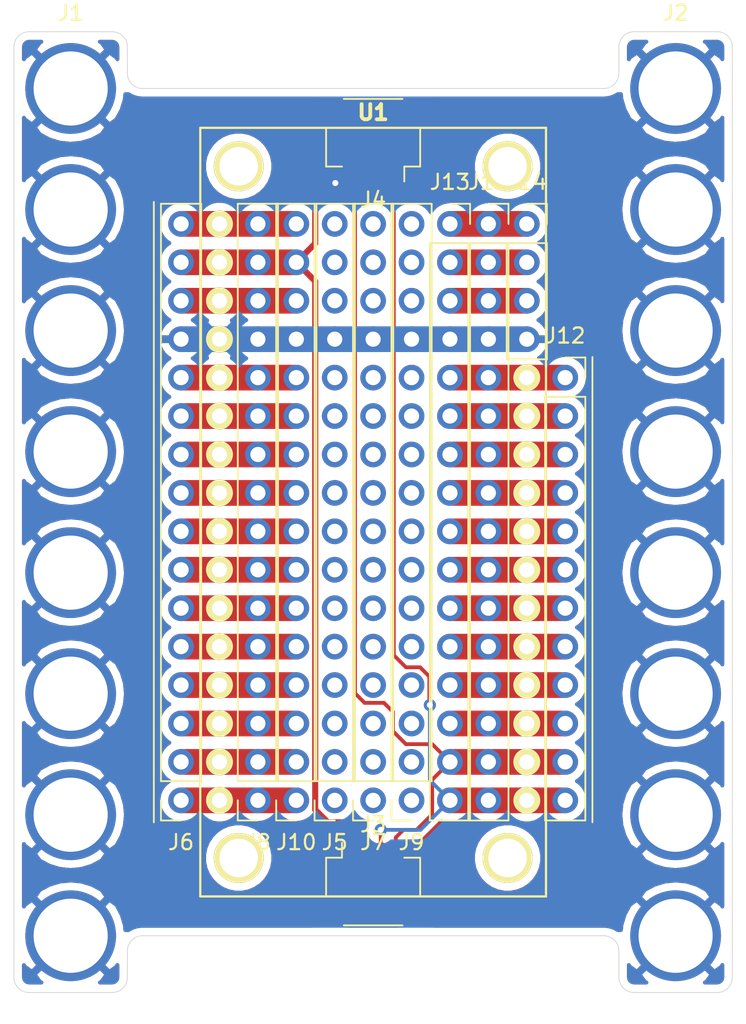
<source format=kicad_pcb>
(kicad_pcb (version 20171130) (host pcbnew 5.1.9)

  (general
    (thickness 1.6)
    (drawings 26)
    (tracks 74)
    (zones 0)
    (modules 15)
    (nets 77)
  )

  (page A4)
  (layers
    (0 F.Cu signal)
    (31 B.Cu signal)
    (32 B.Adhes user)
    (33 F.Adhes user)
    (34 B.Paste user)
    (35 F.Paste user)
    (36 B.SilkS user)
    (37 F.SilkS user)
    (38 B.Mask user)
    (39 F.Mask user)
    (40 Dwgs.User user)
    (41 Cmts.User user)
    (42 Eco1.User user)
    (43 Eco2.User user)
    (44 Edge.Cuts user)
    (45 Margin user)
    (46 B.CrtYd user)
    (47 F.CrtYd user)
    (48 B.Fab user)
    (49 F.Fab user)
  )

  (setup
    (last_trace_width 0.25)
    (user_trace_width 0.4)
    (user_trace_width 0.5)
    (user_trace_width 1.7)
    (user_trace_width 2)
    (trace_clearance 0.2)
    (zone_clearance 0.508)
    (zone_45_only no)
    (trace_min 0.2)
    (via_size 0.8)
    (via_drill 0.4)
    (via_min_size 0.4)
    (via_min_drill 0.3)
    (uvia_size 0.3)
    (uvia_drill 0.1)
    (uvias_allowed no)
    (uvia_min_size 0.2)
    (uvia_min_drill 0.1)
    (edge_width 0.05)
    (segment_width 0.2)
    (pcb_text_width 0.3)
    (pcb_text_size 1.5 1.5)
    (mod_edge_width 0.12)
    (mod_text_size 1 1)
    (mod_text_width 0.15)
    (pad_size 1.7 1.7)
    (pad_drill 1)
    (pad_to_mask_clearance 0)
    (aux_axis_origin 0 0)
    (visible_elements FFFFFF7F)
    (pcbplotparams
      (layerselection 0x010cc_ffffffff)
      (usegerberextensions false)
      (usegerberattributes true)
      (usegerberadvancedattributes true)
      (creategerberjobfile true)
      (excludeedgelayer true)
      (linewidth 0.100000)
      (plotframeref false)
      (viasonmask false)
      (mode 1)
      (useauxorigin false)
      (hpglpennumber 1)
      (hpglpenspeed 20)
      (hpglpendiameter 15.000000)
      (psnegative false)
      (psa4output false)
      (plotreference true)
      (plotvalue true)
      (plotinvisibletext false)
      (padsonsilk false)
      (subtractmaskfromsilk false)
      (outputformat 1)
      (mirror false)
      (drillshape 0)
      (scaleselection 1)
      (outputdirectory "gerbers/"))
  )

  (net 0 "")
  (net 1 "Net-(J5-Pad7)")
  (net 2 "Net-(J5-Pad6)")
  (net 3 "Net-(J5-Pad5)")
  (net 4 "Net-(J5-Pad4)")
  (net 5 "Net-(J5-Pad1)")
  (net 6 "Net-(J7-Pad7)")
  (net 7 "Net-(J7-Pad6)")
  (net 8 "Net-(J7-Pad5)")
  (net 9 "Net-(J7-Pad4)")
  (net 10 "Net-(J7-Pad1)")
  (net 11 "Net-(J9-Pad7)")
  (net 12 "Net-(J9-Pad6)")
  (net 13 "Net-(J9-Pad5)")
  (net 14 "Net-(J9-Pad4)")
  (net 15 "Net-(J9-Pad1)")
  (net 16 "Net-(J10-Pad16)")
  (net 17 "Net-(J10-Pad14)")
  (net 18 "Net-(J10-Pad12)")
  (net 19 "Net-(J10-Pad11)")
  (net 20 "Net-(J10-Pad10)")
  (net 21 "Net-(J10-Pad9)")
  (net 22 "Net-(J10-Pad8)")
  (net 23 "Net-(J10-Pad7)")
  (net 24 "Net-(J10-Pad6)")
  (net 25 "Net-(J10-Pad5)")
  (net 26 "Net-(J10-Pad4)")
  (net 27 "Net-(J10-Pad3)")
  (net 28 "Net-(J10-Pad2)")
  (net 29 "Net-(J10-Pad1)")
  (net 30 "Net-(J11-Pad14)")
  (net 31 "Net-(J11-Pad13)")
  (net 32 "Net-(J11-Pad12)")
  (net 33 "Net-(J11-Pad11)")
  (net 34 "Net-(J11-Pad10)")
  (net 35 "Net-(J11-Pad9)")
  (net 36 "Net-(J11-Pad8)")
  (net 37 "Net-(J11-Pad7)")
  (net 38 "Net-(J11-Pad6)")
  (net 39 "Net-(J11-Pad5)")
  (net 40 "Net-(J11-Pad3)")
  (net 41 "Net-(J11-Pad2)")
  (net 42 "Net-(J11-Pad1)")
  (net 43 +3V3)
  (net 44 GND)
  (net 45 /SCL)
  (net 46 /SDA)
  (net 47 "Net-(J5-Pad16)")
  (net 48 "Net-(J5-Pad15)")
  (net 49 "Net-(J5-Pad14)")
  (net 50 "Net-(J5-Pad12)")
  (net 51 "Net-(J5-Pad11)")
  (net 52 "Net-(J5-Pad10)")
  (net 53 "Net-(J5-Pad9)")
  (net 54 "Net-(J5-Pad8)")
  (net 55 "Net-(J5-Pad3)")
  (net 56 "Net-(J5-Pad2)")
  (net 57 "Net-(J7-Pad16)")
  (net 58 "Net-(J7-Pad15)")
  (net 59 "Net-(J7-Pad14)")
  (net 60 "Net-(J7-Pad12)")
  (net 61 "Net-(J7-Pad11)")
  (net 62 "Net-(J7-Pad10)")
  (net 63 "Net-(J7-Pad9)")
  (net 64 "Net-(J7-Pad8)")
  (net 65 "Net-(J7-Pad3)")
  (net 66 "Net-(J7-Pad2)")
  (net 67 "Net-(J9-Pad16)")
  (net 68 "Net-(J9-Pad15)")
  (net 69 "Net-(J9-Pad14)")
  (net 70 "Net-(J9-Pad12)")
  (net 71 "Net-(J9-Pad11)")
  (net 72 "Net-(J9-Pad10)")
  (net 73 "Net-(J9-Pad9)")
  (net 74 "Net-(J9-Pad8)")
  (net 75 "Net-(J9-Pad3)")
  (net 76 "Net-(J9-Pad2)")

  (net_class Default "This is the default net class."
    (clearance 0.2)
    (trace_width 0.25)
    (via_dia 0.8)
    (via_drill 0.4)
    (uvia_dia 0.3)
    (uvia_drill 0.1)
    (add_net +3V3)
    (add_net /SCL)
    (add_net /SDA)
    (add_net GND)
    (add_net "Net-(J10-Pad1)")
    (add_net "Net-(J10-Pad10)")
    (add_net "Net-(J10-Pad11)")
    (add_net "Net-(J10-Pad12)")
    (add_net "Net-(J10-Pad14)")
    (add_net "Net-(J10-Pad16)")
    (add_net "Net-(J10-Pad2)")
    (add_net "Net-(J10-Pad3)")
    (add_net "Net-(J10-Pad4)")
    (add_net "Net-(J10-Pad5)")
    (add_net "Net-(J10-Pad6)")
    (add_net "Net-(J10-Pad7)")
    (add_net "Net-(J10-Pad8)")
    (add_net "Net-(J10-Pad9)")
    (add_net "Net-(J11-Pad1)")
    (add_net "Net-(J11-Pad10)")
    (add_net "Net-(J11-Pad11)")
    (add_net "Net-(J11-Pad12)")
    (add_net "Net-(J11-Pad13)")
    (add_net "Net-(J11-Pad14)")
    (add_net "Net-(J11-Pad2)")
    (add_net "Net-(J11-Pad3)")
    (add_net "Net-(J11-Pad5)")
    (add_net "Net-(J11-Pad6)")
    (add_net "Net-(J11-Pad7)")
    (add_net "Net-(J11-Pad8)")
    (add_net "Net-(J11-Pad9)")
    (add_net "Net-(J5-Pad1)")
    (add_net "Net-(J5-Pad10)")
    (add_net "Net-(J5-Pad11)")
    (add_net "Net-(J5-Pad12)")
    (add_net "Net-(J5-Pad14)")
    (add_net "Net-(J5-Pad15)")
    (add_net "Net-(J5-Pad16)")
    (add_net "Net-(J5-Pad2)")
    (add_net "Net-(J5-Pad3)")
    (add_net "Net-(J5-Pad4)")
    (add_net "Net-(J5-Pad5)")
    (add_net "Net-(J5-Pad6)")
    (add_net "Net-(J5-Pad7)")
    (add_net "Net-(J5-Pad8)")
    (add_net "Net-(J5-Pad9)")
    (add_net "Net-(J7-Pad1)")
    (add_net "Net-(J7-Pad10)")
    (add_net "Net-(J7-Pad11)")
    (add_net "Net-(J7-Pad12)")
    (add_net "Net-(J7-Pad14)")
    (add_net "Net-(J7-Pad15)")
    (add_net "Net-(J7-Pad16)")
    (add_net "Net-(J7-Pad2)")
    (add_net "Net-(J7-Pad3)")
    (add_net "Net-(J7-Pad4)")
    (add_net "Net-(J7-Pad5)")
    (add_net "Net-(J7-Pad6)")
    (add_net "Net-(J7-Pad7)")
    (add_net "Net-(J7-Pad8)")
    (add_net "Net-(J7-Pad9)")
    (add_net "Net-(J9-Pad1)")
    (add_net "Net-(J9-Pad10)")
    (add_net "Net-(J9-Pad11)")
    (add_net "Net-(J9-Pad12)")
    (add_net "Net-(J9-Pad14)")
    (add_net "Net-(J9-Pad15)")
    (add_net "Net-(J9-Pad16)")
    (add_net "Net-(J9-Pad2)")
    (add_net "Net-(J9-Pad3)")
    (add_net "Net-(J9-Pad4)")
    (add_net "Net-(J9-Pad5)")
    (add_net "Net-(J9-Pad6)")
    (add_net "Net-(J9-Pad7)")
    (add_net "Net-(J9-Pad8)")
    (add_net "Net-(J9-Pad9)")
  )

  (module brick-4_9id-6_0od:brick-1x8 (layer F.Cu) (tedit 6001CE0C) (tstamp 6004D394)
    (at 132 50)
    (path /60100D79)
    (fp_text reference J2 (at 0 -5) (layer F.SilkS)
      (effects (font (size 1 1) (thickness 0.15)))
    )
    (fp_text value Conn_01x08 (at 0 61) (layer F.Fab)
      (effects (font (size 1 1) (thickness 0.15)))
    )
    (fp_line (start -4 -4) (end 4 -4) (layer F.CrtYd) (width 0.12))
    (fp_line (start 4 -4) (end 4 60) (layer F.CrtYd) (width 0.12))
    (fp_line (start 4 60) (end -4 60) (layer F.CrtYd) (width 0.12))
    (fp_line (start -4 60) (end -4 -4) (layer F.CrtYd) (width 0.12))
    (pad 1 thru_hole circle (at 0 0) (size 6 6) (drill 4.9) (layers *.Cu *.Mask)
      (net 44 GND))
    (pad 2 thru_hole circle (at 0 8) (size 6 6) (drill 4.9) (layers *.Cu *.Mask)
      (net 44 GND))
    (pad 3 thru_hole circle (at 0 16) (size 6 6) (drill 4.9) (layers *.Cu *.Mask)
      (net 44 GND))
    (pad 4 thru_hole circle (at 0 24) (size 6 6) (drill 4.9) (layers *.Cu *.Mask)
      (net 44 GND))
    (pad 6 thru_hole circle (at 0 40) (size 6 6) (drill 4.9) (layers *.Cu *.Mask)
      (net 44 GND))
    (pad 5 thru_hole circle (at 0 32) (size 6 6) (drill 4.9) (layers *.Cu *.Mask)
      (net 44 GND))
    (pad 7 thru_hole circle (at 0 48) (size 6 6) (drill 4.9) (layers *.Cu *.Mask)
      (net 44 GND))
    (pad 8 thru_hole circle (at 0 56) (size 6 6) (drill 4.9) (layers *.Cu *.Mask)
      (net 44 GND))
  )

  (module brick-4_9id-6_0od:brick-1x8 (layer F.Cu) (tedit 6001CE0C) (tstamp 6004D355)
    (at 92 50)
    (path /60102F55)
    (fp_text reference J1 (at 0 -5) (layer F.SilkS)
      (effects (font (size 1 1) (thickness 0.15)))
    )
    (fp_text value Conn_01x08 (at 0 61) (layer F.Fab)
      (effects (font (size 1 1) (thickness 0.15)))
    )
    (fp_line (start -4 -4) (end 4 -4) (layer F.CrtYd) (width 0.12))
    (fp_line (start 4 -4) (end 4 60) (layer F.CrtYd) (width 0.12))
    (fp_line (start 4 60) (end -4 60) (layer F.CrtYd) (width 0.12))
    (fp_line (start -4 60) (end -4 -4) (layer F.CrtYd) (width 0.12))
    (pad 1 thru_hole circle (at 0 0) (size 6 6) (drill 4.9) (layers *.Cu *.Mask)
      (net 44 GND))
    (pad 2 thru_hole circle (at 0 8) (size 6 6) (drill 4.9) (layers *.Cu *.Mask)
      (net 44 GND))
    (pad 3 thru_hole circle (at 0 16) (size 6 6) (drill 4.9) (layers *.Cu *.Mask)
      (net 44 GND))
    (pad 4 thru_hole circle (at 0 24) (size 6 6) (drill 4.9) (layers *.Cu *.Mask)
      (net 44 GND))
    (pad 6 thru_hole circle (at 0 40) (size 6 6) (drill 4.9) (layers *.Cu *.Mask)
      (net 44 GND))
    (pad 5 thru_hole circle (at 0 32) (size 6 6) (drill 4.9) (layers *.Cu *.Mask)
      (net 44 GND))
    (pad 7 thru_hole circle (at 0 48) (size 6 6) (drill 4.9) (layers *.Cu *.Mask)
      (net 44 GND))
    (pad 8 thru_hole circle (at 0 56) (size 6 6) (drill 4.9) (layers *.Cu *.Mask)
      (net 44 GND))
  )

  (module Connector_PinSocket_2.54mm:PinSocket_1x16_P2.54mm_Vertical (layer F.Cu) (tedit 6004BD5E) (tstamp 6004BB2C)
    (at 114.54 97.05 180)
    (descr "Through hole straight socket strip, 1x16, 2.54mm pitch, single row (from Kicad 4.0.7), script generated")
    (tags "Through hole socket strip THT 1x16 2.54mm single row")
    (path /600B27F6)
    (fp_text reference J9 (at 0 -2.77) (layer F.SilkS)
      (effects (font (size 1 1) (thickness 0.15)))
    )
    (fp_text value Conn_01x16 (at 0 40.87) (layer F.Fab)
      (effects (font (size 1 1) (thickness 0.15)))
    )
    (fp_line (start -1.27 -1.27) (end 0.635 -1.27) (layer F.Fab) (width 0.1))
    (fp_line (start 0.635 -1.27) (end 1.27 -0.635) (layer F.Fab) (width 0.1))
    (fp_line (start 1.27 -0.635) (end 1.27 39.37) (layer F.Fab) (width 0.1))
    (fp_line (start 1.27 39.37) (end -1.27 39.37) (layer F.Fab) (width 0.1))
    (fp_line (start -1.27 39.37) (end -1.27 -1.27) (layer F.Fab) (width 0.1))
    (fp_line (start -1.33 1.27) (end 1.33 1.27) (layer F.SilkS) (width 0.12))
    (fp_line (start -1.33 1.27) (end -1.33 39.43) (layer F.SilkS) (width 0.12))
    (fp_line (start -1.33 39.43) (end 1.33 39.43) (layer F.SilkS) (width 0.12))
    (fp_line (start 1.33 1.27) (end 1.33 39.43) (layer F.SilkS) (width 0.12))
    (fp_line (start 1.33 -1.33) (end 1.33 0) (layer F.SilkS) (width 0.12))
    (fp_line (start 0 -1.33) (end 1.33 -1.33) (layer F.SilkS) (width 0.12))
    (fp_line (start -1.8 -1.8) (end 1.75 -1.8) (layer F.CrtYd) (width 0.05))
    (fp_line (start 1.75 -1.8) (end 1.75 39.9) (layer F.CrtYd) (width 0.05))
    (fp_line (start 1.75 39.9) (end -1.8 39.9) (layer F.CrtYd) (width 0.05))
    (fp_line (start -1.8 39.9) (end -1.8 -1.8) (layer F.CrtYd) (width 0.05))
    (fp_text user %R (at 0 19.05 90) (layer F.Fab)
      (effects (font (size 1 1) (thickness 0.15)))
    )
    (pad 16 thru_hole oval (at 0 38.1 180) (size 1.7 1.7) (drill 1) (layers *.Cu *.Mask)
      (net 67 "Net-(J9-Pad16)"))
    (pad 15 thru_hole oval (at 0 35.56 180) (size 1.7 1.7) (drill 1) (layers *.Cu *.Mask)
      (net 68 "Net-(J9-Pad15)"))
    (pad 14 thru_hole oval (at 0 33.02 180) (size 1.7 1.7) (drill 1) (layers *.Cu *.Mask)
      (net 69 "Net-(J9-Pad14)"))
    (pad 13 thru_hole oval (at 0 30.48 180) (size 1.7 1.7) (drill 1) (layers *.Cu *.Mask)
      (net 44 GND))
    (pad 12 thru_hole oval (at 0 27.94 180) (size 1.7 1.7) (drill 1) (layers *.Cu *.Mask)
      (net 70 "Net-(J9-Pad12)"))
    (pad 11 thru_hole oval (at 0 25.4 180) (size 1.7 1.7) (drill 1) (layers *.Cu *.Mask)
      (net 71 "Net-(J9-Pad11)"))
    (pad 10 thru_hole oval (at 0 22.86 180) (size 1.7 1.7) (drill 1) (layers *.Cu *.Mask)
      (net 72 "Net-(J9-Pad10)"))
    (pad 9 thru_hole oval (at 0 20.32 180) (size 1.7 1.7) (drill 1) (layers *.Cu *.Mask)
      (net 73 "Net-(J9-Pad9)"))
    (pad 8 thru_hole oval (at 0 17.78 180) (size 1.7 1.7) (drill 1) (layers *.Cu *.Mask)
      (net 74 "Net-(J9-Pad8)"))
    (pad 7 thru_hole oval (at 0 15.24 180) (size 1.7 1.7) (drill 1) (layers *.Cu *.Mask)
      (net 11 "Net-(J9-Pad7)"))
    (pad 6 thru_hole oval (at 0 12.7 180) (size 1.7 1.7) (drill 1) (layers *.Cu *.Mask)
      (net 12 "Net-(J9-Pad6)"))
    (pad 5 thru_hole oval (at 0 10.16 180) (size 1.7 1.7) (drill 1) (layers *.Cu *.Mask)
      (net 13 "Net-(J9-Pad5)"))
    (pad 4 thru_hole oval (at 0 7.62 180) (size 1.7 1.7) (drill 1) (layers *.Cu *.Mask)
      (net 14 "Net-(J9-Pad4)"))
    (pad 3 thru_hole oval (at 0 5.08 180) (size 1.7 1.7) (drill 1) (layers *.Cu *.Mask)
      (net 75 "Net-(J9-Pad3)"))
    (pad 2 thru_hole oval (at 0 2.54 180) (size 1.7 1.7) (drill 1) (layers *.Cu *.Mask)
      (net 76 "Net-(J9-Pad2)"))
    (pad 1 thru_hole circle (at 0 0 180) (size 1.7 1.7) (drill 1) (layers *.Cu *.Mask)
      (net 15 "Net-(J9-Pad1)"))
    (model ${KISYS3DMOD}/Connector_PinSocket_2.54mm.3dshapes/PinSocket_1x16_P2.54mm_Vertical.wrl
      (at (xyz 0 0 0))
      (scale (xyz 1 1 1))
      (rotate (xyz 0 0 0))
    )
  )

  (module Connector_PinSocket_2.54mm:PinSocket_1x16_P2.54mm_Vertical (layer F.Cu) (tedit 6004BD66) (tstamp 6004BAC2)
    (at 112 97.05 180)
    (descr "Through hole straight socket strip, 1x16, 2.54mm pitch, single row (from Kicad 4.0.7), script generated")
    (tags "Through hole socket strip THT 1x16 2.54mm single row")
    (path /6008FDBE)
    (fp_text reference J7 (at 0 -2.77) (layer F.SilkS)
      (effects (font (size 1 1) (thickness 0.15)))
    )
    (fp_text value Conn_01x16 (at 0 40.87) (layer F.Fab)
      (effects (font (size 1 1) (thickness 0.15)))
    )
    (fp_line (start -1.27 -1.27) (end 0.635 -1.27) (layer F.Fab) (width 0.1))
    (fp_line (start 0.635 -1.27) (end 1.27 -0.635) (layer F.Fab) (width 0.1))
    (fp_line (start 1.27 -0.635) (end 1.27 39.37) (layer F.Fab) (width 0.1))
    (fp_line (start 1.27 39.37) (end -1.27 39.37) (layer F.Fab) (width 0.1))
    (fp_line (start -1.27 39.37) (end -1.27 -1.27) (layer F.Fab) (width 0.1))
    (fp_line (start -1.33 1.27) (end 1.33 1.27) (layer F.SilkS) (width 0.12))
    (fp_line (start -1.33 1.27) (end -1.33 39.43) (layer F.SilkS) (width 0.12))
    (fp_line (start -1.33 39.43) (end 1.33 39.43) (layer F.SilkS) (width 0.12))
    (fp_line (start 1.33 1.27) (end 1.33 39.43) (layer F.SilkS) (width 0.12))
    (fp_line (start 1.33 -1.33) (end 1.33 0) (layer F.SilkS) (width 0.12))
    (fp_line (start 0 -1.33) (end 1.33 -1.33) (layer F.SilkS) (width 0.12))
    (fp_line (start -1.8 -1.8) (end 1.75 -1.8) (layer F.CrtYd) (width 0.05))
    (fp_line (start 1.75 -1.8) (end 1.75 39.9) (layer F.CrtYd) (width 0.05))
    (fp_line (start 1.75 39.9) (end -1.8 39.9) (layer F.CrtYd) (width 0.05))
    (fp_line (start -1.8 39.9) (end -1.8 -1.8) (layer F.CrtYd) (width 0.05))
    (fp_text user %R (at 0 19.05 90) (layer F.Fab)
      (effects (font (size 1 1) (thickness 0.15)))
    )
    (pad 16 thru_hole oval (at 0 38.1 180) (size 1.7 1.7) (drill 1) (layers *.Cu *.Mask)
      (net 57 "Net-(J7-Pad16)"))
    (pad 15 thru_hole oval (at 0 35.56 180) (size 1.7 1.7) (drill 1) (layers *.Cu *.Mask)
      (net 58 "Net-(J7-Pad15)"))
    (pad 14 thru_hole oval (at 0 33.02 180) (size 1.7 1.7) (drill 1) (layers *.Cu *.Mask)
      (net 59 "Net-(J7-Pad14)"))
    (pad 13 thru_hole oval (at 0 30.48 180) (size 1.7 1.7) (drill 1) (layers *.Cu *.Mask)
      (net 44 GND))
    (pad 12 thru_hole oval (at 0 27.94 180) (size 1.7 1.7) (drill 1) (layers *.Cu *.Mask)
      (net 60 "Net-(J7-Pad12)"))
    (pad 11 thru_hole oval (at 0 25.4 180) (size 1.7 1.7) (drill 1) (layers *.Cu *.Mask)
      (net 61 "Net-(J7-Pad11)"))
    (pad 10 thru_hole oval (at 0 22.86 180) (size 1.7 1.7) (drill 1) (layers *.Cu *.Mask)
      (net 62 "Net-(J7-Pad10)"))
    (pad 9 thru_hole oval (at 0 20.32 180) (size 1.7 1.7) (drill 1) (layers *.Cu *.Mask)
      (net 63 "Net-(J7-Pad9)"))
    (pad 8 thru_hole oval (at 0 17.78 180) (size 1.7 1.7) (drill 1) (layers *.Cu *.Mask)
      (net 64 "Net-(J7-Pad8)"))
    (pad 7 thru_hole oval (at 0 15.24 180) (size 1.7 1.7) (drill 1) (layers *.Cu *.Mask)
      (net 6 "Net-(J7-Pad7)"))
    (pad 6 thru_hole oval (at 0 12.7 180) (size 1.7 1.7) (drill 1) (layers *.Cu *.Mask)
      (net 7 "Net-(J7-Pad6)"))
    (pad 5 thru_hole oval (at 0 10.16 180) (size 1.7 1.7) (drill 1) (layers *.Cu *.Mask)
      (net 8 "Net-(J7-Pad5)"))
    (pad 4 thru_hole oval (at 0 7.62 180) (size 1.7 1.7) (drill 1) (layers *.Cu *.Mask)
      (net 9 "Net-(J7-Pad4)"))
    (pad 3 thru_hole oval (at 0 5.08 180) (size 1.7 1.7) (drill 1) (layers *.Cu *.Mask)
      (net 65 "Net-(J7-Pad3)"))
    (pad 2 thru_hole oval (at 0 2.54 180) (size 1.7 1.7) (drill 1) (layers *.Cu *.Mask)
      (net 66 "Net-(J7-Pad2)"))
    (pad 1 thru_hole circle (at 0 0 180) (size 1.7 1.7) (drill 1) (layers *.Cu *.Mask)
      (net 10 "Net-(J7-Pad1)"))
    (model ${KISYS3DMOD}/Connector_PinSocket_2.54mm.3dshapes/PinSocket_1x16_P2.54mm_Vertical.wrl
      (at (xyz 0 0 0))
      (scale (xyz 1 1 1))
      (rotate (xyz 0 0 0))
    )
  )

  (module Connector_PinSocket_2.54mm:PinSocket_1x16_P2.54mm_Vertical (layer F.Cu) (tedit 6004BD6B) (tstamp 6004BA58)
    (at 109.46 97.05 180)
    (descr "Through hole straight socket strip, 1x16, 2.54mm pitch, single row (from Kicad 4.0.7), script generated")
    (tags "Through hole socket strip THT 1x16 2.54mm single row")
    (path /60070951)
    (fp_text reference J5 (at 0 -2.77) (layer F.SilkS)
      (effects (font (size 1 1) (thickness 0.15)))
    )
    (fp_text value Conn_01x16 (at 0 40.87) (layer F.Fab)
      (effects (font (size 1 1) (thickness 0.15)))
    )
    (fp_line (start -1.27 -1.27) (end 0.635 -1.27) (layer F.Fab) (width 0.1))
    (fp_line (start 0.635 -1.27) (end 1.27 -0.635) (layer F.Fab) (width 0.1))
    (fp_line (start 1.27 -0.635) (end 1.27 39.37) (layer F.Fab) (width 0.1))
    (fp_line (start 1.27 39.37) (end -1.27 39.37) (layer F.Fab) (width 0.1))
    (fp_line (start -1.27 39.37) (end -1.27 -1.27) (layer F.Fab) (width 0.1))
    (fp_line (start -1.33 1.27) (end 1.33 1.27) (layer F.SilkS) (width 0.12))
    (fp_line (start -1.33 1.27) (end -1.33 39.43) (layer F.SilkS) (width 0.12))
    (fp_line (start -1.33 39.43) (end 1.33 39.43) (layer F.SilkS) (width 0.12))
    (fp_line (start 1.33 1.27) (end 1.33 39.43) (layer F.SilkS) (width 0.12))
    (fp_line (start 1.33 -1.33) (end 1.33 0) (layer F.SilkS) (width 0.12))
    (fp_line (start 0 -1.33) (end 1.33 -1.33) (layer F.SilkS) (width 0.12))
    (fp_line (start -1.8 -1.8) (end 1.75 -1.8) (layer F.CrtYd) (width 0.05))
    (fp_line (start 1.75 -1.8) (end 1.75 39.9) (layer F.CrtYd) (width 0.05))
    (fp_line (start 1.75 39.9) (end -1.8 39.9) (layer F.CrtYd) (width 0.05))
    (fp_line (start -1.8 39.9) (end -1.8 -1.8) (layer F.CrtYd) (width 0.05))
    (fp_text user %R (at 0 19.05 90) (layer F.Fab)
      (effects (font (size 1 1) (thickness 0.15)))
    )
    (pad 16 thru_hole oval (at 0 38.1 180) (size 1.7 1.7) (drill 1) (layers *.Cu *.Mask)
      (net 47 "Net-(J5-Pad16)"))
    (pad 15 thru_hole oval (at 0 35.56 180) (size 1.7 1.7) (drill 1) (layers *.Cu *.Mask)
      (net 48 "Net-(J5-Pad15)"))
    (pad 14 thru_hole oval (at 0 33.02 180) (size 1.7 1.7) (drill 1) (layers *.Cu *.Mask)
      (net 49 "Net-(J5-Pad14)"))
    (pad 13 thru_hole oval (at 0 30.48 180) (size 1.7 1.7) (drill 1) (layers *.Cu *.Mask)
      (net 44 GND))
    (pad 12 thru_hole oval (at 0 27.94 180) (size 1.7 1.7) (drill 1) (layers *.Cu *.Mask)
      (net 50 "Net-(J5-Pad12)"))
    (pad 11 thru_hole oval (at 0 25.4 180) (size 1.7 1.7) (drill 1) (layers *.Cu *.Mask)
      (net 51 "Net-(J5-Pad11)"))
    (pad 10 thru_hole oval (at 0 22.86 180) (size 1.7 1.7) (drill 1) (layers *.Cu *.Mask)
      (net 52 "Net-(J5-Pad10)"))
    (pad 9 thru_hole oval (at 0 20.32 180) (size 1.7 1.7) (drill 1) (layers *.Cu *.Mask)
      (net 53 "Net-(J5-Pad9)"))
    (pad 8 thru_hole oval (at 0 17.78 180) (size 1.7 1.7) (drill 1) (layers *.Cu *.Mask)
      (net 54 "Net-(J5-Pad8)"))
    (pad 7 thru_hole oval (at 0 15.24 180) (size 1.7 1.7) (drill 1) (layers *.Cu *.Mask)
      (net 1 "Net-(J5-Pad7)"))
    (pad 6 thru_hole oval (at 0 12.7 180) (size 1.7 1.7) (drill 1) (layers *.Cu *.Mask)
      (net 2 "Net-(J5-Pad6)"))
    (pad 5 thru_hole oval (at 0 10.16 180) (size 1.7 1.7) (drill 1) (layers *.Cu *.Mask)
      (net 3 "Net-(J5-Pad5)"))
    (pad 4 thru_hole oval (at 0 7.62 180) (size 1.7 1.7) (drill 1) (layers *.Cu *.Mask)
      (net 4 "Net-(J5-Pad4)"))
    (pad 3 thru_hole oval (at 0 5.08 180) (size 1.7 1.7) (drill 1) (layers *.Cu *.Mask)
      (net 55 "Net-(J5-Pad3)"))
    (pad 2 thru_hole oval (at 0 2.54 180) (size 1.7 1.7) (drill 1) (layers *.Cu *.Mask)
      (net 56 "Net-(J5-Pad2)"))
    (pad 1 thru_hole circle (at 0 0 180) (size 1.7 1.7) (drill 1) (layers *.Cu *.Mask)
      (net 5 "Net-(J5-Pad1)"))
    (model ${KISYS3DMOD}/Connector_PinSocket_2.54mm.3dshapes/PinSocket_1x16_P2.54mm_Vertical.wrl
      (at (xyz 0 0 0))
      (scale (xyz 1 1 1))
      (rotate (xyz 0 0 0))
    )
  )

  (module Connector_PinSocket_2.54mm:PinSocket_1x04_P2.54mm_Vertical (layer F.Cu) (tedit 6004BD3C) (tstamp 6004BE54)
    (at 122.16 58.95)
    (descr "Through hole straight socket strip, 1x04, 2.54mm pitch, single row (from Kicad 4.0.7), script generated")
    (tags "Through hole socket strip THT 1x04 2.54mm single row")
    (path /60185E9F)
    (fp_text reference J14 (at 0 -2.77) (layer F.SilkS)
      (effects (font (size 1 1) (thickness 0.15)))
    )
    (fp_text value Conn_01x04 (at 0 10.39) (layer F.Fab)
      (effects (font (size 1 1) (thickness 0.15)))
    )
    (fp_line (start -1.27 -1.27) (end 0.635 -1.27) (layer F.Fab) (width 0.1))
    (fp_line (start 0.635 -1.27) (end 1.27 -0.635) (layer F.Fab) (width 0.1))
    (fp_line (start 1.27 -0.635) (end 1.27 8.89) (layer F.Fab) (width 0.1))
    (fp_line (start 1.27 8.89) (end -1.27 8.89) (layer F.Fab) (width 0.1))
    (fp_line (start -1.27 8.89) (end -1.27 -1.27) (layer F.Fab) (width 0.1))
    (fp_line (start -1.33 1.27) (end 1.33 1.27) (layer F.SilkS) (width 0.12))
    (fp_line (start -1.33 1.27) (end -1.33 8.95) (layer F.SilkS) (width 0.12))
    (fp_line (start -1.33 8.95) (end 1.33 8.95) (layer F.SilkS) (width 0.12))
    (fp_line (start 1.33 1.27) (end 1.33 8.95) (layer F.SilkS) (width 0.12))
    (fp_line (start 1.33 -1.33) (end 1.33 0) (layer F.SilkS) (width 0.12))
    (fp_line (start 0 -1.33) (end 1.33 -1.33) (layer F.SilkS) (width 0.12))
    (fp_line (start -1.8 -1.8) (end 1.75 -1.8) (layer F.CrtYd) (width 0.05))
    (fp_line (start 1.75 -1.8) (end 1.75 9.4) (layer F.CrtYd) (width 0.05))
    (fp_line (start 1.75 9.4) (end -1.8 9.4) (layer F.CrtYd) (width 0.05))
    (fp_line (start -1.8 9.4) (end -1.8 -1.8) (layer F.CrtYd) (width 0.05))
    (fp_text user %R (at 0 3.81 90) (layer F.Fab)
      (effects (font (size 1 1) (thickness 0.15)))
    )
    (pad 4 thru_hole oval (at 0 7.62) (size 1.7 1.7) (drill 1) (layers *.Cu *.Mask)
      (net 44 GND))
    (pad 3 thru_hole oval (at 0 5.08) (size 1.7 1.7) (drill 1) (layers *.Cu *.Mask)
      (net 40 "Net-(J11-Pad3)"))
    (pad 2 thru_hole oval (at 0 2.54) (size 1.7 1.7) (drill 1) (layers *.Cu *.Mask)
      (net 41 "Net-(J11-Pad2)"))
    (pad 1 thru_hole circle (at 0 0) (size 1.7 1.7) (drill 1) (layers *.Cu *.Mask)
      (net 42 "Net-(J11-Pad1)"))
    (model ${KISYS3DMOD}/Connector_PinSocket_2.54mm.3dshapes/PinSocket_1x04_P2.54mm_Vertical.wrl
      (at (xyz 0 0 0))
      (scale (xyz 1 1 1))
      (rotate (xyz 0 0 0))
    )
  )

  (module Modules:ADAFRUIT_FEATHER (layer F.Cu) (tedit 6004BD97) (tstamp 60049C69)
    (at 112 78 270)
    (path /600E22F3)
    (fp_text reference U1 (at -26.416 0) (layer F.SilkS)
      (effects (font (size 1 1) (thickness 0.25)))
    )
    (fp_text value ADAFRUIT_FEATHER (at -24.384 0) (layer F.Fab) hide
      (effects (font (size 1 1) (thickness 0.25)))
    )
    (fp_line (start 25.4 -11.43) (end -25.4 -11.43) (layer F.SilkS) (width 0.15))
    (fp_line (start 25.4 11.43) (end 25.4 -11.43) (layer F.SilkS) (width 0.15))
    (fp_line (start -25.4 11.43) (end 25.4 11.43) (layer F.SilkS) (width 0.15))
    (fp_line (start -25.4 -11.43) (end -25.4 11.43) (layer F.SilkS) (width 0.15))
    (pad "" thru_hole circle (at -22.86 -8.89 270) (size 3.302 3.302) (drill 2.54) (layers *.Cu *.Mask F.SilkS))
    (pad "" thru_hole circle (at -22.86 8.89 270) (size 3.302 3.302) (drill 2.54) (layers *.Cu *.Mask F.SilkS))
    (pad "" thru_hole circle (at 22.86 8.89 270) (size 3.302 3.302) (drill 2.54) (layers *.Cu *.Mask F.SilkS))
    (pad "" thru_hole circle (at 22.86 -8.89 270) (size 3.302 3.302) (drill 2.54) (layers *.Cu *.Mask F.SilkS))
    (pad 16 thru_hole circle (at -19.05 10.16 270) (size 1.778 1.778) (drill 0.9906) (layers *.Cu *.Mask F.SilkS)
      (net 16 "Net-(J10-Pad16)"))
    (pad 15 thru_hole circle (at -16.51 10.16 270) (size 1.778 1.778) (drill 0.9906) (layers *.Cu *.Mask F.SilkS)
      (net 43 +3V3))
    (pad 14 thru_hole circle (at -13.97 10.16 270) (size 1.778 1.778) (drill 0.9906) (layers *.Cu *.Mask F.SilkS)
      (net 17 "Net-(J10-Pad14)"))
    (pad 13 thru_hole circle (at -11.43 10.16 270) (size 1.778 1.778) (drill 0.9906) (layers *.Cu *.Mask F.SilkS)
      (net 44 GND))
    (pad 12 thru_hole circle (at -8.89 10.16 270) (size 1.778 1.778) (drill 0.9906) (layers *.Cu *.Mask F.SilkS)
      (net 18 "Net-(J10-Pad12)"))
    (pad 11 thru_hole circle (at -6.35 10.16 270) (size 1.778 1.778) (drill 0.9906) (layers *.Cu *.Mask F.SilkS)
      (net 19 "Net-(J10-Pad11)"))
    (pad 10 thru_hole circle (at -3.81 10.16 270) (size 1.778 1.778) (drill 0.9906) (layers *.Cu *.Mask F.SilkS)
      (net 20 "Net-(J10-Pad10)"))
    (pad 9 thru_hole circle (at -1.27 10.16 270) (size 1.778 1.778) (drill 0.9906) (layers *.Cu *.Mask F.SilkS)
      (net 21 "Net-(J10-Pad9)"))
    (pad 8 thru_hole circle (at 1.27 10.16 270) (size 1.778 1.778) (drill 0.9906) (layers *.Cu *.Mask F.SilkS)
      (net 22 "Net-(J10-Pad8)"))
    (pad 7 thru_hole circle (at 3.81 10.16 270) (size 1.778 1.778) (drill 0.9906) (layers *.Cu *.Mask F.SilkS)
      (net 23 "Net-(J10-Pad7)"))
    (pad 6 thru_hole circle (at 6.35 10.16 270) (size 1.778 1.778) (drill 0.9906) (layers *.Cu *.Mask F.SilkS)
      (net 24 "Net-(J10-Pad6)"))
    (pad 5 thru_hole circle (at 8.89 10.16 270) (size 1.778 1.778) (drill 0.9906) (layers *.Cu *.Mask F.SilkS)
      (net 25 "Net-(J10-Pad5)"))
    (pad 4 thru_hole circle (at 11.43 10.16 270) (size 1.778 1.778) (drill 0.9906) (layers *.Cu *.Mask F.SilkS)
      (net 26 "Net-(J10-Pad4)"))
    (pad 3 thru_hole circle (at 13.97 10.16 270) (size 1.778 1.778) (drill 0.9906) (layers *.Cu *.Mask F.SilkS)
      (net 27 "Net-(J10-Pad3)"))
    (pad 2 thru_hole circle (at 16.51 10.16 270) (size 1.778 1.778) (drill 0.9906) (layers *.Cu *.Mask F.SilkS)
      (net 28 "Net-(J10-Pad2)"))
    (pad 1 thru_hole circle (at 19.05 10.16 270) (size 1.778 1.778) (drill 0.9906) (layers *.Cu *.Mask F.SilkS)
      (net 29 "Net-(J10-Pad1)"))
    (pad 18 thru_hole circle (at -6.35 -10.16 270) (size 1.778 1.778) (drill 0.9906) (layers *.Cu *.Mask F.SilkS)
      (net 38 "Net-(J11-Pad6)"))
    (pad 17 thru_hole circle (at -8.89 -10.16 270) (size 1.778 1.778) (drill 0.9906) (layers *.Cu *.Mask F.SilkS)
      (net 39 "Net-(J11-Pad5)"))
    (pad 19 thru_hole circle (at -3.81 -10.16 270) (size 1.778 1.778) (drill 0.9906) (layers *.Cu *.Mask F.SilkS)
      (net 37 "Net-(J11-Pad7)"))
    (pad 20 thru_hole circle (at -1.27 -10.16 270) (size 1.778 1.778) (drill 0.9906) (layers *.Cu *.Mask F.SilkS)
      (net 36 "Net-(J11-Pad8)"))
    (pad 21 thru_hole circle (at 1.27 -10.16 270) (size 1.778 1.778) (drill 0.9906) (layers *.Cu *.Mask F.SilkS)
      (net 35 "Net-(J11-Pad9)"))
    (pad 22 thru_hole circle (at 3.81 -10.16 270) (size 1.778 1.778) (drill 0.9906) (layers *.Cu *.Mask F.SilkS)
      (net 34 "Net-(J11-Pad10)"))
    (pad 23 thru_hole circle (at 6.35 -10.16 270) (size 1.778 1.778) (drill 0.9906) (layers *.Cu *.Mask F.SilkS)
      (net 33 "Net-(J11-Pad11)"))
    (pad 24 thru_hole circle (at 8.89 -10.16 270) (size 1.778 1.778) (drill 0.9906) (layers *.Cu *.Mask F.SilkS)
      (net 32 "Net-(J11-Pad12)"))
    (pad 25 thru_hole circle (at 11.43 -10.16 270) (size 1.778 1.778) (drill 0.9906) (layers *.Cu *.Mask F.SilkS)
      (net 31 "Net-(J11-Pad13)"))
    (pad 26 thru_hole circle (at 13.97 -10.16 270) (size 1.778 1.778) (drill 0.9906) (layers *.Cu *.Mask F.SilkS)
      (net 30 "Net-(J11-Pad14)"))
    (pad 27 thru_hole circle (at 16.51 -10.16 270) (size 1.778 1.778) (drill 0.9906) (layers *.Cu *.Mask F.SilkS)
      (net 45 /SCL))
    (pad 28 thru_hole circle (at 19.05 -10.16 270) (size 1.778 1.778) (drill 0.9906) (layers *.Cu *.Mask F.SilkS)
      (net 46 /SDA))
  )

  (module Connector_PinSocket_2.54mm:PinSocket_1x16_P2.54mm_Vertical (layer F.Cu) (tedit 6004BD53) (tstamp 6003B397)
    (at 117.08 58.95)
    (descr "Through hole straight socket strip, 1x16, 2.54mm pitch, single row (from Kicad 4.0.7), script generated")
    (tags "Through hole socket strip THT 1x16 2.54mm single row")
    (path /600EF5C5)
    (fp_text reference J13 (at 0 -2.77) (layer F.SilkS)
      (effects (font (size 1 1) (thickness 0.15)))
    )
    (fp_text value Conn_01x16 (at 0 40.87) (layer F.Fab)
      (effects (font (size 1 1) (thickness 0.15)))
    )
    (fp_line (start -1.8 39.9) (end -1.8 -1.8) (layer F.CrtYd) (width 0.05))
    (fp_line (start 1.75 39.9) (end -1.8 39.9) (layer F.CrtYd) (width 0.05))
    (fp_line (start 1.75 -1.8) (end 1.75 39.9) (layer F.CrtYd) (width 0.05))
    (fp_line (start -1.8 -1.8) (end 1.75 -1.8) (layer F.CrtYd) (width 0.05))
    (fp_line (start 0 -1.33) (end 1.33 -1.33) (layer F.SilkS) (width 0.12))
    (fp_line (start 1.33 -1.33) (end 1.33 0) (layer F.SilkS) (width 0.12))
    (fp_line (start 1.33 1.27) (end 1.33 39.43) (layer F.SilkS) (width 0.12))
    (fp_line (start -1.33 39.43) (end 1.33 39.43) (layer F.SilkS) (width 0.12))
    (fp_line (start -1.33 1.27) (end -1.33 39.43) (layer F.SilkS) (width 0.12))
    (fp_line (start -1.33 1.27) (end 1.33 1.27) (layer F.SilkS) (width 0.12))
    (fp_line (start -1.27 39.37) (end -1.27 -1.27) (layer F.Fab) (width 0.1))
    (fp_line (start 1.27 39.37) (end -1.27 39.37) (layer F.Fab) (width 0.1))
    (fp_line (start 1.27 -0.635) (end 1.27 39.37) (layer F.Fab) (width 0.1))
    (fp_line (start 0.635 -1.27) (end 1.27 -0.635) (layer F.Fab) (width 0.1))
    (fp_line (start -1.27 -1.27) (end 0.635 -1.27) (layer F.Fab) (width 0.1))
    (fp_text user %R (at 0 19.05 90) (layer F.Fab)
      (effects (font (size 1 1) (thickness 0.15)))
    )
    (pad 16 thru_hole oval (at 0 38.1) (size 1.7 1.7) (drill 1) (layers *.Cu *.Mask)
      (net 46 /SDA))
    (pad 15 thru_hole oval (at 0 35.56) (size 1.7 1.7) (drill 1) (layers *.Cu *.Mask)
      (net 45 /SCL))
    (pad 14 thru_hole oval (at 0 33.02) (size 1.7 1.7) (drill 1) (layers *.Cu *.Mask)
      (net 30 "Net-(J11-Pad14)"))
    (pad 13 thru_hole oval (at 0 30.48) (size 1.7 1.7) (drill 1) (layers *.Cu *.Mask)
      (net 31 "Net-(J11-Pad13)"))
    (pad 12 thru_hole oval (at 0 27.94) (size 1.7 1.7) (drill 1) (layers *.Cu *.Mask)
      (net 32 "Net-(J11-Pad12)"))
    (pad 11 thru_hole oval (at 0 25.4) (size 1.7 1.7) (drill 1) (layers *.Cu *.Mask)
      (net 33 "Net-(J11-Pad11)"))
    (pad 10 thru_hole oval (at 0 22.86) (size 1.7 1.7) (drill 1) (layers *.Cu *.Mask)
      (net 34 "Net-(J11-Pad10)"))
    (pad 9 thru_hole oval (at 0 20.32) (size 1.7 1.7) (drill 1) (layers *.Cu *.Mask)
      (net 35 "Net-(J11-Pad9)"))
    (pad 8 thru_hole oval (at 0 17.78) (size 1.7 1.7) (drill 1) (layers *.Cu *.Mask)
      (net 36 "Net-(J11-Pad8)"))
    (pad 7 thru_hole oval (at 0 15.24) (size 1.7 1.7) (drill 1) (layers *.Cu *.Mask)
      (net 37 "Net-(J11-Pad7)"))
    (pad 6 thru_hole oval (at 0 12.7) (size 1.7 1.7) (drill 1) (layers *.Cu *.Mask)
      (net 38 "Net-(J11-Pad6)"))
    (pad 5 thru_hole oval (at 0 10.16) (size 1.7 1.7) (drill 1) (layers *.Cu *.Mask)
      (net 39 "Net-(J11-Pad5)"))
    (pad 4 thru_hole oval (at 0 7.62) (size 1.7 1.7) (drill 1) (layers *.Cu *.Mask)
      (net 44 GND))
    (pad 3 thru_hole oval (at 0 5.08) (size 1.7 1.7) (drill 1) (layers *.Cu *.Mask)
      (net 40 "Net-(J11-Pad3)"))
    (pad 2 thru_hole oval (at 0 2.54) (size 1.7 1.7) (drill 1) (layers *.Cu *.Mask)
      (net 41 "Net-(J11-Pad2)"))
    (pad 1 thru_hole circle (at 0 0) (size 1.7 1.7) (drill 1) (layers *.Cu *.Mask)
      (net 42 "Net-(J11-Pad1)"))
    (model ${KISYS3DMOD}/Connector_PinSocket_2.54mm.3dshapes/PinSocket_1x16_P2.54mm_Vertical.wrl
      (at (xyz 0 0 0))
      (scale (xyz 1 1 1))
      (rotate (xyz 0 0 0))
    )
  )

  (module Connector_PinSocket_2.54mm:PinSocket_1x12_P2.54mm_Vertical (layer F.Cu) (tedit 6004BD1C) (tstamp 6004B3D4)
    (at 124.7 69.11)
    (descr "Through hole straight socket strip, 1x12, 2.54mm pitch, single row (from Kicad 4.0.7), script generated")
    (tags "Through hole socket strip THT 1x12 2.54mm single row")
    (path /600F02E0)
    (fp_text reference J12 (at 0 -2.77) (layer F.SilkS)
      (effects (font (size 1 1) (thickness 0.15)))
    )
    (fp_text value Conn_01x12 (at 0 30.71) (layer F.Fab)
      (effects (font (size 1 1) (thickness 0.15)))
    )
    (fp_line (start -1.8 29.7) (end -1.8 -1.8) (layer F.CrtYd) (width 0.05))
    (fp_line (start 1.75 29.7) (end -1.8 29.7) (layer F.CrtYd) (width 0.05))
    (fp_line (start 1.75 -1.8) (end 1.75 29.7) (layer F.CrtYd) (width 0.05))
    (fp_line (start -1.8 -1.8) (end 1.75 -1.8) (layer F.CrtYd) (width 0.05))
    (fp_line (start 0 -1.33) (end 1.33 -1.33) (layer F.SilkS) (width 0.12))
    (fp_line (start 1.33 -1.33) (end 1.33 0) (layer F.SilkS) (width 0.12))
    (fp_line (start 1.33 1.27) (end 1.33 29.27) (layer F.SilkS) (width 0.12))
    (fp_line (start -1.33 29.27) (end 1.33 29.27) (layer F.SilkS) (width 0.12))
    (fp_line (start -1.33 1.27) (end -1.33 29.27) (layer F.SilkS) (width 0.12))
    (fp_line (start -1.33 1.27) (end 1.33 1.27) (layer F.SilkS) (width 0.12))
    (fp_line (start -1.27 29.21) (end -1.27 -1.27) (layer F.Fab) (width 0.1))
    (fp_line (start 1.27 29.21) (end -1.27 29.21) (layer F.Fab) (width 0.1))
    (fp_line (start 1.27 -0.635) (end 1.27 29.21) (layer F.Fab) (width 0.1))
    (fp_line (start 0.635 -1.27) (end 1.27 -0.635) (layer F.Fab) (width 0.1))
    (fp_line (start -1.27 -1.27) (end 0.635 -1.27) (layer F.Fab) (width 0.1))
    (fp_text user %R (at 0 13.97 90) (layer F.Fab)
      (effects (font (size 1 1) (thickness 0.15)))
    )
    (pad 12 thru_hole oval (at 0 27.94) (size 1.7 1.7) (drill 1) (layers *.Cu *.Mask)
      (net 46 /SDA))
    (pad 11 thru_hole oval (at 0 25.4) (size 1.7 1.7) (drill 1) (layers *.Cu *.Mask)
      (net 45 /SCL))
    (pad 10 thru_hole oval (at 0 22.86) (size 1.7 1.7) (drill 1) (layers *.Cu *.Mask)
      (net 30 "Net-(J11-Pad14)"))
    (pad 9 thru_hole oval (at 0 20.32) (size 1.7 1.7) (drill 1) (layers *.Cu *.Mask)
      (net 31 "Net-(J11-Pad13)"))
    (pad 8 thru_hole oval (at 0 17.78) (size 1.7 1.7) (drill 1) (layers *.Cu *.Mask)
      (net 32 "Net-(J11-Pad12)"))
    (pad 7 thru_hole oval (at 0 15.24) (size 1.7 1.7) (drill 1) (layers *.Cu *.Mask)
      (net 33 "Net-(J11-Pad11)"))
    (pad 6 thru_hole oval (at 0 12.7) (size 1.7 1.7) (drill 1) (layers *.Cu *.Mask)
      (net 34 "Net-(J11-Pad10)"))
    (pad 5 thru_hole oval (at 0 10.16) (size 1.7 1.7) (drill 1) (layers *.Cu *.Mask)
      (net 35 "Net-(J11-Pad9)"))
    (pad 4 thru_hole oval (at 0 7.62) (size 1.7 1.7) (drill 1) (layers *.Cu *.Mask)
      (net 36 "Net-(J11-Pad8)"))
    (pad 3 thru_hole oval (at 0 5.08) (size 1.7 1.7) (drill 1) (layers *.Cu *.Mask)
      (net 37 "Net-(J11-Pad7)"))
    (pad 2 thru_hole oval (at 0 2.54) (size 1.7 1.7) (drill 1) (layers *.Cu *.Mask)
      (net 38 "Net-(J11-Pad6)"))
    (pad 1 thru_hole circle (at 0 0) (size 1.7 1.7) (drill 1) (layers *.Cu *.Mask)
      (net 39 "Net-(J11-Pad5)"))
    (model ${KISYS3DMOD}/Connector_PinSocket_2.54mm.3dshapes/PinSocket_1x12_P2.54mm_Vertical.wrl
      (at (xyz 0 0 0))
      (scale (xyz 1 1 1))
      (rotate (xyz 0 0 0))
    )
  )

  (module Connector_PinSocket_2.54mm:PinSocket_1x16_P2.54mm_Vertical (layer F.Cu) (tedit 6004BD4B) (tstamp 6003B353)
    (at 119.62 58.95)
    (descr "Through hole straight socket strip, 1x16, 2.54mm pitch, single row (from Kicad 4.0.7), script generated")
    (tags "Through hole socket strip THT 1x16 2.54mm single row")
    (path /600EE8F0)
    (fp_text reference J11 (at 0 -2.77) (layer F.SilkS)
      (effects (font (size 1 1) (thickness 0.15)))
    )
    (fp_text value Conn_01x16 (at 0 40.87) (layer F.Fab)
      (effects (font (size 1 1) (thickness 0.15)))
    )
    (fp_line (start -1.8 39.9) (end -1.8 -1.8) (layer F.CrtYd) (width 0.05))
    (fp_line (start 1.75 39.9) (end -1.8 39.9) (layer F.CrtYd) (width 0.05))
    (fp_line (start 1.75 -1.8) (end 1.75 39.9) (layer F.CrtYd) (width 0.05))
    (fp_line (start -1.8 -1.8) (end 1.75 -1.8) (layer F.CrtYd) (width 0.05))
    (fp_line (start 0 -1.33) (end 1.33 -1.33) (layer F.SilkS) (width 0.12))
    (fp_line (start 1.33 -1.33) (end 1.33 0) (layer F.SilkS) (width 0.12))
    (fp_line (start 1.33 1.27) (end 1.33 39.43) (layer F.SilkS) (width 0.12))
    (fp_line (start -1.33 39.43) (end 1.33 39.43) (layer F.SilkS) (width 0.12))
    (fp_line (start -1.33 1.27) (end -1.33 39.43) (layer F.SilkS) (width 0.12))
    (fp_line (start -1.33 1.27) (end 1.33 1.27) (layer F.SilkS) (width 0.12))
    (fp_line (start -1.27 39.37) (end -1.27 -1.27) (layer F.Fab) (width 0.1))
    (fp_line (start 1.27 39.37) (end -1.27 39.37) (layer F.Fab) (width 0.1))
    (fp_line (start 1.27 -0.635) (end 1.27 39.37) (layer F.Fab) (width 0.1))
    (fp_line (start 0.635 -1.27) (end 1.27 -0.635) (layer F.Fab) (width 0.1))
    (fp_line (start -1.27 -1.27) (end 0.635 -1.27) (layer F.Fab) (width 0.1))
    (fp_text user %R (at 0 19.05 90) (layer F.Fab)
      (effects (font (size 1 1) (thickness 0.15)))
    )
    (pad 16 thru_hole oval (at 0 38.1) (size 1.7 1.7) (drill 1) (layers *.Cu *.Mask)
      (net 46 /SDA))
    (pad 15 thru_hole oval (at 0 35.56) (size 1.7 1.7) (drill 1) (layers *.Cu *.Mask)
      (net 45 /SCL))
    (pad 14 thru_hole oval (at 0 33.02) (size 1.7 1.7) (drill 1) (layers *.Cu *.Mask)
      (net 30 "Net-(J11-Pad14)"))
    (pad 13 thru_hole oval (at 0 30.48) (size 1.7 1.7) (drill 1) (layers *.Cu *.Mask)
      (net 31 "Net-(J11-Pad13)"))
    (pad 12 thru_hole oval (at 0 27.94) (size 1.7 1.7) (drill 1) (layers *.Cu *.Mask)
      (net 32 "Net-(J11-Pad12)"))
    (pad 11 thru_hole oval (at 0 25.4) (size 1.7 1.7) (drill 1) (layers *.Cu *.Mask)
      (net 33 "Net-(J11-Pad11)"))
    (pad 10 thru_hole oval (at 0 22.86) (size 1.7 1.7) (drill 1) (layers *.Cu *.Mask)
      (net 34 "Net-(J11-Pad10)"))
    (pad 9 thru_hole oval (at 0 20.32) (size 1.7 1.7) (drill 1) (layers *.Cu *.Mask)
      (net 35 "Net-(J11-Pad9)"))
    (pad 8 thru_hole oval (at 0 17.78) (size 1.7 1.7) (drill 1) (layers *.Cu *.Mask)
      (net 36 "Net-(J11-Pad8)"))
    (pad 7 thru_hole oval (at 0 15.24) (size 1.7 1.7) (drill 1) (layers *.Cu *.Mask)
      (net 37 "Net-(J11-Pad7)"))
    (pad 6 thru_hole oval (at 0 12.7) (size 1.7 1.7) (drill 1) (layers *.Cu *.Mask)
      (net 38 "Net-(J11-Pad6)"))
    (pad 5 thru_hole oval (at 0 10.16) (size 1.7 1.7) (drill 1) (layers *.Cu *.Mask)
      (net 39 "Net-(J11-Pad5)"))
    (pad 4 thru_hole oval (at 0 7.62) (size 1.7 1.7) (drill 1) (layers *.Cu *.Mask)
      (net 44 GND))
    (pad 3 thru_hole oval (at 0 5.08) (size 1.7 1.7) (drill 1) (layers *.Cu *.Mask)
      (net 40 "Net-(J11-Pad3)"))
    (pad 2 thru_hole oval (at 0 2.54) (size 1.7 1.7) (drill 1) (layers *.Cu *.Mask)
      (net 41 "Net-(J11-Pad2)"))
    (pad 1 thru_hole circle (at 0 0) (size 1.7 1.7) (drill 1) (layers *.Cu *.Mask)
      (net 42 "Net-(J11-Pad1)"))
    (model ${KISYS3DMOD}/Connector_PinSocket_2.54mm.3dshapes/PinSocket_1x16_P2.54mm_Vertical.wrl
      (at (xyz 0 0 0))
      (scale (xyz 1 1 1))
      (rotate (xyz 0 0 0))
    )
  )

  (module Connector_PinSocket_2.54mm:PinSocket_1x16_P2.54mm_Vertical (layer F.Cu) (tedit 6004BD71) (tstamp 6003B32F)
    (at 106.92 97.05 180)
    (descr "Through hole straight socket strip, 1x16, 2.54mm pitch, single row (from Kicad 4.0.7), script generated")
    (tags "Through hole socket strip THT 1x16 2.54mm single row")
    (path /600ED617)
    (fp_text reference J10 (at 0 -2.77) (layer F.SilkS)
      (effects (font (size 1 1) (thickness 0.15)))
    )
    (fp_text value Conn_01x16 (at 0 40.87) (layer F.Fab)
      (effects (font (size 1 1) (thickness 0.15)))
    )
    (fp_line (start -1.8 39.9) (end -1.8 -1.8) (layer F.CrtYd) (width 0.05))
    (fp_line (start 1.75 39.9) (end -1.8 39.9) (layer F.CrtYd) (width 0.05))
    (fp_line (start 1.75 -1.8) (end 1.75 39.9) (layer F.CrtYd) (width 0.05))
    (fp_line (start -1.8 -1.8) (end 1.75 -1.8) (layer F.CrtYd) (width 0.05))
    (fp_line (start 0 -1.33) (end 1.33 -1.33) (layer F.SilkS) (width 0.12))
    (fp_line (start 1.33 -1.33) (end 1.33 0) (layer F.SilkS) (width 0.12))
    (fp_line (start 1.33 1.27) (end 1.33 39.43) (layer F.SilkS) (width 0.12))
    (fp_line (start -1.33 39.43) (end 1.33 39.43) (layer F.SilkS) (width 0.12))
    (fp_line (start -1.33 1.27) (end -1.33 39.43) (layer F.SilkS) (width 0.12))
    (fp_line (start -1.33 1.27) (end 1.33 1.27) (layer F.SilkS) (width 0.12))
    (fp_line (start -1.27 39.37) (end -1.27 -1.27) (layer F.Fab) (width 0.1))
    (fp_line (start 1.27 39.37) (end -1.27 39.37) (layer F.Fab) (width 0.1))
    (fp_line (start 1.27 -0.635) (end 1.27 39.37) (layer F.Fab) (width 0.1))
    (fp_line (start 0.635 -1.27) (end 1.27 -0.635) (layer F.Fab) (width 0.1))
    (fp_line (start -1.27 -1.27) (end 0.635 -1.27) (layer F.Fab) (width 0.1))
    (fp_text user %R (at 0 19.05 90) (layer F.Fab)
      (effects (font (size 1 1) (thickness 0.15)))
    )
    (pad 16 thru_hole oval (at 0 38.1 180) (size 1.7 1.7) (drill 1) (layers *.Cu *.Mask)
      (net 16 "Net-(J10-Pad16)"))
    (pad 15 thru_hole oval (at 0 35.56 180) (size 1.7 1.7) (drill 1) (layers *.Cu *.Mask)
      (net 43 +3V3))
    (pad 14 thru_hole oval (at 0 33.02 180) (size 1.7 1.7) (drill 1) (layers *.Cu *.Mask)
      (net 17 "Net-(J10-Pad14)"))
    (pad 13 thru_hole oval (at 0 30.48 180) (size 1.7 1.7) (drill 1) (layers *.Cu *.Mask)
      (net 44 GND))
    (pad 12 thru_hole oval (at 0 27.94 180) (size 1.7 1.7) (drill 1) (layers *.Cu *.Mask)
      (net 18 "Net-(J10-Pad12)"))
    (pad 11 thru_hole oval (at 0 25.4 180) (size 1.7 1.7) (drill 1) (layers *.Cu *.Mask)
      (net 19 "Net-(J10-Pad11)"))
    (pad 10 thru_hole oval (at 0 22.86 180) (size 1.7 1.7) (drill 1) (layers *.Cu *.Mask)
      (net 20 "Net-(J10-Pad10)"))
    (pad 9 thru_hole oval (at 0 20.32 180) (size 1.7 1.7) (drill 1) (layers *.Cu *.Mask)
      (net 21 "Net-(J10-Pad9)"))
    (pad 8 thru_hole oval (at 0 17.78 180) (size 1.7 1.7) (drill 1) (layers *.Cu *.Mask)
      (net 22 "Net-(J10-Pad8)"))
    (pad 7 thru_hole oval (at 0 15.24 180) (size 1.7 1.7) (drill 1) (layers *.Cu *.Mask)
      (net 23 "Net-(J10-Pad7)"))
    (pad 6 thru_hole oval (at 0 12.7 180) (size 1.7 1.7) (drill 1) (layers *.Cu *.Mask)
      (net 24 "Net-(J10-Pad6)"))
    (pad 5 thru_hole oval (at 0 10.16 180) (size 1.7 1.7) (drill 1) (layers *.Cu *.Mask)
      (net 25 "Net-(J10-Pad5)"))
    (pad 4 thru_hole oval (at 0 7.62 180) (size 1.7 1.7) (drill 1) (layers *.Cu *.Mask)
      (net 26 "Net-(J10-Pad4)"))
    (pad 3 thru_hole oval (at 0 5.08 180) (size 1.7 1.7) (drill 1) (layers *.Cu *.Mask)
      (net 27 "Net-(J10-Pad3)"))
    (pad 2 thru_hole oval (at 0 2.54 180) (size 1.7 1.7) (drill 1) (layers *.Cu *.Mask)
      (net 28 "Net-(J10-Pad2)"))
    (pad 1 thru_hole circle (at 0 0 180) (size 1.7 1.7) (drill 1) (layers *.Cu *.Mask)
      (net 29 "Net-(J10-Pad1)"))
    (model ${KISYS3DMOD}/Connector_PinSocket_2.54mm.3dshapes/PinSocket_1x16_P2.54mm_Vertical.wrl
      (at (xyz 0 0 0))
      (scale (xyz 1 1 1))
      (rotate (xyz 0 0 0))
    )
  )

  (module Connector_PinSocket_2.54mm:PinSocket_1x16_P2.54mm_Vertical (layer F.Cu) (tedit 6004BD7D) (tstamp 6003B2ED)
    (at 104.38 97.05 180)
    (descr "Through hole straight socket strip, 1x16, 2.54mm pitch, single row (from Kicad 4.0.7), script generated")
    (tags "Through hole socket strip THT 1x16 2.54mm single row")
    (path /600EC29E)
    (fp_text reference J8 (at 0 -2.77) (layer F.SilkS)
      (effects (font (size 1 1) (thickness 0.15)))
    )
    (fp_text value Conn_01x16 (at 0 40.87) (layer F.Fab)
      (effects (font (size 1 1) (thickness 0.15)))
    )
    (fp_line (start -1.8 39.9) (end -1.8 -1.8) (layer F.CrtYd) (width 0.05))
    (fp_line (start 1.75 39.9) (end -1.8 39.9) (layer F.CrtYd) (width 0.05))
    (fp_line (start 1.75 -1.8) (end 1.75 39.9) (layer F.CrtYd) (width 0.05))
    (fp_line (start -1.8 -1.8) (end 1.75 -1.8) (layer F.CrtYd) (width 0.05))
    (fp_line (start 0 -1.33) (end 1.33 -1.33) (layer F.SilkS) (width 0.12))
    (fp_line (start 1.33 -1.33) (end 1.33 0) (layer F.SilkS) (width 0.12))
    (fp_line (start 1.33 1.27) (end 1.33 39.43) (layer F.SilkS) (width 0.12))
    (fp_line (start -1.33 39.43) (end 1.33 39.43) (layer F.SilkS) (width 0.12))
    (fp_line (start -1.33 1.27) (end -1.33 39.43) (layer F.SilkS) (width 0.12))
    (fp_line (start -1.33 1.27) (end 1.33 1.27) (layer F.SilkS) (width 0.12))
    (fp_line (start -1.27 39.37) (end -1.27 -1.27) (layer F.Fab) (width 0.1))
    (fp_line (start 1.27 39.37) (end -1.27 39.37) (layer F.Fab) (width 0.1))
    (fp_line (start 1.27 -0.635) (end 1.27 39.37) (layer F.Fab) (width 0.1))
    (fp_line (start 0.635 -1.27) (end 1.27 -0.635) (layer F.Fab) (width 0.1))
    (fp_line (start -1.27 -1.27) (end 0.635 -1.27) (layer F.Fab) (width 0.1))
    (fp_text user %R (at 0 19.05 90) (layer F.Fab)
      (effects (font (size 1 1) (thickness 0.15)))
    )
    (pad 16 thru_hole oval (at 0 38.1 180) (size 1.7 1.7) (drill 1) (layers *.Cu *.Mask)
      (net 16 "Net-(J10-Pad16)"))
    (pad 15 thru_hole oval (at 0 35.56 180) (size 1.7 1.7) (drill 1) (layers *.Cu *.Mask)
      (net 43 +3V3))
    (pad 14 thru_hole oval (at 0 33.02 180) (size 1.7 1.7) (drill 1) (layers *.Cu *.Mask)
      (net 17 "Net-(J10-Pad14)"))
    (pad 13 thru_hole oval (at 0 30.48 180) (size 1.7 1.7) (drill 1) (layers *.Cu *.Mask)
      (net 44 GND))
    (pad 12 thru_hole oval (at 0 27.94 180) (size 1.7 1.7) (drill 1) (layers *.Cu *.Mask)
      (net 18 "Net-(J10-Pad12)"))
    (pad 11 thru_hole oval (at 0 25.4 180) (size 1.7 1.7) (drill 1) (layers *.Cu *.Mask)
      (net 19 "Net-(J10-Pad11)"))
    (pad 10 thru_hole oval (at 0 22.86 180) (size 1.7 1.7) (drill 1) (layers *.Cu *.Mask)
      (net 20 "Net-(J10-Pad10)"))
    (pad 9 thru_hole oval (at 0 20.32 180) (size 1.7 1.7) (drill 1) (layers *.Cu *.Mask)
      (net 21 "Net-(J10-Pad9)"))
    (pad 8 thru_hole oval (at 0 17.78 180) (size 1.7 1.7) (drill 1) (layers *.Cu *.Mask)
      (net 22 "Net-(J10-Pad8)"))
    (pad 7 thru_hole oval (at 0 15.24 180) (size 1.7 1.7) (drill 1) (layers *.Cu *.Mask)
      (net 23 "Net-(J10-Pad7)"))
    (pad 6 thru_hole oval (at 0 12.7 180) (size 1.7 1.7) (drill 1) (layers *.Cu *.Mask)
      (net 24 "Net-(J10-Pad6)"))
    (pad 5 thru_hole oval (at 0 10.16 180) (size 1.7 1.7) (drill 1) (layers *.Cu *.Mask)
      (net 25 "Net-(J10-Pad5)"))
    (pad 4 thru_hole oval (at 0 7.62 180) (size 1.7 1.7) (drill 1) (layers *.Cu *.Mask)
      (net 26 "Net-(J10-Pad4)"))
    (pad 3 thru_hole oval (at 0 5.08 180) (size 1.7 1.7) (drill 1) (layers *.Cu *.Mask)
      (net 27 "Net-(J10-Pad3)"))
    (pad 2 thru_hole oval (at 0 2.54 180) (size 1.7 1.7) (drill 1) (layers *.Cu *.Mask)
      (net 28 "Net-(J10-Pad2)"))
    (pad 1 thru_hole circle (at 0 0 180) (size 1.7 1.7) (drill 1) (layers *.Cu *.Mask)
      (net 29 "Net-(J10-Pad1)"))
    (model ${KISYS3DMOD}/Connector_PinSocket_2.54mm.3dshapes/PinSocket_1x16_P2.54mm_Vertical.wrl
      (at (xyz 0 0 0))
      (scale (xyz 1 1 1))
      (rotate (xyz 0 0 0))
    )
  )

  (module Connector_PinSocket_2.54mm:PinSocket_1x16_P2.54mm_Vertical (layer F.Cu) (tedit 6004BD9F) (tstamp 6003B2AB)
    (at 99.3 97.05 180)
    (descr "Through hole straight socket strip, 1x16, 2.54mm pitch, single row (from Kicad 4.0.7), script generated")
    (tags "Through hole socket strip THT 1x16 2.54mm single row")
    (path /600E9893)
    (fp_text reference J6 (at 0 -2.77) (layer F.SilkS)
      (effects (font (size 1 1) (thickness 0.15)))
    )
    (fp_text value Conn_01x16 (at 0 40.87) (layer F.Fab)
      (effects (font (size 1 1) (thickness 0.15)))
    )
    (fp_line (start -1.8 39.9) (end -1.8 -1.8) (layer F.CrtYd) (width 0.05))
    (fp_line (start 1.75 39.9) (end -1.8 39.9) (layer F.CrtYd) (width 0.05))
    (fp_line (start 1.75 -1.8) (end 1.75 39.9) (layer F.CrtYd) (width 0.05))
    (fp_line (start -1.8 -1.8) (end 1.75 -1.8) (layer F.CrtYd) (width 0.05))
    (fp_line (start 0 -1.33) (end 1.33 -1.33) (layer F.SilkS) (width 0.12))
    (fp_line (start 1.33 -1.33) (end 1.33 0) (layer F.SilkS) (width 0.12))
    (fp_line (start 1.33 1.27) (end 1.33 39.43) (layer F.SilkS) (width 0.12))
    (fp_line (start -1.33 39.43) (end 1.33 39.43) (layer F.SilkS) (width 0.12))
    (fp_line (start -1.33 1.27) (end -1.33 39.43) (layer F.SilkS) (width 0.12))
    (fp_line (start -1.33 1.27) (end 1.33 1.27) (layer F.SilkS) (width 0.12))
    (fp_line (start -1.27 39.37) (end -1.27 -1.27) (layer F.Fab) (width 0.1))
    (fp_line (start 1.27 39.37) (end -1.27 39.37) (layer F.Fab) (width 0.1))
    (fp_line (start 1.27 -0.635) (end 1.27 39.37) (layer F.Fab) (width 0.1))
    (fp_line (start 0.635 -1.27) (end 1.27 -0.635) (layer F.Fab) (width 0.1))
    (fp_line (start -1.27 -1.27) (end 0.635 -1.27) (layer F.Fab) (width 0.1))
    (fp_text user %R (at 0 19.05 90) (layer F.Fab)
      (effects (font (size 1 1) (thickness 0.15)))
    )
    (pad 16 thru_hole oval (at 0 38.1 180) (size 1.7 1.7) (drill 1) (layers *.Cu *.Mask)
      (net 16 "Net-(J10-Pad16)"))
    (pad 15 thru_hole oval (at 0 35.56 180) (size 1.7 1.7) (drill 1) (layers *.Cu *.Mask)
      (net 43 +3V3))
    (pad 14 thru_hole oval (at 0 33.02 180) (size 1.7 1.7) (drill 1) (layers *.Cu *.Mask)
      (net 17 "Net-(J10-Pad14)"))
    (pad 13 thru_hole oval (at 0 30.48 180) (size 1.7 1.7) (drill 1) (layers *.Cu *.Mask)
      (net 44 GND))
    (pad 12 thru_hole oval (at 0 27.94 180) (size 1.7 1.7) (drill 1) (layers *.Cu *.Mask)
      (net 18 "Net-(J10-Pad12)"))
    (pad 11 thru_hole oval (at 0 25.4 180) (size 1.7 1.7) (drill 1) (layers *.Cu *.Mask)
      (net 19 "Net-(J10-Pad11)"))
    (pad 10 thru_hole oval (at 0 22.86 180) (size 1.7 1.7) (drill 1) (layers *.Cu *.Mask)
      (net 20 "Net-(J10-Pad10)"))
    (pad 9 thru_hole oval (at 0 20.32 180) (size 1.7 1.7) (drill 1) (layers *.Cu *.Mask)
      (net 21 "Net-(J10-Pad9)"))
    (pad 8 thru_hole oval (at 0 17.78 180) (size 1.7 1.7) (drill 1) (layers *.Cu *.Mask)
      (net 22 "Net-(J10-Pad8)"))
    (pad 7 thru_hole oval (at 0 15.24 180) (size 1.7 1.7) (drill 1) (layers *.Cu *.Mask)
      (net 23 "Net-(J10-Pad7)"))
    (pad 6 thru_hole oval (at 0 12.7 180) (size 1.7 1.7) (drill 1) (layers *.Cu *.Mask)
      (net 24 "Net-(J10-Pad6)"))
    (pad 5 thru_hole oval (at 0 10.16 180) (size 1.7 1.7) (drill 1) (layers *.Cu *.Mask)
      (net 25 "Net-(J10-Pad5)"))
    (pad 4 thru_hole oval (at 0 7.62 180) (size 1.7 1.7) (drill 1) (layers *.Cu *.Mask)
      (net 26 "Net-(J10-Pad4)"))
    (pad 3 thru_hole oval (at 0 5.08 180) (size 1.7 1.7) (drill 1) (layers *.Cu *.Mask)
      (net 27 "Net-(J10-Pad3)"))
    (pad 2 thru_hole oval (at 0 2.54 180) (size 1.7 1.7) (drill 1) (layers *.Cu *.Mask)
      (net 28 "Net-(J10-Pad2)"))
    (pad 1 thru_hole circle (at 0 0 180) (size 1.7 1.7) (drill 1) (layers *.Cu *.Mask)
      (net 29 "Net-(J10-Pad1)"))
    (model ${KISYS3DMOD}/Connector_PinSocket_2.54mm.3dshapes/PinSocket_1x16_P2.54mm_Vertical.wrl
      (at (xyz 0 0 0))
      (scale (xyz 1 1 1))
      (rotate (xyz 0 0 0))
    )
  )

  (module Connector_JST:JST_SH_SM04B-SRSS-TB_1x04-1MP_P1.00mm_Horizontal (layer F.Cu) (tedit 5B78AD87) (tstamp 6003B269)
    (at 112 53.375 180)
    (descr "JST SH series connector, SM04B-SRSS-TB (http://www.jst-mfg.com/product/pdf/eng/eSH.pdf), generated with kicad-footprint-generator")
    (tags "connector JST SH top entry")
    (path /600E3DF6)
    (attr smd)
    (fp_text reference J4 (at 0 -3.98) (layer F.SilkS)
      (effects (font (size 1 1) (thickness 0.15)))
    )
    (fp_text value Conn_01x04_MountingPin (at 0 3.98) (layer F.Fab)
      (effects (font (size 1 1) (thickness 0.15)))
    )
    (fp_line (start -1.5 -0.967893) (end -1 -1.675) (layer F.Fab) (width 0.1))
    (fp_line (start -2 -1.675) (end -1.5 -0.967893) (layer F.Fab) (width 0.1))
    (fp_line (start 3.9 -3.28) (end -3.9 -3.28) (layer F.CrtYd) (width 0.05))
    (fp_line (start 3.9 3.28) (end 3.9 -3.28) (layer F.CrtYd) (width 0.05))
    (fp_line (start -3.9 3.28) (end 3.9 3.28) (layer F.CrtYd) (width 0.05))
    (fp_line (start -3.9 -3.28) (end -3.9 3.28) (layer F.CrtYd) (width 0.05))
    (fp_line (start 3 -1.675) (end 3 2.575) (layer F.Fab) (width 0.1))
    (fp_line (start -3 -1.675) (end -3 2.575) (layer F.Fab) (width 0.1))
    (fp_line (start -3 2.575) (end 3 2.575) (layer F.Fab) (width 0.1))
    (fp_line (start -1.94 2.685) (end 1.94 2.685) (layer F.SilkS) (width 0.12))
    (fp_line (start 3.11 -1.785) (end 2.06 -1.785) (layer F.SilkS) (width 0.12))
    (fp_line (start 3.11 0.715) (end 3.11 -1.785) (layer F.SilkS) (width 0.12))
    (fp_line (start -2.06 -1.785) (end -2.06 -2.775) (layer F.SilkS) (width 0.12))
    (fp_line (start -3.11 -1.785) (end -2.06 -1.785) (layer F.SilkS) (width 0.12))
    (fp_line (start -3.11 0.715) (end -3.11 -1.785) (layer F.SilkS) (width 0.12))
    (fp_line (start -3 -1.675) (end 3 -1.675) (layer F.Fab) (width 0.1))
    (fp_text user %R (at 0 0) (layer F.Fab)
      (effects (font (size 1 1) (thickness 0.15)))
    )
    (pad MP smd roundrect (at 2.8 1.875 180) (size 1.2 1.8) (layers F.Cu F.Paste F.Mask) (roundrect_rratio 0.2083325)
      (net 44 GND))
    (pad MP smd roundrect (at -2.8 1.875 180) (size 1.2 1.8) (layers F.Cu F.Paste F.Mask) (roundrect_rratio 0.2083325)
      (net 44 GND))
    (pad 4 smd roundrect (at 1.5 -2 180) (size 0.6 1.55) (layers F.Cu F.Paste F.Mask) (roundrect_rratio 0.25)
      (net 45 /SCL))
    (pad 3 smd roundrect (at 0.5 -2 180) (size 0.6 1.55) (layers F.Cu F.Paste F.Mask) (roundrect_rratio 0.25)
      (net 46 /SDA))
    (pad 2 smd roundrect (at -0.5 -2 180) (size 0.6 1.55) (layers F.Cu F.Paste F.Mask) (roundrect_rratio 0.25)
      (net 43 +3V3))
    (pad 1 smd roundrect (at -1.5 -2 180) (size 0.6 1.55) (layers F.Cu F.Paste F.Mask) (roundrect_rratio 0.25)
      (net 44 GND))
    (model ${KISYS3DMOD}/Connector_JST.3dshapes/JST_SH_SM04B-SRSS-TB_1x04-1MP_P1.00mm_Horizontal.wrl
      (at (xyz 0 0 0))
      (scale (xyz 1 1 1))
      (rotate (xyz 0 0 0))
    )
  )

  (module Connector_JST:JST_SH_SM04B-SRSS-TB_1x04-1MP_P1.00mm_Horizontal (layer F.Cu) (tedit 5B78AD87) (tstamp 6003B24E)
    (at 112 102.625)
    (descr "JST SH series connector, SM04B-SRSS-TB (http://www.jst-mfg.com/product/pdf/eng/eSH.pdf), generated with kicad-footprint-generator")
    (tags "connector JST SH top entry")
    (path /600E5BE1)
    (attr smd)
    (fp_text reference J3 (at 0 -3.98) (layer F.SilkS)
      (effects (font (size 1 1) (thickness 0.15)))
    )
    (fp_text value Conn_01x04_MountingPin (at 0 3.98) (layer F.Fab)
      (effects (font (size 1 1) (thickness 0.15)))
    )
    (fp_line (start -1.5 -0.967893) (end -1 -1.675) (layer F.Fab) (width 0.1))
    (fp_line (start -2 -1.675) (end -1.5 -0.967893) (layer F.Fab) (width 0.1))
    (fp_line (start 3.9 -3.28) (end -3.9 -3.28) (layer F.CrtYd) (width 0.05))
    (fp_line (start 3.9 3.28) (end 3.9 -3.28) (layer F.CrtYd) (width 0.05))
    (fp_line (start -3.9 3.28) (end 3.9 3.28) (layer F.CrtYd) (width 0.05))
    (fp_line (start -3.9 -3.28) (end -3.9 3.28) (layer F.CrtYd) (width 0.05))
    (fp_line (start 3 -1.675) (end 3 2.575) (layer F.Fab) (width 0.1))
    (fp_line (start -3 -1.675) (end -3 2.575) (layer F.Fab) (width 0.1))
    (fp_line (start -3 2.575) (end 3 2.575) (layer F.Fab) (width 0.1))
    (fp_line (start -1.94 2.685) (end 1.94 2.685) (layer F.SilkS) (width 0.12))
    (fp_line (start 3.11 -1.785) (end 2.06 -1.785) (layer F.SilkS) (width 0.12))
    (fp_line (start 3.11 0.715) (end 3.11 -1.785) (layer F.SilkS) (width 0.12))
    (fp_line (start -2.06 -1.785) (end -2.06 -2.775) (layer F.SilkS) (width 0.12))
    (fp_line (start -3.11 -1.785) (end -2.06 -1.785) (layer F.SilkS) (width 0.12))
    (fp_line (start -3.11 0.715) (end -3.11 -1.785) (layer F.SilkS) (width 0.12))
    (fp_line (start -3 -1.675) (end 3 -1.675) (layer F.Fab) (width 0.1))
    (fp_text user %R (at 0 0) (layer F.Fab)
      (effects (font (size 1 1) (thickness 0.15)))
    )
    (pad MP smd roundrect (at 2.8 1.875) (size 1.2 1.8) (layers F.Cu F.Paste F.Mask) (roundrect_rratio 0.2083325)
      (net 44 GND))
    (pad MP smd roundrect (at -2.8 1.875) (size 1.2 1.8) (layers F.Cu F.Paste F.Mask) (roundrect_rratio 0.2083325)
      (net 44 GND))
    (pad 4 smd roundrect (at 1.5 -2) (size 0.6 1.55) (layers F.Cu F.Paste F.Mask) (roundrect_rratio 0.25)
      (net 45 /SCL))
    (pad 3 smd roundrect (at 0.5 -2) (size 0.6 1.55) (layers F.Cu F.Paste F.Mask) (roundrect_rratio 0.25)
      (net 46 /SDA))
    (pad 2 smd roundrect (at -0.5 -2) (size 0.6 1.55) (layers F.Cu F.Paste F.Mask) (roundrect_rratio 0.25)
      (net 43 +3V3))
    (pad 1 smd roundrect (at -1.5 -2) (size 0.6 1.55) (layers F.Cu F.Paste F.Mask) (roundrect_rratio 0.25)
      (net 44 GND))
    (model ${KISYS3DMOD}/Connector_JST.3dshapes/JST_SH_SM04B-SRSS-TB_1x04-1MP_P1.00mm_Horizontal.wrl
      (at (xyz 0 0 0))
      (scale (xyz 1 1 1))
      (rotate (xyz 0 0 0))
    )
  )

  (gr_line (start 126.5 67.75) (end 126.5 98.5) (layer F.SilkS) (width 0.12))
  (gr_line (start 97.5 57.5) (end 97.5 98.5) (layer F.SilkS) (width 0.12))
  (gr_arc (start 89.25 108.75) (end 88.25 108.75) (angle -90) (layer Edge.Cuts) (width 0.05) (tstamp 60052F76))
  (gr_arc (start 94.75 108.75) (end 94.75 109.75) (angle -90) (layer Edge.Cuts) (width 0.05) (tstamp 60052F76))
  (gr_arc (start 96.75 107) (end 96.75 106) (angle -90) (layer Edge.Cuts) (width 0.05) (tstamp 60052F76))
  (gr_arc (start 127.25 107) (end 128.25 107) (angle -90) (layer Edge.Cuts) (width 0.05) (tstamp 60052F76))
  (gr_arc (start 129.25 108.75) (end 128.25 108.75) (angle -90) (layer Edge.Cuts) (width 0.05) (tstamp 60052F76))
  (gr_arc (start 134.75 108.75) (end 134.75 109.75) (angle -90) (layer Edge.Cuts) (width 0.05) (tstamp 60052F76))
  (gr_arc (start 134.75 47.25) (end 135.75 47.25) (angle -90) (layer Edge.Cuts) (width 0.05) (tstamp 60052F76))
  (gr_arc (start 129.25 47.25) (end 129.25 46.25) (angle -90) (layer Edge.Cuts) (width 0.05) (tstamp 60052F76))
  (gr_arc (start 127.25 49) (end 127.25 50) (angle -90) (layer Edge.Cuts) (width 0.05) (tstamp 60052F76))
  (gr_arc (start 96.75 49) (end 95.75 49) (angle -90) (layer Edge.Cuts) (width 0.05) (tstamp 60052F76))
  (gr_arc (start 94.75 47.25) (end 95.75 47.25) (angle -90) (layer Edge.Cuts) (width 0.05) (tstamp 60052F76))
  (gr_arc (start 89.25 47.25) (end 89.25 46.25) (angle -90) (layer Edge.Cuts) (width 0.05))
  (gr_line (start 88.25 108.75) (end 88.25 47.25) (layer Edge.Cuts) (width 0.05) (tstamp 60052F74))
  (gr_line (start 94.75 109.75) (end 89.25 109.75) (layer Edge.Cuts) (width 0.05))
  (gr_line (start 95.75 107) (end 95.75 108.75) (layer Edge.Cuts) (width 0.05))
  (gr_line (start 127.25 106) (end 96.75 106) (layer Edge.Cuts) (width 0.05))
  (gr_line (start 128.25 108.75) (end 128.25 107) (layer Edge.Cuts) (width 0.05))
  (gr_line (start 134.75 109.75) (end 129.25 109.75) (layer Edge.Cuts) (width 0.05))
  (gr_line (start 135.75 47.25) (end 135.75 108.75) (layer Edge.Cuts) (width 0.05))
  (gr_line (start 129.25 46.25) (end 134.75 46.25) (layer Edge.Cuts) (width 0.05))
  (gr_line (start 128.25 49) (end 128.25 47.25) (layer Edge.Cuts) (width 0.05))
  (gr_line (start 96.75 50) (end 127.25 50) (layer Edge.Cuts) (width 0.05))
  (gr_line (start 95.75 47.25) (end 95.75 49) (layer Edge.Cuts) (width 0.05))
  (gr_line (start 89.25 46.25) (end 94.75 46.25) (layer Edge.Cuts) (width 0.05))

  (segment (start 99.3 58.95) (end 106.92 58.95) (width 1.7) (layer F.Cu) (net 16))
  (segment (start 99.3 64.03) (end 106.92 64.03) (width 1.7) (layer F.Cu) (net 17))
  (segment (start 99.3 69.11) (end 106.92 69.11) (width 1.7) (layer F.Cu) (net 18))
  (segment (start 99.3 71.65) (end 106.92 71.65) (width 1.7) (layer F.Cu) (net 19))
  (segment (start 99.3 74.19) (end 106.92 74.19) (width 1.7) (layer F.Cu) (net 20))
  (segment (start 99.3 76.73) (end 106.92 76.73) (width 1.7) (layer F.Cu) (net 21))
  (segment (start 99.3 79.27) (end 106.92 79.27) (width 1.7) (layer F.Cu) (net 22))
  (segment (start 99.3 81.81) (end 106.92 81.81) (width 1.7) (layer F.Cu) (net 23))
  (segment (start 99.3 84.35) (end 106.92 84.35) (width 1.7) (layer F.Cu) (net 24))
  (segment (start 99.3 86.89) (end 106.92 86.89) (width 1.7) (layer F.Cu) (net 25))
  (segment (start 99.3 89.43) (end 106.92 89.43) (width 1.7) (layer F.Cu) (net 26))
  (segment (start 99.3 91.97) (end 106.92 91.97) (width 1.7) (layer F.Cu) (net 27))
  (segment (start 99.3 94.51) (end 106.92 94.51) (width 1.7) (layer F.Cu) (net 28))
  (segment (start 99.3 97.05) (end 106.92 97.05) (width 1.7) (layer F.Cu) (net 29))
  (segment (start 117.08 91.97) (end 124.7 91.97) (width 1.7) (layer F.Cu) (net 30))
  (segment (start 117.08 89.43) (end 124.7 89.43) (width 1.7) (layer F.Cu) (net 31))
  (segment (start 117.08 86.89) (end 124.7 86.89) (width 1.7) (layer F.Cu) (net 32))
  (segment (start 117.08 84.35) (end 124.7 84.35) (width 1.7) (layer F.Cu) (net 33))
  (segment (start 117.08 81.81) (end 124.7 81.81) (width 1.7) (layer F.Cu) (net 34))
  (segment (start 117.08 79.27) (end 124.7 79.27) (width 1.7) (layer F.Cu) (net 35))
  (segment (start 117.08 76.73) (end 124.7 76.73) (width 1.7) (layer F.Cu) (net 36))
  (segment (start 117.08 74.19) (end 124.7 74.19) (width 1.7) (layer F.Cu) (net 37))
  (segment (start 117.08 71.65) (end 124.7 71.65) (width 1.7) (layer F.Cu) (net 38))
  (segment (start 117.08 69.11) (end 124.7 69.11) (width 1.7) (layer F.Cu) (net 39))
  (segment (start 117.08 64.03) (end 122.16 64.03) (width 1.7) (layer F.Cu) (net 40))
  (segment (start 117.08 61.49) (end 122.16 61.49) (width 1.7) (layer F.Cu) (net 41))
  (segment (start 117.08 58.95) (end 122.16 58.95) (width 1.7) (layer F.Cu) (net 42))
  (segment (start 99.3 61.49) (end 106.92 61.49) (width 1.7) (layer F.Cu) (net 43))
  (segment (start 112.5 54.6) (end 112.5 55.375) (width 0.4) (layer F.Cu) (net 43))
  (segment (start 112.09999 54.19999) (end 112.5 54.6) (width 0.4) (layer F.Cu) (net 43))
  (segment (start 110.122176 54.19999) (end 112.09999 54.19999) (width 0.4) (layer F.Cu) (net 43))
  (segment (start 108.170001 56.152165) (end 110.122176 54.19999) (width 0.4) (layer F.Cu) (net 43))
  (segment (start 108.170001 60.239999) (end 108.170001 56.152165) (width 0.4) (layer F.Cu) (net 43))
  (segment (start 106.92 61.49) (end 108.170001 60.239999) (width 0.4) (layer F.Cu) (net 43))
  (segment (start 111.5 100) (end 111.5 100.625) (width 0.4) (layer F.Cu) (net 43))
  (segment (start 110 98.5) (end 111.5 100) (width 0.4) (layer F.Cu) (net 43))
  (segment (start 108.170001 97.670001) (end 109 98.5) (width 0.4) (layer F.Cu) (net 43))
  (segment (start 109 98.5) (end 110 98.5) (width 0.4) (layer F.Cu) (net 43))
  (segment (start 108.170001 62.740001) (end 108.170001 97.670001) (width 0.4) (layer F.Cu) (net 43))
  (segment (start 106.92 61.49) (end 108.170001 62.740001) (width 0.4) (layer F.Cu) (net 43))
  (segment (start 99.3 66.57) (end 122.16 66.57) (width 1.7) (layer B.Cu) (net 44))
  (via (at 109.5 56.25) (size 0.8) (drill 0.4) (layers F.Cu B.Cu) (net 44))
  (segment (start 117.08 94.51) (end 124.7 94.51) (width 1.7) (layer F.Cu) (net 45))
  (segment (start 112.714918 90.605001) (end 113.310792 91.200875) (width 0.25) (layer F.Cu) (net 45))
  (segment (start 110.8 89.969002) (end 111.435999 90.605001) (width 0.25) (layer F.Cu) (net 45))
  (segment (start 111.435999 90.605001) (end 112.714918 90.605001) (width 0.25) (layer F.Cu) (net 45))
  (segment (start 110.8 55.675) (end 110.8 89.969002) (width 0.25) (layer F.Cu) (net 45))
  (segment (start 110.5 55.375) (end 110.8 55.675) (width 0.25) (layer F.Cu) (net 45))
  (segment (start 115.904999 93.334999) (end 117.08 94.51) (width 0.25) (layer F.Cu) (net 45))
  (segment (start 114.165997 93.334999) (end 115.904999 93.334999) (width 0.25) (layer F.Cu) (net 45))
  (segment (start 113.310792 92.479794) (end 114.165997 93.334999) (width 0.25) (layer F.Cu) (net 45))
  (segment (start 113.310792 91.200875) (end 113.310792 92.479794) (width 0.25) (layer F.Cu) (net 45))
  (segment (start 115.904999 97.970003) (end 114.875002 99) (width 0.25) (layer F.Cu) (net 45))
  (segment (start 115.904999 95.685001) (end 115.904999 97.970003) (width 0.25) (layer F.Cu) (net 45))
  (segment (start 117.08 94.51) (end 115.904999 95.685001) (width 0.25) (layer F.Cu) (net 45))
  (segment (start 114.875002 99) (end 114 99) (width 0.25) (layer F.Cu) (net 45))
  (segment (start 113.5 99.5) (end 113.5 100.625) (width 0.25) (layer F.Cu) (net 45))
  (segment (start 114 99) (end 113.5 99.5) (width 0.25) (layer F.Cu) (net 45))
  (segment (start 117.08 97.05) (end 124.7 97.05) (width 1.7) (layer F.Cu) (net 46))
  (segment (start 114.165997 88.254999) (end 115.104001 88.254999) (width 0.25) (layer F.Cu) (net 46))
  (segment (start 113.364999 87.454001) (end 114.165997 88.254999) (width 0.25) (layer F.Cu) (net 46))
  (segment (start 113.364999 58.014999) (end 113.364999 87.454001) (width 0.25) (layer F.Cu) (net 46))
  (segment (start 111.5 56.15) (end 113.364999 58.014999) (width 0.25) (layer F.Cu) (net 46))
  (segment (start 111.5 55.375) (end 111.5 56.15) (width 0.25) (layer F.Cu) (net 46))
  (via (at 112.5 99) (size 0.8) (drill 0.4) (layers F.Cu B.Cu) (net 46))
  (segment (start 115.13 99) (end 112.5 99) (width 0.25) (layer B.Cu) (net 46))
  (segment (start 117.08 97.05) (end 115.13 99) (width 0.25) (layer B.Cu) (net 46))
  (segment (start 112.5 99) (end 112.5 100.625) (width 0.25) (layer F.Cu) (net 46))
  (via (at 115.75 90.75) (size 0.8) (drill 0.4) (layers F.Cu B.Cu) (net 46))
  (segment (start 115.715001 90.715001) (end 115.75 90.75) (width 0.25) (layer F.Cu) (net 46))
  (segment (start 115.715001 88.865999) (end 115.715001 90.715001) (width 0.25) (layer F.Cu) (net 46))
  (segment (start 115.104001 88.254999) (end 115.715001 88.865999) (width 0.25) (layer F.Cu) (net 46))
  (segment (start 115.75 95.72) (end 117.08 97.05) (width 0.25) (layer B.Cu) (net 46))
  (segment (start 115.75 90.75) (end 115.75 95.72) (width 0.25) (layer B.Cu) (net 46))

  (zone (net 44) (net_name GND) (layer F.Cu) (tstamp 60075F79) (hatch edge 0.508)
    (connect_pads (clearance 0.508))
    (min_thickness 0.254)
    (fill yes (arc_segments 32) (thermal_gap 0.508) (thermal_bridge_width 0.508))
    (polygon
      (pts
        (xy 95.5 50.25) (xy 128.5 50.25) (xy 128.5 46.5) (xy 135.5 46.5) (xy 135.5 109.5)
        (xy 128.5 109.5) (xy 128.5 105.75) (xy 95.5 105.75) (xy 95.5 109.5) (xy 88.5 109.5)
        (xy 88.5 46.5) (xy 95.5 46.5)
      )
    )
    (filled_polygon
      (pts
        (xy 89.984397 46.953898) (xy 89.957106 46.972132) (xy 89.620919 47.441314) (xy 92 49.820395) (xy 94.379081 47.441314)
        (xy 94.042894 46.972132) (xy 93.927899 46.91) (xy 94.717721 46.91) (xy 94.815424 46.91958) (xy 94.878356 46.93858)
        (xy 94.936405 46.969445) (xy 94.987343 47.010989) (xy 95.029248 47.061644) (xy 95.060515 47.119471) (xy 95.079956 47.182272)
        (xy 95.09 47.277836) (xy 95.09 48.06742) (xy 95.046102 47.984397) (xy 95.027868 47.957106) (xy 94.558686 47.620919)
        (xy 92.179605 50) (xy 94.558686 52.379081) (xy 95.027868 52.042894) (xy 95.368237 51.412932) (xy 95.579166 50.728673)
        (xy 95.615399 50.377) (xy 95.828559 50.377) (xy 95.829277 50.377477) (xy 95.878651 50.411284) (xy 95.886757 50.415667)
        (xy 96.05908 50.507292) (xy 96.114392 50.53009) (xy 96.169366 50.553652) (xy 96.178169 50.556377) (xy 96.365006 50.612786)
        (xy 96.423686 50.624405) (xy 96.482196 50.636842) (xy 96.491361 50.637805) (xy 96.685594 50.65685) (xy 96.685598 50.65685)
        (xy 96.717581 50.66) (xy 107.962228 50.66) (xy 107.965 51.21425) (xy 108.12375 51.373) (xy 109.073 51.373)
        (xy 109.073 51.353) (xy 109.327 51.353) (xy 109.327 51.373) (xy 110.27625 51.373) (xy 110.435 51.21425)
        (xy 110.437772 50.66) (xy 113.562228 50.66) (xy 113.565 51.21425) (xy 113.72375 51.373) (xy 114.673 51.373)
        (xy 114.673 51.353) (xy 114.927 51.353) (xy 114.927 51.373) (xy 115.87625 51.373) (xy 116.035 51.21425)
        (xy 116.037772 50.66) (xy 127.282419 50.66) (xy 127.310674 50.657217) (xy 127.316801 50.65726) (xy 127.325972 50.65636)
        (xy 127.520069 50.635959) (xy 127.578658 50.623932) (xy 127.637423 50.612723) (xy 127.646245 50.610059) (xy 127.832683 50.552347)
        (xy 127.887838 50.529162) (xy 127.943291 50.506758) (xy 127.951427 50.502432) (xy 128.123104 50.409607) (xy 128.171445 50.377)
        (xy 128.384413 50.377) (xy 128.414431 50.696482) (xy 128.619204 51.382609) (xy 128.953898 52.015603) (xy 128.972132 52.042894)
        (xy 129.441314 52.379081) (xy 131.820395 50) (xy 129.441314 47.620919) (xy 128.972132 47.957106) (xy 128.91 48.072101)
        (xy 128.91 47.282279) (xy 128.91958 47.184576) (xy 128.93858 47.121644) (xy 128.969445 47.063595) (xy 129.010989 47.012657)
        (xy 129.061644 46.970752) (xy 129.119471 46.939485) (xy 129.182272 46.920044) (xy 129.277835 46.91) (xy 130.06742 46.91)
        (xy 129.984397 46.953898) (xy 129.957106 46.972132) (xy 129.620919 47.441314) (xy 132 49.820395) (xy 134.379081 47.441314)
        (xy 134.042894 46.972132) (xy 133.927899 46.91) (xy 134.717721 46.91) (xy 134.815424 46.91958) (xy 134.878356 46.93858)
        (xy 134.936405 46.969445) (xy 134.987343 47.010989) (xy 135.029248 47.061644) (xy 135.060515 47.119471) (xy 135.079956 47.182272)
        (xy 135.09 47.277835) (xy 135.09 48.06742) (xy 135.046102 47.984397) (xy 135.027868 47.957106) (xy 134.558686 47.620919)
        (xy 132.179605 50) (xy 134.558686 52.379081) (xy 135.027868 52.042894) (xy 135.09 51.927899) (xy 135.09 56.06742)
        (xy 135.046102 55.984397) (xy 135.027868 55.957106) (xy 134.558686 55.620919) (xy 132.179605 58) (xy 134.558686 60.379081)
        (xy 135.027868 60.042894) (xy 135.09 59.927898) (xy 135.09 64.06742) (xy 135.046102 63.984397) (xy 135.027868 63.957106)
        (xy 134.558686 63.620919) (xy 132.179605 66) (xy 134.558686 68.379081) (xy 135.027868 68.042894) (xy 135.09 67.927898)
        (xy 135.09 72.06742) (xy 135.046102 71.984397) (xy 135.027868 71.957106) (xy 134.558686 71.620919) (xy 132.179605 74)
        (xy 134.558686 76.379081) (xy 135.027868 76.042894) (xy 135.09 75.927898) (xy 135.090001 80.067421) (xy 135.046102 79.984397)
        (xy 135.027868 79.957106) (xy 134.558686 79.620919) (xy 132.179605 82) (xy 134.558686 84.379081) (xy 135.027868 84.042894)
        (xy 135.090001 83.927898) (xy 135.090001 88.067421) (xy 135.046102 87.984397) (xy 135.027868 87.957106) (xy 134.558686 87.620919)
        (xy 132.179605 90) (xy 134.558686 92.379081) (xy 135.027868 92.042894) (xy 135.090001 91.927897) (xy 135.090001 96.067421)
        (xy 135.046102 95.984397) (xy 135.027868 95.957106) (xy 134.558686 95.620919) (xy 132.179605 98) (xy 134.558686 100.379081)
        (xy 135.027868 100.042894) (xy 135.090001 99.927897) (xy 135.090001 104.067421) (xy 135.046102 103.984397) (xy 135.027868 103.957106)
        (xy 134.558686 103.620919) (xy 132.179605 106) (xy 134.558686 108.379081) (xy 135.027868 108.042894) (xy 135.090001 107.927897)
        (xy 135.090001 108.717711) (xy 135.08042 108.815424) (xy 135.06142 108.878357) (xy 135.030554 108.936406) (xy 134.989011 108.987343)
        (xy 134.938356 109.029248) (xy 134.880529 109.060515) (xy 134.817728 109.079956) (xy 134.722165 109.09) (xy 133.93258 109.09)
        (xy 134.015603 109.046102) (xy 134.042894 109.027868) (xy 134.379081 108.558686) (xy 132 106.179605) (xy 129.620919 108.558686)
        (xy 129.957106 109.027868) (xy 130.072101 109.09) (xy 129.282279 109.09) (xy 129.184576 109.08042) (xy 129.121643 109.06142)
        (xy 129.063594 109.030554) (xy 129.012657 108.989011) (xy 128.970752 108.938356) (xy 128.939485 108.880529) (xy 128.920044 108.817728)
        (xy 128.91 108.722165) (xy 128.91 107.93258) (xy 128.953898 108.015603) (xy 128.972132 108.042894) (xy 129.441314 108.379081)
        (xy 131.820395 106) (xy 129.441314 103.620919) (xy 128.972132 103.957106) (xy 128.631763 104.587068) (xy 128.420834 105.271327)
        (xy 128.384601 105.623) (xy 128.171439 105.623) (xy 128.170738 105.622534) (xy 128.121349 105.588716) (xy 128.113243 105.584333)
        (xy 127.940921 105.492708) (xy 127.885606 105.469909) (xy 127.830634 105.446348) (xy 127.821831 105.443623) (xy 127.634995 105.387214)
        (xy 127.576307 105.375594) (xy 127.517804 105.363158) (xy 127.508639 105.362195) (xy 127.314405 105.34315) (xy 127.314402 105.34315)
        (xy 127.282419 105.34) (xy 116.037772 105.34) (xy 116.035 104.78575) (xy 115.87625 104.627) (xy 114.927 104.627)
        (xy 114.927 104.647) (xy 114.673 104.647) (xy 114.673 104.627) (xy 113.72375 104.627) (xy 113.565 104.78575)
        (xy 113.562228 105.34) (xy 110.437772 105.34) (xy 110.435 104.78575) (xy 110.27625 104.627) (xy 109.327 104.627)
        (xy 109.327 104.647) (xy 109.073 104.647) (xy 109.073 104.627) (xy 108.12375 104.627) (xy 107.965 104.78575)
        (xy 107.962228 105.34) (xy 96.717581 105.34) (xy 96.689326 105.342783) (xy 96.683199 105.34274) (xy 96.674028 105.34364)
        (xy 96.479931 105.364041) (xy 96.421348 105.376066) (xy 96.362577 105.387277) (xy 96.353755 105.389941) (xy 96.167317 105.447653)
        (xy 96.112162 105.470838) (xy 96.056709 105.493242) (xy 96.048573 105.497568) (xy 95.876896 105.590393) (xy 95.828554 105.623)
        (xy 95.615587 105.623) (xy 95.585569 105.303518) (xy 95.380796 104.617391) (xy 95.046102 103.984397) (xy 95.027868 103.957106)
        (xy 94.558686 103.620919) (xy 92.179605 106) (xy 94.558686 108.379081) (xy 95.027868 108.042894) (xy 95.090001 107.927898)
        (xy 95.090001 108.717711) (xy 95.08042 108.815424) (xy 95.06142 108.878357) (xy 95.030554 108.936406) (xy 94.989011 108.987343)
        (xy 94.938356 109.029248) (xy 94.880529 109.060515) (xy 94.817728 109.079956) (xy 94.722165 109.09) (xy 93.93258 109.09)
        (xy 94.015603 109.046102) (xy 94.042894 109.027868) (xy 94.379081 108.558686) (xy 92 106.179605) (xy 89.620919 108.558686)
        (xy 89.957106 109.027868) (xy 90.072101 109.09) (xy 89.282279 109.09) (xy 89.184576 109.08042) (xy 89.121643 109.06142)
        (xy 89.063594 109.030554) (xy 89.012657 108.989011) (xy 88.970752 108.938356) (xy 88.939485 108.880529) (xy 88.920044 108.817728)
        (xy 88.91 108.722165) (xy 88.91 107.93258) (xy 88.953898 108.015603) (xy 88.972132 108.042894) (xy 89.441314 108.379081)
        (xy 91.820395 106) (xy 89.441314 103.620919) (xy 88.972132 103.957106) (xy 88.91 104.072101) (xy 88.91 103.441314)
        (xy 89.620919 103.441314) (xy 92 105.820395) (xy 94.220395 103.6) (xy 107.961928 103.6) (xy 107.965 104.21425)
        (xy 108.12375 104.373) (xy 109.073 104.373) (xy 109.073 103.12375) (xy 109.327 103.12375) (xy 109.327 104.373)
        (xy 110.27625 104.373) (xy 110.435 104.21425) (xy 110.438072 103.6) (xy 113.561928 103.6) (xy 113.565 104.21425)
        (xy 113.72375 104.373) (xy 114.673 104.373) (xy 114.673 103.12375) (xy 114.927 103.12375) (xy 114.927 104.373)
        (xy 115.87625 104.373) (xy 116.035 104.21425) (xy 116.038072 103.6) (xy 116.025812 103.475518) (xy 116.015437 103.441314)
        (xy 129.620919 103.441314) (xy 132 105.820395) (xy 134.379081 103.441314) (xy 134.042894 102.972132) (xy 133.412932 102.631763)
        (xy 132.728673 102.420834) (xy 132.016411 102.34745) (xy 131.303518 102.414431) (xy 130.617391 102.619204) (xy 129.984397 102.953898)
        (xy 129.957106 102.972132) (xy 129.620919 103.441314) (xy 116.015437 103.441314) (xy 115.989502 103.35582) (xy 115.930537 103.245506)
        (xy 115.851185 103.148815) (xy 115.754494 103.069463) (xy 115.64418 103.010498) (xy 115.524482 102.974188) (xy 115.4 102.961928)
        (xy 115.08575 102.965) (xy 114.927 103.12375) (xy 114.673 103.12375) (xy 114.51425 102.965) (xy 114.2 102.961928)
        (xy 114.075518 102.974188) (xy 113.95582 103.010498) (xy 113.845506 103.069463) (xy 113.748815 103.148815) (xy 113.669463 103.245506)
        (xy 113.610498 103.35582) (xy 113.574188 103.475518) (xy 113.561928 103.6) (xy 110.438072 103.6) (xy 110.425812 103.475518)
        (xy 110.389502 103.35582) (xy 110.330537 103.245506) (xy 110.251185 103.148815) (xy 110.154494 103.069463) (xy 110.04418 103.010498)
        (xy 109.924482 102.974188) (xy 109.8 102.961928) (xy 109.48575 102.965) (xy 109.327 103.12375) (xy 109.073 103.12375)
        (xy 108.91425 102.965) (xy 108.6 102.961928) (xy 108.475518 102.974188) (xy 108.35582 103.010498) (xy 108.245506 103.069463)
        (xy 108.148815 103.148815) (xy 108.069463 103.245506) (xy 108.010498 103.35582) (xy 107.974188 103.475518) (xy 107.961928 103.6)
        (xy 94.220395 103.6) (xy 94.379081 103.441314) (xy 94.042894 102.972132) (xy 93.412932 102.631763) (xy 92.728673 102.420834)
        (xy 92.016411 102.34745) (xy 91.303518 102.414431) (xy 90.617391 102.619204) (xy 89.984397 102.953898) (xy 89.957106 102.972132)
        (xy 89.620919 103.441314) (xy 88.91 103.441314) (xy 88.91 100.558686) (xy 89.620919 100.558686) (xy 89.957106 101.027868)
        (xy 90.587068 101.368237) (xy 91.271327 101.579166) (xy 91.983589 101.65255) (xy 92.696482 101.585569) (xy 93.382609 101.380796)
        (xy 94.015603 101.046102) (xy 94.042894 101.027868) (xy 94.324507 100.634849) (xy 100.824 100.634849) (xy 100.824 101.085151)
        (xy 100.91185 101.526802) (xy 101.084173 101.942827) (xy 101.334348 102.31724) (xy 101.65276 102.635652) (xy 102.027173 102.885827)
        (xy 102.443198 103.05815) (xy 102.884849 103.146) (xy 103.335151 103.146) (xy 103.776802 103.05815) (xy 104.192827 102.885827)
        (xy 104.56724 102.635652) (xy 104.885652 102.31724) (xy 105.135827 101.942827) (xy 105.30815 101.526802) (xy 105.333372 101.4)
        (xy 109.561928 101.4) (xy 109.574188 101.524482) (xy 109.610498 101.64418) (xy 109.669463 101.754494) (xy 109.748815 101.851185)
        (xy 109.845506 101.930537) (xy 109.95582 101.989502) (xy 110.075518 102.025812) (xy 110.2 102.038072) (xy 110.21425 102.035)
        (xy 110.373 101.87625) (xy 110.373 100.752) (xy 109.72375 100.752) (xy 109.565 100.91075) (xy 109.561928 101.4)
        (xy 105.333372 101.4) (xy 105.396 101.085151) (xy 105.396 100.634849) (xy 105.30815 100.193198) (xy 105.135827 99.777173)
        (xy 104.885652 99.40276) (xy 104.56724 99.084348) (xy 104.192827 98.834173) (xy 103.776802 98.66185) (xy 103.335151 98.574)
        (xy 102.884849 98.574) (xy 102.443198 98.66185) (xy 102.027173 98.834173) (xy 101.65276 99.084348) (xy 101.334348 99.40276)
        (xy 101.084173 99.777173) (xy 100.91185 100.193198) (xy 100.824 100.634849) (xy 94.324507 100.634849) (xy 94.379081 100.558686)
        (xy 92 98.179605) (xy 89.620919 100.558686) (xy 88.91 100.558686) (xy 88.91 99.93258) (xy 88.953898 100.015603)
        (xy 88.972132 100.042894) (xy 89.441314 100.379081) (xy 91.820395 98) (xy 92.179605 98) (xy 94.558686 100.379081)
        (xy 95.027868 100.042894) (xy 95.368237 99.412932) (xy 95.579166 98.728673) (xy 95.65255 98.016411) (xy 95.585569 97.303518)
        (xy 95.380796 96.617391) (xy 95.046102 95.984397) (xy 95.027868 95.957106) (xy 94.558686 95.620919) (xy 92.179605 98)
        (xy 91.820395 98) (xy 89.441314 95.620919) (xy 88.972132 95.957106) (xy 88.91 96.072101) (xy 88.91 95.441314)
        (xy 89.620919 95.441314) (xy 92 97.820395) (xy 94.379081 95.441314) (xy 94.042894 94.972132) (xy 93.412932 94.631763)
        (xy 92.728673 94.420834) (xy 92.016411 94.34745) (xy 91.303518 94.414431) (xy 90.617391 94.619204) (xy 89.984397 94.953898)
        (xy 89.957106 94.972132) (xy 89.620919 95.441314) (xy 88.91 95.441314) (xy 88.91 92.558686) (xy 89.620919 92.558686)
        (xy 89.957106 93.027868) (xy 90.587068 93.368237) (xy 91.271327 93.579166) (xy 91.983589 93.65255) (xy 92.696482 93.585569)
        (xy 93.382609 93.380796) (xy 94.015603 93.046102) (xy 94.042894 93.027868) (xy 94.379081 92.558686) (xy 92 90.179605)
        (xy 89.620919 92.558686) (xy 88.91 92.558686) (xy 88.91 91.93258) (xy 88.953898 92.015603) (xy 88.972132 92.042894)
        (xy 89.441314 92.379081) (xy 91.820395 90) (xy 92.179605 90) (xy 94.558686 92.379081) (xy 95.027868 92.042894)
        (xy 95.368237 91.412932) (xy 95.579166 90.728673) (xy 95.65255 90.016411) (xy 95.585569 89.303518) (xy 95.380796 88.617391)
        (xy 95.046102 87.984397) (xy 95.027868 87.957106) (xy 94.558686 87.620919) (xy 92.179605 90) (xy 91.820395 90)
        (xy 89.441314 87.620919) (xy 88.972132 87.957106) (xy 88.91 88.072101) (xy 88.91 87.441314) (xy 89.620919 87.441314)
        (xy 92 89.820395) (xy 94.379081 87.441314) (xy 94.042894 86.972132) (xy 93.412932 86.631763) (xy 92.728673 86.420834)
        (xy 92.016411 86.34745) (xy 91.303518 86.414431) (xy 90.617391 86.619204) (xy 89.984397 86.953898) (xy 89.957106 86.972132)
        (xy 89.620919 87.441314) (xy 88.91 87.441314) (xy 88.91 84.558686) (xy 89.620919 84.558686) (xy 89.957106 85.027868)
        (xy 90.587068 85.368237) (xy 91.271327 85.579166) (xy 91.983589 85.65255) (xy 92.696482 85.585569) (xy 93.382609 85.380796)
        (xy 94.015603 85.046102) (xy 94.042894 85.027868) (xy 94.379081 84.558686) (xy 92 82.179605) (xy 89.620919 84.558686)
        (xy 88.91 84.558686) (xy 88.91 83.93258) (xy 88.953898 84.015603) (xy 88.972132 84.042894) (xy 89.441314 84.379081)
        (xy 91.820395 82) (xy 92.179605 82) (xy 94.558686 84.379081) (xy 95.027868 84.042894) (xy 95.368237 83.412932)
        (xy 95.579166 82.728673) (xy 95.65255 82.016411) (xy 95.585569 81.303518) (xy 95.380796 80.617391) (xy 95.046102 79.984397)
        (xy 95.027868 79.957106) (xy 94.558686 79.620919) (xy 92.179605 82) (xy 91.820395 82) (xy 89.441314 79.620919)
        (xy 88.972132 79.957106) (xy 88.91 80.072101) (xy 88.91 79.441314) (xy 89.620919 79.441314) (xy 92 81.820395)
        (xy 94.379081 79.441314) (xy 94.042894 78.972132) (xy 93.412932 78.631763) (xy 92.728673 78.420834) (xy 92.016411 78.34745)
        (xy 91.303518 78.414431) (xy 90.617391 78.619204) (xy 89.984397 78.953898) (xy 89.957106 78.972132) (xy 89.620919 79.441314)
        (xy 88.91 79.441314) (xy 88.91 76.558686) (xy 89.620919 76.558686) (xy 89.957106 77.027868) (xy 90.587068 77.368237)
        (xy 91.271327 77.579166) (xy 91.983589 77.65255) (xy 92.696482 77.585569) (xy 93.382609 77.380796) (xy 94.015603 77.046102)
        (xy 94.042894 77.027868) (xy 94.379081 76.558686) (xy 92 74.179605) (xy 89.620919 76.558686) (xy 88.91 76.558686)
        (xy 88.91 75.93258) (xy 88.953898 76.015603) (xy 88.972132 76.042894) (xy 89.441314 76.379081) (xy 91.820395 74)
        (xy 92.179605 74) (xy 94.558686 76.379081) (xy 95.027868 76.042894) (xy 95.368237 75.412932) (xy 95.579166 74.728673)
        (xy 95.65255 74.016411) (xy 95.585569 73.303518) (xy 95.380796 72.617391) (xy 95.046102 71.984397) (xy 95.027868 71.957106)
        (xy 94.558686 71.620919) (xy 92.179605 74) (xy 91.820395 74) (xy 89.441314 71.620919) (xy 88.972132 71.957106)
        (xy 88.91 72.072101) (xy 88.91 71.441314) (xy 89.620919 71.441314) (xy 92 73.820395) (xy 94.379081 71.441314)
        (xy 94.042894 70.972132) (xy 93.412932 70.631763) (xy 92.728673 70.420834) (xy 92.016411 70.34745) (xy 91.303518 70.414431)
        (xy 90.617391 70.619204) (xy 89.984397 70.953898) (xy 89.957106 70.972132) (xy 89.620919 71.441314) (xy 88.91 71.441314)
        (xy 88.91 68.558686) (xy 89.620919 68.558686) (xy 89.957106 69.027868) (xy 90.587068 69.368237) (xy 91.271327 69.579166)
        (xy 91.983589 69.65255) (xy 92.696482 69.585569) (xy 93.382609 69.380796) (xy 94.015603 69.046102) (xy 94.042894 69.027868)
        (xy 94.379081 68.558686) (xy 92 66.179605) (xy 89.620919 68.558686) (xy 88.91 68.558686) (xy 88.91 67.93258)
        (xy 88.953898 68.015603) (xy 88.972132 68.042894) (xy 89.441314 68.379081) (xy 91.820395 66) (xy 92.179605 66)
        (xy 94.558686 68.379081) (xy 95.027868 68.042894) (xy 95.368237 67.412932) (xy 95.579166 66.728673) (xy 95.65255 66.016411)
        (xy 95.585569 65.303518) (xy 95.380796 64.617391) (xy 95.046102 63.984397) (xy 95.027868 63.957106) (xy 94.558686 63.620919)
        (xy 92.179605 66) (xy 91.820395 66) (xy 89.441314 63.620919) (xy 88.972132 63.957106) (xy 88.91 64.072101)
        (xy 88.91 63.441314) (xy 89.620919 63.441314) (xy 92 65.820395) (xy 94.379081 63.441314) (xy 94.042894 62.972132)
        (xy 93.412932 62.631763) (xy 92.728673 62.420834) (xy 92.016411 62.34745) (xy 91.303518 62.414431) (xy 90.617391 62.619204)
        (xy 89.984397 62.953898) (xy 89.957106 62.972132) (xy 89.620919 63.441314) (xy 88.91 63.441314) (xy 88.91 60.558686)
        (xy 89.620919 60.558686) (xy 89.957106 61.027868) (xy 90.587068 61.368237) (xy 91.271327 61.579166) (xy 91.983589 61.65255)
        (xy 92.696482 61.585569) (xy 93.382609 61.380796) (xy 94.015603 61.046102) (xy 94.042894 61.027868) (xy 94.379081 60.558686)
        (xy 92 58.179605) (xy 89.620919 60.558686) (xy 88.91 60.558686) (xy 88.91 59.93258) (xy 88.953898 60.015603)
        (xy 88.972132 60.042894) (xy 89.441314 60.379081) (xy 91.820395 58) (xy 92.179605 58) (xy 94.558686 60.379081)
        (xy 95.027868 60.042894) (xy 95.368237 59.412932) (xy 95.510939 58.95) (xy 97.807815 58.95) (xy 97.815 59.02295)
        (xy 97.815 59.09626) (xy 97.829302 59.16816) (xy 97.836487 59.241111) (xy 97.857766 59.31126) (xy 97.872068 59.383158)
        (xy 97.900122 59.450886) (xy 97.921401 59.521034) (xy 97.955955 59.58568) (xy 97.98401 59.653411) (xy 98.02474 59.714367)
        (xy 98.059294 59.779014) (xy 98.105796 59.835677) (xy 98.146525 59.896632) (xy 98.198363 59.94847) (xy 98.244866 60.005134)
        (xy 98.30153 60.051637) (xy 98.353368 60.103475) (xy 98.414323 60.144204) (xy 98.470986 60.190706) (xy 98.525791 60.22)
        (xy 98.470986 60.249294) (xy 98.414323 60.295796) (xy 98.353368 60.336525) (xy 98.30153 60.388363) (xy 98.244866 60.434866)
        (xy 98.198363 60.49153) (xy 98.146525 60.543368) (xy 98.105796 60.604323) (xy 98.059294 60.660986) (xy 98.02474 60.725633)
        (xy 97.98401 60.786589) (xy 97.955955 60.85432) (xy 97.921401 60.918966) (xy 97.900122 60.989114) (xy 97.872068 61.056842)
        (xy 97.857766 61.12874) (xy 97.836487 61.198889) (xy 97.829302 61.27184) (xy 97.815 61.34374) (xy 97.815 61.41705)
        (xy 97.807815 61.49) (xy 97.815 61.56295) (xy 97.815 61.63626) (xy 97.829302 61.70816) (xy 97.836487 61.781111)
        (xy 97.857766 61.85126) (xy 97.872068 61.923158) (xy 97.900122 61.990886) (xy 97.921401 62.061034) (xy 97.955955 62.12568)
        (xy 97.98401 62.193411) (xy 98.02474 62.254367) (xy 98.059294 62.319014) (xy 98.105796 62.375677) (xy 98.146525 62.436632)
        (xy 98.198363 62.48847) (xy 98.244866 62.545134) (xy 98.30153 62.591637) (xy 98.353368 62.643475) (xy 98.414323 62.684204)
        (xy 98.470986 62.730706) (xy 98.525791 62.76) (xy 98.470986 62.789294) (xy 98.414323 62.835796) (xy 98.353368 62.876525)
        (xy 98.30153 62.928363) (xy 98.244866 62.974866) (xy 98.198363 63.03153) (xy 98.146525 63.083368) (xy 98.105796 63.144323)
        (xy 98.059294 63.200986) (xy 98.02474 63.265633) (xy 97.98401 63.326589) (xy 97.955955 63.39432) (xy 97.921401 63.458966)
        (xy 97.900122 63.529114) (xy 97.872068 63.596842) (xy 97.857766 63.66874) (xy 97.836487 63.738889) (xy 97.829302 63.81184)
        (xy 97.815 63.88374) (xy 97.815 63.95705) (xy 97.807815 64.03) (xy 97.815 64.10295) (xy 97.815 64.17626)
        (xy 97.829302 64.24816) (xy 97.836487 64.321111) (xy 97.857766 64.39126) (xy 97.872068 64.463158) (xy 97.900122 64.530886)
        (xy 97.921401 64.601034) (xy 97.955955 64.66568) (xy 97.98401 64.733411) (xy 98.02474 64.794367) (xy 98.059294 64.859014)
        (xy 98.105796 64.915677) (xy 98.146525 64.976632) (xy 98.198363 65.02847) (xy 98.244866 65.085134) (xy 98.30153 65.131637)
        (xy 98.353368 65.183475) (xy 98.414323 65.224204) (xy 98.470986 65.270706) (xy 98.535523 65.305201) (xy 98.418645 65.374822)
        (xy 98.202412 65.569731) (xy 98.028359 65.80308) (xy 97.903175 66.065901) (xy 97.858524 66.21311) (xy 97.979845 66.443)
        (xy 99.173 66.443) (xy 99.173 66.423) (xy 99.427 66.423) (xy 99.427 66.443) (xy 99.447 66.443)
        (xy 99.447 66.697) (xy 99.427 66.697) (xy 99.427 66.717) (xy 99.173 66.717) (xy 99.173 66.697)
        (xy 97.979845 66.697) (xy 97.858524 66.92689) (xy 97.903175 67.074099) (xy 98.028359 67.33692) (xy 98.202412 67.570269)
        (xy 98.418645 67.765178) (xy 98.535523 67.834799) (xy 98.470986 67.869294) (xy 98.414323 67.915796) (xy 98.353368 67.956525)
        (xy 98.30153 68.008363) (xy 98.244866 68.054866) (xy 98.198363 68.11153) (xy 98.146525 68.163368) (xy 98.105796 68.224323)
        (xy 98.059294 68.280986) (xy 98.02474 68.345633) (xy 97.98401 68.406589) (xy 97.955955 68.47432) (xy 97.921401 68.538966)
        (xy 97.900122 68.609114) (xy 97.872068 68.676842) (xy 97.857766 68.74874) (xy 97.836487 68.818889) (xy 97.829302 68.89184)
        (xy 97.815 68.96374) (xy 97.815 69.03705) (xy 97.807815 69.11) (xy 97.815 69.18295) (xy 97.815 69.25626)
        (xy 97.829302 69.32816) (xy 97.836487 69.401111) (xy 97.857766 69.47126) (xy 97.872068 69.543158) (xy 97.900122 69.610886)
        (xy 97.921401 69.681034) (xy 97.955955 69.74568) (xy 97.98401 69.813411) (xy 98.02474 69.874367) (xy 98.059294 69.939014)
        (xy 98.105796 69.995677) (xy 98.146525 70.056632) (xy 98.198363 70.10847) (xy 98.244866 70.165134) (xy 98.30153 70.211637)
        (xy 98.353368 70.263475) (xy 98.414323 70.304204) (xy 98.470986 70.350706) (xy 98.525791 70.38) (xy 98.470986 70.409294)
        (xy 98.414323 70.455796) (xy 98.353368 70.496525) (xy 98.30153 70.548363) (xy 98.244866 70.594866) (xy 98.198363 70.65153)
        (xy 98.146525 70.703368) (xy 98.105796 70.764323) (xy 98.059294 70.820986) (xy 98.02474 70.885633) (xy 97.98401 70.946589)
        (xy 97.955955 71.01432) (xy 97.921401 71.078966) (xy 97.900122 71.149114) (xy 97.872068 71.216842) (xy 97.857766 71.28874)
        (xy 97.836487 71.358889) (xy 97.829302 71.43184) (xy 97.815 71.50374) (xy 97.815 71.57705) (xy 97.807815 71.65)
        (xy 97.815 71.72295) (xy 97.815 71.79626) (xy 97.829302 71.86816) (xy 97.836487 71.941111) (xy 97.857766 72.01126)
        (xy 97.872068 72.083158) (xy 97.900122 72.150886) (xy 97.921401 72.221034) (xy 97.955955 72.28568) (xy 97.98401 72.353411)
        (xy 98.02474 72.414367) (xy 98.059294 72.479014) (xy 98.105796 72.535677) (xy 98.146525 72.596632) (xy 98.198363 72.64847)
        (xy 98.244866 72.705134) (xy 98.30153 72.751637) (xy 98.353368 72.803475) (xy 98.414323 72.844204) (xy 98.470986 72.890706)
        (xy 98.525791 72.92) (xy 98.470986 72.949294) (xy 98.414323 72.995796) (xy 98.353368 73.036525) (xy 98.30153 73.088363)
        (xy 98.244866 73.134866) (xy 98.198363 73.19153) (xy 98.146525 73.243368) (xy 98.105796 73.304323) (xy 98.059294 73.360986)
        (xy 98.02474 73.425633) (xy 97.98401 73.486589) (xy 97.955955 73.55432) (xy 97.921401 73.618966) (xy 97.900122 73.689114)
        (xy 97.872068 73.756842) (xy 97.857766 73.82874) (xy 97.836487 73.898889) (xy 97.829302 73.97184) (xy 97.815 74.04374)
        (xy 97.815 74.11705) (xy 97.807815 74.19) (xy 97.815 74.26295) (xy 97.815 74.33626) (xy 97.829302 74.40816)
        (xy 97.836487 74.481111) (xy 97.857766 74.55126) (xy 97.872068 74.623158) (xy 97.900122 74.690886) (xy 97.921401 74.761034)
        (xy 97.955955 74.82568) (xy 97.98401 74.893411) (xy 98.02474 74.954367) (xy 98.059294 75.019014) (xy 98.105796 75.075677)
        (xy 98.146525 75.136632) (xy 98.198363 75.18847) (xy 98.244866 75.245134) (xy 98.30153 75.291637) (xy 98.353368 75.343475)
        (xy 98.414323 75.384204) (xy 98.470986 75.430706) (xy 98.525791 75.46) (xy 98.470986 75.489294) (xy 98.414323 75.535796)
        (xy 98.353368 75.576525) (xy 98.30153 75.628363) (xy 98.244866 75.674866) (xy 98.198363 75.73153) (xy 98.146525 75.783368)
        (xy 98.105796 75.844323) (xy 98.059294 75.900986) (xy 98.02474 75.965633) (xy 97.98401 76.026589) (xy 97.955955 76.09432)
        (xy 97.921401 76.158966) (xy 97.900122 76.229114) (xy 97.872068 76.296842) (xy 97.857766 76.36874) (xy 97.836487 76.438889)
        (xy 97.829302 76.51184) (xy 97.815 76.58374) (xy 97.815 76.65705) (xy 97.807815 76.73) (xy 97.815 76.80295)
        (xy 97.815 76.87626) (xy 97.829302 76.94816) (xy 97.836487 77.021111) (xy 97.857766 77.09126) (xy 97.872068 77.163158)
        (xy 97.900122 77.230886) (xy 97.921401 77.301034) (xy 97.955955 77.36568) (xy 97.98401 77.433411) (xy 98.02474 77.494367)
        (xy 98.059294 77.559014) (xy 98.105796 77.615677) (xy 98.146525 77.676632) (xy 98.198363 77.72847) (xy 98.244866 77.785134)
        (xy 98.30153 77.831637) (xy 98.353368 77.883475) (xy 98.414323 77.924204) (xy 98.470986 77.970706) (xy 98.525791 78)
        (xy 98.470986 78.029294) (xy 98.414323 78.075796) (xy 98.353368 78.116525) (xy 98.30153 78.168363) (xy 98.244866 78.214866)
        (xy 98.198363 78.27153) (xy 98.146525 78.323368) (xy 98.105796 78.384323) (xy 98.059294 78.440986) (xy 98.02474 78.505633)
        (xy 97.98401 78.566589) (xy 97.955955 78.63432) (xy 97.921401 78.698966) (xy 97.900122 78.769114) (xy 97.872068 78.836842)
        (xy 97.857766 78.90874) (xy 97.836487 78.978889) (xy 97.829302 79.05184) (xy 97.815 79.12374) (xy 97.815 79.19705)
        (xy 97.807815 79.27) (xy 97.815 79.34295) (xy 97.815 79.41626) (xy 97.829302 79.48816) (xy 97.836487 79.561111)
        (xy 97.857766 79.63126) (xy 97.872068 79.703158) (xy 97.900122 79.770886) (xy 97.921401 79.841034) (xy 97.955955 79.90568)
        (xy 97.98401 79.973411) (xy 98.02474 80.034367) (xy 98.059294 80.099014) (xy 98.105796 80.155677) (xy 98.146525 80.216632)
        (xy 98.198363 80.26847) (xy 98.244866 80.325134) (xy 98.30153 80.371637) (xy 98.353368 80.423475) (xy 98.414323 80.464204)
        (xy 98.470986 80.510706) (xy 98.525791 80.54) (xy 98.470986 80.569294) (xy 98.414323 80.615796) (xy 98.353368 80.656525)
        (xy 98.30153 80.708363) (xy 98.244866 80.754866) (xy 98.198363 80.81153) (xy 98.146525 80.863368) (xy 98.105796 80.924323)
        (xy 98.059294 80.980986) (xy 98.02474 81.045633) (xy 97.98401 81.106589) (xy 97.955955 81.17432) (xy 97.921401 81.238966)
        (xy 97.900122 81.309114) (xy 97.872068 81.376842) (xy 97.857766 81.44874) (xy 97.836487 81.518889) (xy 97.829302 81.59184)
        (xy 97.815 81.66374) (xy 97.815 81.73705) (xy 97.807815 81.81) (xy 97.815 81.88295) (xy 97.815 81.95626)
        (xy 97.829302 82.02816) (xy 97.836487 82.101111) (xy 97.857766 82.17126) (xy 97.872068 82.243158) (xy 97.900122 82.310886)
        (xy 97.921401 82.381034) (xy 97.955955 82.44568) (xy 97.98401 82.513411) (xy 98.02474 82.574367) (xy 98.059294 82.639014)
        (xy 98.105796 82.695677) (xy 98.146525 82.756632) (xy 98.198363 82.80847) (xy 98.244866 82.865134) (xy 98.30153 82.911637)
        (xy 98.353368 82.963475) (xy 98.414323 83.004204) (xy 98.470986 83.050706) (xy 98.525791 83.08) (xy 98.470986 83.109294)
        (xy 98.414323 83.155796) (xy 98.353368 83.196525) (xy 98.30153 83.248363) (xy 98.244866 83.294866) (xy 98.198363 83.35153)
        (xy 98.146525 83.403368) (xy 98.105796 83.464323) (xy 98.059294 83.520986) (xy 98.02474 83.585633) (xy 97.98401 83.646589)
        (xy 97.955955 83.71432) (xy 97.921401 83.778966) (xy 97.900122 83.849114) (xy 97.872068 83.916842) (xy 97.857766 83.98874)
        (xy 97.836487 84.058889) (xy 97.829302 84.13184) (xy 97.815 84.20374) (xy 97.815 84.27705) (xy 97.807815 84.35)
        (xy 97.815 84.42295) (xy 97.815 84.49626) (xy 97.829302 84.56816) (xy 97.836487 84.641111) (xy 97.857766 84.71126)
        (xy 97.872068 84.783158) (xy 97.900122 84.850886) (xy 97.921401 84.921034) (xy 97.955955 84.98568) (xy 97.98401 85.053411)
        (xy 98.02474 85.114367) (xy 98.059294 85.179014) (xy 98.105796 85.235677) (xy 98.146525 85.296632) (xy 98.198363 85.34847)
        (xy 98.244866 85.405134) (xy 98.30153 85.451637) (xy 98.353368 85.503475) (xy 98.414323 85.544204) (xy 98.470986 85.590706)
        (xy 98.525791 85.62) (xy 98.470986 85.649294) (xy 98.414323 85.695796) (xy 98.353368 85.736525) (xy 98.30153 85.788363)
        (xy 98.244866 85.834866) (xy 98.198363 85.89153) (xy 98.146525 85.943368) (xy 98.105796 86.004323) (xy 98.059294 86.060986)
        (xy 98.02474 86.125633) (xy 97.98401 86.186589) (xy 97.955955 86.25432) (xy 97.921401 86.318966) (xy 97.900122 86.389114)
        (xy 97.872068 86.456842) (xy 97.857766 86.52874) (xy 97.836487 86.598889) (xy 97.829302 86.67184) (xy 97.815 86.74374)
        (xy 97.815 86.81705) (xy 97.807815 86.89) (xy 97.815 86.96295) (xy 97.815 87.03626) (xy 97.829302 87.10816)
        (xy 97.836487 87.181111) (xy 97.857766 87.25126) (xy 97.872068 87.323158) (xy 97.900122 87.390886) (xy 97.921401 87.461034)
        (xy 97.955955 87.52568) (xy 97.98401 87.593411) (xy 98.02474 87.654367) (xy 98.059294 87.719014) (xy 98.105796 87.775677)
        (xy 98.146525 87.836632) (xy 98.198363 87.88847) (xy 98.244866 87.945134) (xy 98.30153 87.991637) (xy 98.353368 88.043475)
        (xy 98.414323 88.084204) (xy 98.470986 88.130706) (xy 98.525791 88.16) (xy 98.470986 88.189294) (xy 98.414323 88.235796)
        (xy 98.353368 88.276525) (xy 98.30153 88.328363) (xy 98.244866 88.374866) (xy 98.198363 88.43153) (xy 98.146525 88.483368)
        (xy 98.105796 88.544323) (xy 98.059294 88.600986) (xy 98.02474 88.665633) (xy 97.98401 88.726589) (xy 97.955955 88.79432)
        (xy 97.921401 88.858966) (xy 97.900122 88.929114) (xy 97.872068 88.996842) (xy 97.857766 89.06874) (xy 97.836487 89.138889)
        (xy 97.829302 89.21184) (xy 97.815 89.28374) (xy 97.815 89.35705) (xy 97.807815 89.43) (xy 97.815 89.50295)
        (xy 97.815 89.57626) (xy 97.829302 89.64816) (xy 97.836487 89.721111) (xy 97.857766 89.79126) (xy 97.872068 89.863158)
        (xy 97.900122 89.930886) (xy 97.921401 90.001034) (xy 97.955955 90.06568) (xy 97.98401 90.133411) (xy 98.02474 90.194367)
        (xy 98.059294 90.259014) (xy 98.105796 90.315677) (xy 98.146525 90.376632) (xy 98.198363 90.42847) (xy 98.244866 90.485134)
        (xy 98.30153 90.531637) (xy 98.353368 90.583475) (xy 98.414323 90.624204) (xy 98.470986 90.670706) (xy 98.525791 90.7)
        (xy 98.470986 90.729294) (xy 98.414323 90.775796) (xy 98.353368 90.816525) (xy 98.30153 90.868363) (xy 98.244866 90.914866)
        (xy 98.198363 90.97153) (xy 98.146525 91.023368) (xy 98.105796 91.084323) (xy 98.059294 91.140986) (xy 98.02474 91.205633)
        (xy 97.98401 91.266589) (xy 97.955955 91.33432) (xy 97.921401 91.398966) (xy 97.900122 91.469114) (xy 97.872068 91.536842)
        (xy 97.857766 91.60874) (xy 97.836487 91.678889) (xy 97.829302 91.75184) (xy 97.815 91.82374) (xy 97.815 91.89705)
        (xy 97.807815 91.97) (xy 97.815 92.04295) (xy 97.815 92.11626) (xy 97.829302 92.18816) (xy 97.836487 92.261111)
        (xy 97.857766 92.33126) (xy 97.872068 92.403158) (xy 97.900122 92.470886) (xy 97.921401 92.541034) (xy 97.955955 92.60568)
        (xy 97.98401 92.673411) (xy 98.02474 92.734367) (xy 98.059294 92.799014) (xy 98.105796 92.855677) (xy 98.146525 92.916632)
        (xy 98.198363 92.96847) (xy 98.244866 93.025134) (xy 98.30153 93.071637) (xy 98.353368 93.123475) (xy 98.414323 93.164204)
        (xy 98.470986 93.210706) (xy 98.525791 93.24) (xy 98.470986 93.269294) (xy 98.414323 93.315796) (xy 98.353368 93.356525)
        (xy 98.30153 93.408363) (xy 98.244866 93.454866) (xy 98.198363 93.51153) (xy 98.146525 93.563368) (xy 98.105796 93.624323)
        (xy 98.059294 93.680986) (xy 98.02474 93.745633) (xy 97.98401 93.806589) (xy 97.955955 93.87432) (xy 97.921401 93.938966)
        (xy 97.900122 94.009114) (xy 97.872068 94.076842) (xy 97.857766 94.14874) (xy 97.836487 94.218889) (xy 97.829302 94.29184)
        (xy 97.815 94.36374) (xy 97.815 94.43705) (xy 97.807815 94.51) (xy 97.815 94.58295) (xy 97.815 94.65626)
        (xy 97.829302 94.72816) (xy 97.836487 94.801111) (xy 97.857766 94.87126) (xy 97.872068 94.943158) (xy 97.900122 95.010886)
        (xy 97.921401 95.081034) (xy 97.955955 95.14568) (xy 97.98401 95.213411) (xy 98.02474 95.274367) (xy 98.059294 95.339014)
        (xy 98.105796 95.395677) (xy 98.146525 95.456632) (xy 98.198363 95.50847) (xy 98.244866 95.565134) (xy 98.30153 95.611637)
        (xy 98.353368 95.663475) (xy 98.414323 95.704204) (xy 98.470986 95.750706) (xy 98.525791 95.78) (xy 98.470986 95.809294)
        (xy 98.414323 95.855796) (xy 98.353368 95.896525) (xy 98.30153 95.948363) (xy 98.244866 95.994866) (xy 98.198363 96.05153)
        (xy 98.146525 96.103368) (xy 98.105796 96.164323) (xy 98.059294 96.220986) (xy 98.02474 96.285633) (xy 97.98401 96.346589)
        (xy 97.955955 96.41432) (xy 97.921401 96.478966) (xy 97.900122 96.549114) (xy 97.872068 96.616842) (xy 97.857766 96.68874)
        (xy 97.836487 96.758889) (xy 97.829302 96.83184) (xy 97.815 96.90374) (xy 97.815 96.97705) (xy 97.807815 97.05)
        (xy 97.815 97.12295) (xy 97.815 97.19626) (xy 97.829302 97.26816) (xy 97.836487 97.341111) (xy 97.857766 97.41126)
        (xy 97.872068 97.483158) (xy 97.900122 97.550886) (xy 97.921401 97.621034) (xy 97.955955 97.68568) (xy 97.98401 97.753411)
        (xy 98.02474 97.814367) (xy 98.059294 97.879014) (xy 98.105796 97.935677) (xy 98.146525 97.996632) (xy 98.198363 98.04847)
        (xy 98.244866 98.105134) (xy 98.30153 98.151637) (xy 98.353368 98.203475) (xy 98.414323 98.244204) (xy 98.470986 98.290706)
        (xy 98.535633 98.32526) (xy 98.596589 98.36599) (xy 98.66432 98.394045) (xy 98.728966 98.428599) (xy 98.799114 98.449878)
        (xy 98.866842 98.477932) (xy 98.93874 98.492234) (xy 99.008889 98.513513) (xy 99.08184 98.520698) (xy 99.15374 98.535)
        (xy 101.493832 98.535) (xy 101.689899 98.574) (xy 101.990101 98.574) (xy 102.186168 98.535) (xy 107.06626 98.535)
        (xy 107.13816 98.520698) (xy 107.211111 98.513513) (xy 107.28126 98.492234) (xy 107.353158 98.477932) (xy 107.420886 98.449878)
        (xy 107.491034 98.428599) (xy 107.55568 98.394045) (xy 107.623411 98.36599) (xy 107.660404 98.341272) (xy 108.380563 99.061432)
        (xy 108.406709 99.093291) (xy 108.438568 99.119437) (xy 108.43857 99.119439) (xy 108.533854 99.197636) (xy 108.678913 99.275172)
        (xy 108.836311 99.322918) (xy 109 99.33904) (xy 109.041018 99.335) (xy 109.654133 99.335) (xy 109.734901 99.415769)
        (xy 109.669463 99.495506) (xy 109.610498 99.60582) (xy 109.574188 99.725518) (xy 109.561928 99.85) (xy 109.565 100.33925)
        (xy 109.72375 100.498) (xy 110.373 100.498) (xy 110.373 100.478) (xy 110.561928 100.478) (xy 110.561928 101.25)
        (xy 110.577071 101.403745) (xy 110.621916 101.551582) (xy 110.627 101.561093) (xy 110.627 101.87625) (xy 110.78575 102.035)
        (xy 110.8 102.038072) (xy 110.924482 102.025812) (xy 111.04418 101.989502) (xy 111.059342 101.981398) (xy 111.196255 102.022929)
        (xy 111.35 102.038072) (xy 111.65 102.038072) (xy 111.803745 102.022929) (xy 111.951582 101.978084) (xy 112 101.952204)
        (xy 112.048418 101.978084) (xy 112.196255 102.022929) (xy 112.35 102.038072) (xy 112.65 102.038072) (xy 112.803745 102.022929)
        (xy 112.951582 101.978084) (xy 113 101.952204) (xy 113.048418 101.978084) (xy 113.196255 102.022929) (xy 113.35 102.038072)
        (xy 113.65 102.038072) (xy 113.803745 102.022929) (xy 113.951582 101.978084) (xy 114.087829 101.905258) (xy 114.207251 101.807251)
        (xy 114.305258 101.687829) (xy 114.378084 101.551582) (xy 114.422929 101.403745) (xy 114.438072 101.25) (xy 114.438072 100.634849)
        (xy 118.604 100.634849) (xy 118.604 101.085151) (xy 118.69185 101.526802) (xy 118.864173 101.942827) (xy 119.114348 102.31724)
        (xy 119.43276 102.635652) (xy 119.807173 102.885827) (xy 120.223198 103.05815) (xy 120.664849 103.146) (xy 121.115151 103.146)
        (xy 121.556802 103.05815) (xy 121.972827 102.885827) (xy 122.34724 102.635652) (xy 122.665652 102.31724) (xy 122.915827 101.942827)
        (xy 123.08815 101.526802) (xy 123.176 101.085151) (xy 123.176 100.634849) (xy 123.160851 100.558686) (xy 129.620919 100.558686)
        (xy 129.957106 101.027868) (xy 130.587068 101.368237) (xy 131.271327 101.579166) (xy 131.983589 101.65255) (xy 132.696482 101.585569)
        (xy 133.382609 101.380796) (xy 134.015603 101.046102) (xy 134.042894 101.027868) (xy 134.379081 100.558686) (xy 132 98.179605)
        (xy 129.620919 100.558686) (xy 123.160851 100.558686) (xy 123.08815 100.193198) (xy 122.915827 99.777173) (xy 122.665652 99.40276)
        (xy 122.34724 99.084348) (xy 121.972827 98.834173) (xy 121.556802 98.66185) (xy 121.115151 98.574) (xy 120.664849 98.574)
        (xy 120.223198 98.66185) (xy 119.807173 98.834173) (xy 119.43276 99.084348) (xy 119.114348 99.40276) (xy 118.864173 99.777173)
        (xy 118.69185 100.193198) (xy 118.604 100.634849) (xy 114.438072 100.634849) (xy 114.438072 100) (xy 114.422929 99.846255)
        (xy 114.396764 99.76) (xy 114.83768 99.76) (xy 114.875002 99.763676) (xy 114.912324 99.76) (xy 114.912335 99.76)
        (xy 115.023988 99.749003) (xy 115.167249 99.705546) (xy 115.299278 99.634974) (xy 115.415003 99.540001) (xy 115.438806 99.510998)
        (xy 116.416002 98.533802) (xy 116.445 98.510004) (xy 116.511241 98.429289) (xy 116.579114 98.449878) (xy 116.646842 98.477932)
        (xy 116.71874 98.492234) (xy 116.788889 98.513513) (xy 116.86184 98.520698) (xy 116.93374 98.535) (xy 121.813832 98.535)
        (xy 122.009899 98.574) (xy 122.310101 98.574) (xy 122.506168 98.535) (xy 124.84626 98.535) (xy 124.91816 98.520698)
        (xy 124.991111 98.513513) (xy 125.06126 98.492234) (xy 125.133158 98.477932) (xy 125.200886 98.449878) (xy 125.271034 98.428599)
        (xy 125.33568 98.394045) (xy 125.403411 98.36599) (xy 125.464367 98.32526) (xy 125.529014 98.290706) (xy 125.585677 98.244204)
        (xy 125.646632 98.203475) (xy 125.69847 98.151637) (xy 125.755134 98.105134) (xy 125.801637 98.04847) (xy 125.853475 97.996632)
        (xy 125.86219 97.983589) (xy 128.34745 97.983589) (xy 128.414431 98.696482) (xy 128.619204 99.382609) (xy 128.953898 100.015603)
        (xy 128.972132 100.042894) (xy 129.441314 100.379081) (xy 131.820395 98) (xy 129.441314 95.620919) (xy 128.972132 95.957106)
        (xy 128.631763 96.587068) (xy 128.420834 97.271327) (xy 128.34745 97.983589) (xy 125.86219 97.983589) (xy 125.894204 97.935677)
        (xy 125.940706 97.879014) (xy 125.97526 97.814367) (xy 126.01599 97.753411) (xy 126.044045 97.68568) (xy 126.078599 97.621034)
        (xy 126.099878 97.550886) (xy 126.127932 97.483158) (xy 126.142234 97.41126) (xy 126.163513 97.341111) (xy 126.170698 97.26816)
        (xy 126.185 97.19626) (xy 126.185 97.12295) (xy 126.192185 97.05) (xy 126.185 96.97705) (xy 126.185 96.90374)
        (xy 126.170698 96.83184) (xy 126.163513 96.758889) (xy 126.142234 96.68874) (xy 126.127932 96.616842) (xy 126.099878 96.549114)
        (xy 126.078599 96.478966) (xy 126.044045 96.41432) (xy 126.01599 96.346589) (xy 125.97526 96.285633) (xy 125.940706 96.220986)
        (xy 125.894204 96.164323) (xy 125.853475 96.103368) (xy 125.801637 96.05153) (xy 125.755134 95.994866) (xy 125.69847 95.948363)
        (xy 125.646632 95.896525) (xy 125.585677 95.855796) (xy 125.529014 95.809294) (xy 125.474209 95.78) (xy 125.529014 95.750706)
        (xy 125.585677 95.704204) (xy 125.646632 95.663475) (xy 125.69847 95.611637) (xy 125.755134 95.565134) (xy 125.801637 95.50847)
        (xy 125.853475 95.456632) (xy 125.86371 95.441314) (xy 129.620919 95.441314) (xy 132 97.820395) (xy 134.379081 95.441314)
        (xy 134.042894 94.972132) (xy 133.412932 94.631763) (xy 132.728673 94.420834) (xy 132.016411 94.34745) (xy 131.303518 94.414431)
        (xy 130.617391 94.619204) (xy 129.984397 94.953898) (xy 129.957106 94.972132) (xy 129.620919 95.441314) (xy 125.86371 95.441314)
        (xy 125.894204 95.395677) (xy 125.940706 95.339014) (xy 125.97526 95.274367) (xy 126.01599 95.213411) (xy 126.044045 95.14568)
        (xy 126.078599 95.081034) (xy 126.099878 95.010886) (xy 126.127932 94.943158) (xy 126.142234 94.87126) (xy 126.163513 94.801111)
        (xy 126.170698 94.72816) (xy 126.185 94.65626) (xy 126.185 94.58295) (xy 126.192185 94.51) (xy 126.185 94.43705)
        (xy 126.185 94.36374) (xy 126.170698 94.29184) (xy 126.163513 94.218889) (xy 126.142234 94.14874) (xy 126.127932 94.076842)
        (xy 126.099878 94.009114) (xy 126.078599 93.938966) (xy 126.044045 93.87432) (xy 126.01599 93.806589) (xy 125.97526 93.745633)
        (xy 125.940706 93.680986) (xy 125.894204 93.624323) (xy 125.853475 93.563368) (xy 125.801637 93.51153) (xy 125.755134 93.454866)
        (xy 125.69847 93.408363) (xy 125.646632 93.356525) (xy 125.585677 93.315796) (xy 125.529014 93.269294) (xy 125.474209 93.24)
        (xy 125.529014 93.210706) (xy 125.585677 93.164204) (xy 125.646632 93.123475) (xy 125.69847 93.071637) (xy 125.755134 93.025134)
        (xy 125.801637 92.96847) (xy 125.853475 92.916632) (xy 125.894204 92.855677) (xy 125.940706 92.799014) (xy 125.97526 92.734367)
        (xy 126.01599 92.673411) (xy 126.044045 92.60568) (xy 126.069163 92.558686) (xy 129.620919 92.558686) (xy 129.957106 93.027868)
        (xy 130.587068 93.368237) (xy 131.271327 93.579166) (xy 131.983589 93.65255) (xy 132.696482 93.585569) (xy 133.382609 93.380796)
        (xy 134.015603 93.046102) (xy 134.042894 93.027868) (xy 134.379081 92.558686) (xy 132 90.179605) (xy 129.620919 92.558686)
        (xy 126.069163 92.558686) (xy 126.078599 92.541034) (xy 126.099878 92.470886) (xy 126.127932 92.403158) (xy 126.142234 92.33126)
        (xy 126.163513 92.261111) (xy 126.170698 92.18816) (xy 126.185 92.11626) (xy 126.185 92.04295) (xy 126.192185 91.97)
        (xy 126.185 91.89705) (xy 126.185 91.82374) (xy 126.170698 91.75184) (xy 126.163513 91.678889) (xy 126.142234 91.60874)
        (xy 126.127932 91.536842) (xy 126.099878 91.469114) (xy 126.078599 91.398966) (xy 126.044045 91.33432) (xy 126.01599 91.266589)
        (xy 125.97526 91.205633) (xy 125.940706 91.140986) (xy 125.894204 91.084323) (xy 125.853475 91.023368) (xy 125.801637 90.97153)
        (xy 125.755134 90.914866) (xy 125.69847 90.868363) (xy 125.646632 90.816525) (xy 125.585677 90.775796) (xy 125.529014 90.729294)
        (xy 125.474209 90.7) (xy 125.529014 90.670706) (xy 125.585677 90.624204) (xy 125.646632 90.583475) (xy 125.69847 90.531637)
        (xy 125.755134 90.485134) (xy 125.801637 90.42847) (xy 125.853475 90.376632) (xy 125.894204 90.315677) (xy 125.940706 90.259014)
        (xy 125.97526 90.194367) (xy 126.01599 90.133411) (xy 126.044045 90.06568) (xy 126.078599 90.001034) (xy 126.08389 89.983589)
        (xy 128.34745 89.983589) (xy 128.414431 90.696482) (xy 128.619204 91.382609) (xy 128.953898 92.015603) (xy 128.972132 92.042894)
        (xy 129.441314 92.379081) (xy 131.820395 90) (xy 129.441314 87.620919) (xy 128.972132 87.957106) (xy 128.631763 88.587068)
        (xy 128.420834 89.271327) (xy 128.34745 89.983589) (xy 126.08389 89.983589) (xy 126.099878 89.930886) (xy 126.127932 89.863158)
        (xy 126.142234 89.79126) (xy 126.163513 89.721111) (xy 126.170698 89.64816) (xy 126.185 89.57626) (xy 126.185 89.50295)
        (xy 126.192185 89.43) (xy 126.185 89.35705) (xy 126.185 89.28374) (xy 126.170698 89.21184) (xy 126.163513 89.138889)
        (xy 126.142234 89.06874) (xy 126.127932 88.996842) (xy 126.099878 88.929114) (xy 126.078599 88.858966) (xy 126.044045 88.79432)
        (xy 126.01599 88.726589) (xy 125.97526 88.665633) (xy 125.940706 88.600986) (xy 125.894204 88.544323) (xy 125.853475 88.483368)
        (xy 125.801637 88.43153) (xy 125.755134 88.374866) (xy 125.69847 88.328363) (xy 125.646632 88.276525) (xy 125.585677 88.235796)
        (xy 125.529014 88.189294) (xy 125.474209 88.16) (xy 125.529014 88.130706) (xy 125.585677 88.084204) (xy 125.646632 88.043475)
        (xy 125.69847 87.991637) (xy 125.755134 87.945134) (xy 125.801637 87.88847) (xy 125.853475 87.836632) (xy 125.894204 87.775677)
        (xy 125.940706 87.719014) (xy 125.97526 87.654367) (xy 126.01599 87.593411) (xy 126.044045 87.52568) (xy 126.078599 87.461034)
        (xy 126.08458 87.441314) (xy 129.620919 87.441314) (xy 132 89.820395) (xy 134.379081 87.441314) (xy 134.042894 86.972132)
        (xy 133.412932 86.631763) (xy 132.728673 86.420834) (xy 132.016411 86.34745) (xy 131.303518 86.414431) (xy 130.617391 86.619204)
        (xy 129.984397 86.953898) (xy 129.957106 86.972132) (xy 129.620919 87.441314) (xy 126.08458 87.441314) (xy 126.099878 87.390886)
        (xy 126.127932 87.323158) (xy 126.142234 87.25126) (xy 126.163513 87.181111) (xy 126.170698 87.10816) (xy 126.185 87.03626)
        (xy 126.185 86.96295) (xy 126.192185 86.89) (xy 126.185 86.81705) (xy 126.185 86.74374) (xy 126.170698 86.67184)
        (xy 126.163513 86.598889) (xy 126.142234 86.52874) (xy 126.127932 86.456842) (xy 126.099878 86.389114) (xy 126.078599 86.318966)
        (xy 126.044045 86.25432) (xy 126.01599 86.186589) (xy 125.97526 86.125633) (xy 125.940706 86.060986) (xy 125.894204 86.004323)
        (xy 125.853475 85.943368) (xy 125.801637 85.89153) (xy 125.755134 85.834866) (xy 125.69847 85.788363) (xy 125.646632 85.736525)
        (xy 125.585677 85.695796) (xy 125.529014 85.649294) (xy 125.474209 85.62) (xy 125.529014 85.590706) (xy 125.585677 85.544204)
        (xy 125.646632 85.503475) (xy 125.69847 85.451637) (xy 125.755134 85.405134) (xy 125.801637 85.34847) (xy 125.853475 85.296632)
        (xy 125.894204 85.235677) (xy 125.940706 85.179014) (xy 125.97526 85.114367) (xy 126.01599 85.053411) (xy 126.044045 84.98568)
        (xy 126.078599 84.921034) (xy 126.099878 84.850886) (xy 126.127932 84.783158) (xy 126.142234 84.71126) (xy 126.163513 84.641111)
        (xy 126.170698 84.56816) (xy 126.172582 84.558686) (xy 129.620919 84.558686) (xy 129.957106 85.027868) (xy 130.587068 85.368237)
        (xy 131.271327 85.579166) (xy 131.983589 85.65255) (xy 132.696482 85.585569) (xy 133.382609 85.380796) (xy 134.015603 85.046102)
        (xy 134.042894 85.027868) (xy 134.379081 84.558686) (xy 132 82.179605) (xy 129.620919 84.558686) (xy 126.172582 84.558686)
        (xy 126.185 84.49626) (xy 126.185 84.42295) (xy 126.192185 84.35) (xy 126.185 84.27705) (xy 126.185 84.20374)
        (xy 126.170698 84.13184) (xy 126.163513 84.058889) (xy 126.142234 83.98874) (xy 126.127932 83.916842) (xy 126.099878 83.849114)
        (xy 126.078599 83.778966) (xy 126.044045 83.71432) (xy 126.01599 83.646589) (xy 125.97526 83.585633) (xy 125.940706 83.520986)
        (xy 125.894204 83.464323) (xy 125.853475 83.403368) (xy 125.801637 83.35153) (xy 125.755134 83.294866) (xy 125.69847 83.248363)
        (xy 125.646632 83.196525) (xy 125.585677 83.155796) (xy 125.529014 83.109294) (xy 125.474209 83.08) (xy 125.529014 83.050706)
        (xy 125.585677 83.004204) (xy 125.646632 82.963475) (xy 125.69847 82.911637) (xy 125.755134 82.865134) (xy 125.801637 82.80847)
        (xy 125.853475 82.756632) (xy 125.894204 82.695677) (xy 125.940706 82.639014) (xy 125.97526 82.574367) (xy 126.01599 82.513411)
        (xy 126.044045 82.44568) (xy 126.078599 82.381034) (xy 126.099878 82.310886) (xy 126.127932 82.243158) (xy 126.142234 82.17126)
        (xy 126.163513 82.101111) (xy 126.170698 82.02816) (xy 126.179563 81.983589) (xy 128.34745 81.983589) (xy 128.414431 82.696482)
        (xy 128.619204 83.382609) (xy 128.953898 84.015603) (xy 128.972132 84.042894) (xy 129.441314 84.379081) (xy 131.820395 82)
        (xy 129.441314 79.620919) (xy 128.972132 79.957106) (xy 128.631763 80.587068) (xy 128.420834 81.271327) (xy 128.34745 81.983589)
        (xy 126.179563 81.983589) (xy 126.185 81.95626) (xy 126.185 81.88295) (xy 126.192185 81.81) (xy 126.185 81.73705)
        (xy 126.185 81.66374) (xy 126.170698 81.59184) (xy 126.163513 81.518889) (xy 126.142234 81.44874) (xy 126.127932 81.376842)
        (xy 126.099878 81.309114) (xy 126.078599 81.238966) (xy 126.044045 81.17432) (xy 126.01599 81.106589) (xy 125.97526 81.045633)
        (xy 125.940706 80.980986) (xy 125.894204 80.924323) (xy 125.853475 80.863368) (xy 125.801637 80.81153) (xy 125.755134 80.754866)
        (xy 125.69847 80.708363) (xy 125.646632 80.656525) (xy 125.585677 80.615796) (xy 125.529014 80.569294) (xy 125.474209 80.54)
        (xy 125.529014 80.510706) (xy 125.585677 80.464204) (xy 125.646632 80.423475) (xy 125.69847 80.371637) (xy 125.755134 80.325134)
        (xy 125.801637 80.26847) (xy 125.853475 80.216632) (xy 125.894204 80.155677) (xy 125.940706 80.099014) (xy 125.97526 80.034367)
        (xy 126.01599 79.973411) (xy 126.044045 79.90568) (xy 126.078599 79.841034) (xy 126.099878 79.770886) (xy 126.127932 79.703158)
        (xy 126.142234 79.63126) (xy 126.163513 79.561111) (xy 126.170698 79.48816) (xy 126.180016 79.441314) (xy 129.620919 79.441314)
        (xy 132 81.820395) (xy 134.379081 79.441314) (xy 134.042894 78.972132) (xy 133.412932 78.631763) (xy 132.728673 78.420834)
        (xy 132.016411 78.34745) (xy 131.303518 78.414431) (xy 130.617391 78.619204) (xy 129.984397 78.953898) (xy 129.957106 78.972132)
        (xy 129.620919 79.441314) (xy 126.180016 79.441314) (xy 126.185 79.41626) (xy 126.185 79.34295) (xy 126.192185 79.27)
        (xy 126.185 79.19705) (xy 126.185 79.12374) (xy 126.170698 79.05184) (xy 126.163513 78.978889) (xy 126.142234 78.90874)
        (xy 126.127932 78.836842) (xy 126.099878 78.769114) (xy 126.078599 78.698966) (xy 126.044045 78.63432) (xy 126.01599 78.566589)
        (xy 125.97526 78.505633) (xy 125.940706 78.440986) (xy 125.894204 78.384323) (xy 125.853475 78.323368) (xy 125.801637 78.27153)
        (xy 125.755134 78.214866) (xy 125.69847 78.168363) (xy 125.646632 78.116525) (xy 125.585677 78.075796) (xy 125.529014 78.029294)
        (xy 125.474209 78) (xy 125.529014 77.970706) (xy 125.585677 77.924204) (xy 125.646632 77.883475) (xy 125.69847 77.831637)
        (xy 125.755134 77.785134) (xy 125.801637 77.72847) (xy 125.853475 77.676632) (xy 125.894204 77.615677) (xy 125.940706 77.559014)
        (xy 125.97526 77.494367) (xy 126.01599 77.433411) (xy 126.044045 77.36568) (xy 126.078599 77.301034) (xy 126.099878 77.230886)
        (xy 126.127932 77.163158) (xy 126.142234 77.09126) (xy 126.163513 77.021111) (xy 126.170698 76.94816) (xy 126.185 76.87626)
        (xy 126.185 76.80295) (xy 126.192185 76.73) (xy 126.185 76.65705) (xy 126.185 76.58374) (xy 126.180017 76.558686)
        (xy 129.620919 76.558686) (xy 129.957106 77.027868) (xy 130.587068 77.368237) (xy 131.271327 77.579166) (xy 131.983589 77.65255)
        (xy 132.696482 77.585569) (xy 133.382609 77.380796) (xy 134.015603 77.046102) (xy 134.042894 77.027868) (xy 134.379081 76.558686)
        (xy 132 74.179605) (xy 129.620919 76.558686) (xy 126.180017 76.558686) (xy 126.170698 76.51184) (xy 126.163513 76.438889)
        (xy 126.142234 76.36874) (xy 126.127932 76.296842) (xy 126.099878 76.229114) (xy 126.078599 76.158966) (xy 126.044045 76.09432)
        (xy 126.01599 76.026589) (xy 125.97526 75.965633) (xy 125.940706 75.900986) (xy 125.894204 75.844323) (xy 125.853475 75.783368)
        (xy 125.801637 75.73153) (xy 125.755134 75.674866) (xy 125.69847 75.628363) (xy 125.646632 75.576525) (xy 125.585677 75.535796)
        (xy 125.529014 75.489294) (xy 125.474209 75.46) (xy 125.529014 75.430706) (xy 125.585677 75.384204) (xy 125.646632 75.343475)
        (xy 125.69847 75.291637) (xy 125.755134 75.245134) (xy 125.801637 75.18847) (xy 125.853475 75.136632) (xy 125.894204 75.075677)
        (xy 125.940706 75.019014) (xy 125.97526 74.954367) (xy 126.01599 74.893411) (xy 126.044045 74.82568) (xy 126.078599 74.761034)
        (xy 126.099878 74.690886) (xy 126.127932 74.623158) (xy 126.142234 74.55126) (xy 126.163513 74.481111) (xy 126.170698 74.40816)
        (xy 126.185 74.33626) (xy 126.185 74.26295) (xy 126.192185 74.19) (xy 126.185 74.11705) (xy 126.185 74.04374)
        (xy 126.173036 73.983589) (xy 128.34745 73.983589) (xy 128.414431 74.696482) (xy 128.619204 75.382609) (xy 128.953898 76.015603)
        (xy 128.972132 76.042894) (xy 129.441314 76.379081) (xy 131.820395 74) (xy 129.441314 71.620919) (xy 128.972132 71.957106)
        (xy 128.631763 72.587068) (xy 128.420834 73.271327) (xy 128.34745 73.983589) (xy 126.173036 73.983589) (xy 126.170698 73.97184)
        (xy 126.163513 73.898889) (xy 126.142234 73.82874) (xy 126.127932 73.756842) (xy 126.099878 73.689114) (xy 126.078599 73.618966)
        (xy 126.044045 73.55432) (xy 126.01599 73.486589) (xy 125.97526 73.425633) (xy 125.940706 73.360986) (xy 125.894204 73.304323)
        (xy 125.853475 73.243368) (xy 125.801637 73.19153) (xy 125.755134 73.134866) (xy 125.69847 73.088363) (xy 125.646632 73.036525)
        (xy 125.585677 72.995796) (xy 125.529014 72.949294) (xy 125.474209 72.92) (xy 125.529014 72.890706) (xy 125.585677 72.844204)
        (xy 125.646632 72.803475) (xy 125.69847 72.751637) (xy 125.755134 72.705134) (xy 125.801637 72.64847) (xy 125.853475 72.596632)
        (xy 125.894204 72.535677) (xy 125.940706 72.479014) (xy 125.97526 72.414367) (xy 126.01599 72.353411) (xy 126.044045 72.28568)
        (xy 126.078599 72.221034) (xy 126.099878 72.150886) (xy 126.127932 72.083158) (xy 126.142234 72.01126) (xy 126.163513 71.941111)
        (xy 126.170698 71.86816) (xy 126.185 71.79626) (xy 126.185 71.72295) (xy 126.192185 71.65) (xy 126.185 71.57705)
        (xy 126.185 71.50374) (xy 126.172583 71.441314) (xy 129.620919 71.441314) (xy 132 73.820395) (xy 134.379081 71.441314)
        (xy 134.042894 70.972132) (xy 133.412932 70.631763) (xy 132.728673 70.420834) (xy 132.016411 70.34745) (xy 131.303518 70.414431)
        (xy 130.617391 70.619204) (xy 129.984397 70.953898) (xy 129.957106 70.972132) (xy 129.620919 71.441314) (xy 126.172583 71.441314)
        (xy 126.170698 71.43184) (xy 126.163513 71.358889) (xy 126.142234 71.28874) (xy 126.127932 71.216842) (xy 126.099878 71.149114)
        (xy 126.078599 71.078966) (xy 126.044045 71.01432) (xy 126.01599 70.946589) (xy 125.97526 70.885633) (xy 125.940706 70.820986)
        (xy 125.894204 70.764323) (xy 125.853475 70.703368) (xy 125.801637 70.65153) (xy 125.755134 70.594866) (xy 125.69847 70.548363)
        (xy 125.646632 70.496525) (xy 125.585677 70.455796) (xy 125.529014 70.409294) (xy 125.474209 70.38) (xy 125.529014 70.350706)
        (xy 125.585677 70.304204) (xy 125.646632 70.263475) (xy 125.69847 70.211637) (xy 125.755134 70.165134) (xy 125.801637 70.10847)
        (xy 125.853475 70.056632) (xy 125.894204 69.995677) (xy 125.940706 69.939014) (xy 125.97526 69.874367) (xy 126.01599 69.813411)
        (xy 126.044045 69.74568) (xy 126.078599 69.681034) (xy 126.099878 69.610886) (xy 126.127932 69.543158) (xy 126.142234 69.47126)
        (xy 126.163513 69.401111) (xy 126.170698 69.32816) (xy 126.185 69.25626) (xy 126.185 69.18295) (xy 126.192185 69.11)
        (xy 126.185 69.03705) (xy 126.185 68.96374) (xy 126.170698 68.89184) (xy 126.163513 68.818889) (xy 126.142234 68.74874)
        (xy 126.127932 68.676842) (xy 126.099878 68.609114) (xy 126.084581 68.558686) (xy 129.620919 68.558686) (xy 129.957106 69.027868)
        (xy 130.587068 69.368237) (xy 131.271327 69.579166) (xy 131.983589 69.65255) (xy 132.696482 69.585569) (xy 133.382609 69.380796)
        (xy 134.015603 69.046102) (xy 134.042894 69.027868) (xy 134.379081 68.558686) (xy 132 66.179605) (xy 129.620919 68.558686)
        (xy 126.084581 68.558686) (xy 126.078599 68.538966) (xy 126.044045 68.47432) (xy 126.01599 68.406589) (xy 125.97526 68.345633)
        (xy 125.940706 68.280986) (xy 125.894204 68.224323) (xy 125.853475 68.163368) (xy 125.801637 68.11153) (xy 125.755134 68.054866)
        (xy 125.69847 68.008363) (xy 125.646632 67.956525) (xy 125.585677 67.915796) (xy 125.529014 67.869294) (xy 125.464367 67.83474)
        (xy 125.403411 67.79401) (xy 125.33568 67.765955) (xy 125.271034 67.731401) (xy 125.200886 67.710122) (xy 125.133158 67.682068)
        (xy 125.06126 67.667766) (xy 124.991111 67.646487) (xy 124.91816 67.639302) (xy 124.84626 67.625) (xy 123.196869 67.625)
        (xy 123.257588 67.570269) (xy 123.431641 67.33692) (xy 123.556825 67.074099) (xy 123.601476 66.92689) (xy 123.480155 66.697)
        (xy 122.287 66.697) (xy 122.287 66.717) (xy 122.033 66.717) (xy 122.033 66.697) (xy 119.747 66.697)
        (xy 119.747 66.717) (xy 119.493 66.717) (xy 119.493 66.697) (xy 117.207 66.697) (xy 117.207 66.717)
        (xy 116.953 66.717) (xy 116.953 66.697) (xy 114.667 66.697) (xy 114.667 66.717) (xy 114.413 66.717)
        (xy 114.413 66.697) (xy 114.393 66.697) (xy 114.393 66.443) (xy 114.413 66.443) (xy 114.413 66.423)
        (xy 114.667 66.423) (xy 114.667 66.443) (xy 116.953 66.443) (xy 116.953 66.423) (xy 117.207 66.423)
        (xy 117.207 66.443) (xy 119.493 66.443) (xy 119.493 66.423) (xy 119.747 66.423) (xy 119.747 66.443)
        (xy 122.033 66.443) (xy 122.033 66.423) (xy 122.287 66.423) (xy 122.287 66.443) (xy 123.480155 66.443)
        (xy 123.601476 66.21311) (xy 123.556825 66.065901) (xy 123.51762 65.983589) (xy 128.34745 65.983589) (xy 128.414431 66.696482)
        (xy 128.619204 67.382609) (xy 128.953898 68.015603) (xy 128.972132 68.042894) (xy 129.441314 68.379081) (xy 131.820395 66)
        (xy 129.441314 63.620919) (xy 128.972132 63.957106) (xy 128.631763 64.587068) (xy 128.420834 65.271327) (xy 128.34745 65.983589)
        (xy 123.51762 65.983589) (xy 123.431641 65.80308) (xy 123.257588 65.569731) (xy 123.041355 65.374822) (xy 122.924477 65.305201)
        (xy 122.989014 65.270706) (xy 123.045677 65.224204) (xy 123.106632 65.183475) (xy 123.15847 65.131637) (xy 123.215134 65.085134)
        (xy 123.261637 65.02847) (xy 123.313475 64.976632) (xy 123.354204 64.915677) (xy 123.400706 64.859014) (xy 123.43526 64.794367)
        (xy 123.47599 64.733411) (xy 123.504045 64.66568) (xy 123.538599 64.601034) (xy 123.559878 64.530886) (xy 123.587932 64.463158)
        (xy 123.602234 64.39126) (xy 123.623513 64.321111) (xy 123.630698 64.24816) (xy 123.645 64.17626) (xy 123.645 64.10295)
        (xy 123.652185 64.03) (xy 123.645 63.95705) (xy 123.645 63.88374) (xy 123.630698 63.81184) (xy 123.623513 63.738889)
        (xy 123.602234 63.66874) (xy 123.587932 63.596842) (xy 123.559878 63.529114) (xy 123.538599 63.458966) (xy 123.529164 63.441314)
        (xy 129.620919 63.441314) (xy 132 65.820395) (xy 134.379081 63.441314) (xy 134.042894 62.972132) (xy 133.412932 62.631763)
        (xy 132.728673 62.420834) (xy 132.016411 62.34745) (xy 131.303518 62.414431) (xy 130.617391 62.619204) (xy 129.984397 62.953898)
        (xy 129.957106 62.972132) (xy 129.620919 63.441314) (xy 123.529164 63.441314) (xy 123.504045 63.39432) (xy 123.47599 63.326589)
        (xy 123.43526 63.265633) (xy 123.400706 63.200986) (xy 123.354204 63.144323) (xy 123.313475 63.083368) (xy 123.261637 63.03153)
        (xy 123.215134 62.974866) (xy 123.15847 62.928363) (xy 123.106632 62.876525) (xy 123.045677 62.835796) (xy 122.989014 62.789294)
        (xy 122.934209 62.76) (xy 122.989014 62.730706) (xy 123.045677 62.684204) (xy 123.106632 62.643475) (xy 123.15847 62.591637)
        (xy 123.215134 62.545134) (xy 123.261637 62.48847) (xy 123.313475 62.436632) (xy 123.354204 62.375677) (xy 123.400706 62.319014)
        (xy 123.43526 62.254367) (xy 123.47599 62.193411) (xy 123.504045 62.12568) (xy 123.538599 62.061034) (xy 123.559878 61.990886)
        (xy 123.587932 61.923158) (xy 123.602234 61.85126) (xy 123.623513 61.781111) (xy 123.630698 61.70816) (xy 123.645 61.63626)
        (xy 123.645 61.56295) (xy 123.652185 61.49) (xy 123.645 61.41705) (xy 123.645 61.34374) (xy 123.630698 61.27184)
        (xy 123.623513 61.198889) (xy 123.602234 61.12874) (xy 123.587932 61.056842) (xy 123.559878 60.989114) (xy 123.538599 60.918966)
        (xy 123.504045 60.85432) (xy 123.47599 60.786589) (xy 123.43526 60.725633) (xy 123.400706 60.660986) (xy 123.354204 60.604323)
        (xy 123.323711 60.558686) (xy 129.620919 60.558686) (xy 129.957106 61.027868) (xy 130.587068 61.368237) (xy 131.271327 61.579166)
        (xy 131.983589 61.65255) (xy 132.696482 61.585569) (xy 133.382609 61.380796) (xy 134.015603 61.046102) (xy 134.042894 61.027868)
        (xy 134.379081 60.558686) (xy 132 58.179605) (xy 129.620919 60.558686) (xy 123.323711 60.558686) (xy 123.313475 60.543368)
        (xy 123.261637 60.49153) (xy 123.215134 60.434866) (xy 123.15847 60.388363) (xy 123.106632 60.336525) (xy 123.045677 60.295796)
        (xy 122.989014 60.249294) (xy 122.934209 60.22) (xy 122.989014 60.190706) (xy 123.045677 60.144204) (xy 123.106632 60.103475)
        (xy 123.15847 60.051637) (xy 123.215134 60.005134) (xy 123.261637 59.94847) (xy 123.313475 59.896632) (xy 123.354204 59.835677)
        (xy 123.400706 59.779014) (xy 123.43526 59.714367) (xy 123.47599 59.653411) (xy 123.504045 59.58568) (xy 123.538599 59.521034)
        (xy 123.559878 59.450886) (xy 123.587932 59.383158) (xy 123.602234 59.31126) (xy 123.623513 59.241111) (xy 123.630698 59.16816)
        (xy 123.645 59.09626) (xy 123.645 59.02295) (xy 123.652185 58.95) (xy 123.645 58.87705) (xy 123.645 58.80374)
        (xy 123.630698 58.73184) (xy 123.623513 58.658889) (xy 123.602234 58.58874) (xy 123.587932 58.516842) (xy 123.559878 58.449114)
        (xy 123.538599 58.378966) (xy 123.504045 58.31432) (xy 123.47599 58.246589) (xy 123.43526 58.185633) (xy 123.400706 58.120986)
        (xy 123.354204 58.064323) (xy 123.313475 58.003368) (xy 123.293696 57.983589) (xy 128.34745 57.983589) (xy 128.414431 58.696482)
        (xy 128.619204 59.382609) (xy 128.953898 60.015603) (xy 128.972132 60.042894) (xy 129.441314 60.379081) (xy 131.820395 58)
        (xy 129.441314 55.620919) (xy 128.972132 55.957106) (xy 128.631763 56.587068) (xy 128.420834 57.271327) (xy 128.34745 57.983589)
        (xy 123.293696 57.983589) (xy 123.261637 57.95153) (xy 123.215134 57.894866) (xy 123.15847 57.848363) (xy 123.106632 57.796525)
        (xy 123.045677 57.755796) (xy 122.989014 57.709294) (xy 122.924367 57.67474) (xy 122.863411 57.63401) (xy 122.79568 57.605955)
        (xy 122.731034 57.571401) (xy 122.660886 57.550122) (xy 122.593158 57.522068) (xy 122.52126 57.507766) (xy 122.451111 57.486487)
        (xy 122.37816 57.479302) (xy 122.30626 57.465) (xy 116.93374 57.465) (xy 116.86184 57.479302) (xy 116.788889 57.486487)
        (xy 116.71874 57.507766) (xy 116.646842 57.522068) (xy 116.579114 57.550122) (xy 116.508966 57.571401) (xy 116.44432 57.605955)
        (xy 116.376589 57.63401) (xy 116.315633 57.67474) (xy 116.250986 57.709294) (xy 116.194323 57.755796) (xy 116.133368 57.796525)
        (xy 116.08153 57.848363) (xy 116.024866 57.894866) (xy 115.978363 57.95153) (xy 115.926525 58.003368) (xy 115.885796 58.064323)
        (xy 115.839294 58.120986) (xy 115.809415 58.176885) (xy 115.693475 58.003368) (xy 115.486632 57.796525) (xy 115.243411 57.63401)
        (xy 114.973158 57.522068) (xy 114.68626 57.465) (xy 114.39374 57.465) (xy 114.106842 57.522068) (xy 113.985036 57.572521)
        (xy 113.928798 57.503996) (xy 113.905 57.474998) (xy 113.876003 57.451201) (xy 113.210591 56.785789) (xy 113.21425 56.785)
        (xy 113.373 56.62625) (xy 113.373 56.311093) (xy 113.378084 56.301582) (xy 113.422929 56.153745) (xy 113.438072 56)
        (xy 113.438072 55.502) (xy 113.627 55.502) (xy 113.627 56.62625) (xy 113.78575 56.785) (xy 113.8 56.788072)
        (xy 113.924482 56.775812) (xy 114.04418 56.739502) (xy 114.154494 56.680537) (xy 114.251185 56.601185) (xy 114.330537 56.504494)
        (xy 114.389502 56.39418) (xy 114.425812 56.274482) (xy 114.438072 56.15) (xy 114.435 55.66075) (xy 114.27625 55.502)
        (xy 113.627 55.502) (xy 113.438072 55.502) (xy 113.438072 54.75) (xy 113.422929 54.596255) (xy 113.378084 54.448418)
        (xy 113.373 54.438907) (xy 113.373 54.12375) (xy 113.627 54.12375) (xy 113.627 55.248) (xy 114.27625 55.248)
        (xy 114.435 55.08925) (xy 114.436095 54.914849) (xy 118.604 54.914849) (xy 118.604 55.365151) (xy 118.69185 55.806802)
        (xy 118.864173 56.222827) (xy 119.114348 56.59724) (xy 119.43276 56.915652) (xy 119.807173 57.165827) (xy 120.223198 57.33815)
        (xy 120.664849 57.426) (xy 121.115151 57.426) (xy 121.556802 57.33815) (xy 121.972827 57.165827) (xy 122.34724 56.915652)
        (xy 122.665652 56.59724) (xy 122.915827 56.222827) (xy 123.08815 55.806802) (xy 123.16085 55.441314) (xy 129.620919 55.441314)
        (xy 132 57.820395) (xy 134.379081 55.441314) (xy 134.042894 54.972132) (xy 133.412932 54.631763) (xy 132.728673 54.420834)
        (xy 132.016411 54.34745) (xy 131.303518 54.414431) (xy 130.617391 54.619204) (xy 129.984397 54.953898) (xy 129.957106 54.972132)
        (xy 129.620919 55.441314) (xy 123.16085 55.441314) (xy 123.176 55.365151) (xy 123.176 54.914849) (xy 123.08815 54.473198)
        (xy 122.915827 54.057173) (xy 122.665652 53.68276) (xy 122.34724 53.364348) (xy 121.972827 53.114173) (xy 121.556802 52.94185)
        (xy 121.115151 52.854) (xy 120.664849 52.854) (xy 120.223198 52.94185) (xy 119.807173 53.114173) (xy 119.43276 53.364348)
        (xy 119.114348 53.68276) (xy 118.864173 54.057173) (xy 118.69185 54.473198) (xy 118.604 54.914849) (xy 114.436095 54.914849)
        (xy 114.438072 54.6) (xy 114.425812 54.475518) (xy 114.389502 54.35582) (xy 114.330537 54.245506) (xy 114.251185 54.148815)
        (xy 114.154494 54.069463) (xy 114.04418 54.010498) (xy 113.924482 53.974188) (xy 113.8 53.961928) (xy 113.78575 53.965)
        (xy 113.627 54.12375) (xy 113.373 54.12375) (xy 113.21425 53.965) (xy 113.2 53.961928) (xy 113.075518 53.974188)
        (xy 113.059818 53.97895) (xy 112.719435 53.638568) (xy 112.693281 53.606699) (xy 112.566136 53.502354) (xy 112.421077 53.424818)
        (xy 112.263679 53.377072) (xy 112.141009 53.36499) (xy 112.141008 53.36499) (xy 112.09999 53.36095) (xy 112.058972 53.36499)
        (xy 110.163183 53.36499) (xy 110.122175 53.360951) (xy 110.081167 53.36499) (xy 110.081157 53.36499) (xy 109.958487 53.377072)
        (xy 109.801089 53.424818) (xy 109.65603 53.502354) (xy 109.528885 53.606699) (xy 109.502735 53.638563) (xy 107.608575 55.532724)
        (xy 107.576711 55.558874) (xy 107.512047 55.637668) (xy 107.472365 55.68602) (xy 107.394829 55.831079) (xy 107.347083 55.988477)
        (xy 107.330961 56.152165) (xy 107.335002 56.193193) (xy 107.335002 57.518456) (xy 107.28126 57.507766) (xy 107.211111 57.486487)
        (xy 107.13816 57.479302) (xy 107.06626 57.465) (xy 102.186168 57.465) (xy 101.990101 57.426) (xy 101.689899 57.426)
        (xy 101.493832 57.465) (xy 99.15374 57.465) (xy 99.08184 57.479302) (xy 99.008889 57.486487) (xy 98.93874 57.507766)
        (xy 98.866842 57.522068) (xy 98.799114 57.550122) (xy 98.728966 57.571401) (xy 98.66432 57.605955) (xy 98.596589 57.63401)
        (xy 98.535633 57.67474) (xy 98.470986 57.709294) (xy 98.414323 57.755796) (xy 98.353368 57.796525) (xy 98.30153 57.848363)
        (xy 98.244866 57.894866) (xy 98.198363 57.95153) (xy 98.146525 58.003368) (xy 98.105796 58.064323) (xy 98.059294 58.120986)
        (xy 98.02474 58.185633) (xy 97.98401 58.246589) (xy 97.955955 58.31432) (xy 97.921401 58.378966) (xy 97.900122 58.449114)
        (xy 97.872068 58.516842) (xy 97.857766 58.58874) (xy 97.836487 58.658889) (xy 97.829302 58.73184) (xy 97.815 58.80374)
        (xy 97.815 58.87705) (xy 97.807815 58.95) (xy 95.510939 58.95) (xy 95.579166 58.728673) (xy 95.65255 58.016411)
        (xy 95.585569 57.303518) (xy 95.380796 56.617391) (xy 95.046102 55.984397) (xy 95.027868 55.957106) (xy 94.558686 55.620919)
        (xy 92.179605 58) (xy 91.820395 58) (xy 89.441314 55.620919) (xy 88.972132 55.957106) (xy 88.91 56.072101)
        (xy 88.91 55.441314) (xy 89.620919 55.441314) (xy 92 57.820395) (xy 94.379081 55.441314) (xy 94.042894 54.972132)
        (xy 93.936874 54.914849) (xy 100.824 54.914849) (xy 100.824 55.365151) (xy 100.91185 55.806802) (xy 101.084173 56.222827)
        (xy 101.334348 56.59724) (xy 101.65276 56.915652) (xy 102.027173 57.165827) (xy 102.443198 57.33815) (xy 102.884849 57.426)
        (xy 103.335151 57.426) (xy 103.776802 57.33815) (xy 104.192827 57.165827) (xy 104.56724 56.915652) (xy 104.885652 56.59724)
        (xy 105.135827 56.222827) (xy 105.30815 55.806802) (xy 105.396 55.365151) (xy 105.396 54.914849) (xy 105.30815 54.473198)
        (xy 105.135827 54.057173) (xy 104.885652 53.68276) (xy 104.56724 53.364348) (xy 104.192827 53.114173) (xy 103.776802 52.94185)
        (xy 103.335151 52.854) (xy 102.884849 52.854) (xy 102.443198 52.94185) (xy 102.027173 53.114173) (xy 101.65276 53.364348)
        (xy 101.334348 53.68276) (xy 101.084173 54.057173) (xy 100.91185 54.473198) (xy 100.824 54.914849) (xy 93.936874 54.914849)
        (xy 93.412932 54.631763) (xy 92.728673 54.420834) (xy 92.016411 54.34745) (xy 91.303518 54.414431) (xy 90.617391 54.619204)
        (xy 89.984397 54.953898) (xy 89.957106 54.972132) (xy 89.620919 55.441314) (xy 88.91 55.441314) (xy 88.91 52.558686)
        (xy 89.620919 52.558686) (xy 89.957106 53.027868) (xy 90.587068 53.368237) (xy 91.271327 53.579166) (xy 91.983589 53.65255)
        (xy 92.696482 53.585569) (xy 93.382609 53.380796) (xy 94.015603 53.046102) (xy 94.042894 53.027868) (xy 94.379081 52.558686)
        (xy 94.220395 52.4) (xy 107.961928 52.4) (xy 107.974188 52.524482) (xy 108.010498 52.64418) (xy 108.069463 52.754494)
        (xy 108.148815 52.851185) (xy 108.245506 52.930537) (xy 108.35582 52.989502) (xy 108.475518 53.025812) (xy 108.6 53.038072)
        (xy 108.91425 53.035) (xy 109.073 52.87625) (xy 109.073 51.627) (xy 109.327 51.627) (xy 109.327 52.87625)
        (xy 109.48575 53.035) (xy 109.8 53.038072) (xy 109.924482 53.025812) (xy 110.04418 52.989502) (xy 110.154494 52.930537)
        (xy 110.251185 52.851185) (xy 110.330537 52.754494) (xy 110.389502 52.64418) (xy 110.425812 52.524482) (xy 110.438072 52.4)
        (xy 113.561928 52.4) (xy 113.574188 52.524482) (xy 113.610498 52.64418) (xy 113.669463 52.754494) (xy 113.748815 52.851185)
        (xy 113.845506 52.930537) (xy 113.95582 52.989502) (xy 114.075518 53.025812) (xy 114.2 53.038072) (xy 114.51425 53.035)
        (xy 114.673 52.87625) (xy 114.673 51.627) (xy 114.927 51.627) (xy 114.927 52.87625) (xy 115.08575 53.035)
        (xy 115.4 53.038072) (xy 115.524482 53.025812) (xy 115.64418 52.989502) (xy 115.754494 52.930537) (xy 115.851185 52.851185)
        (xy 115.930537 52.754494) (xy 115.989502 52.64418) (xy 116.015436 52.558686) (xy 129.620919 52.558686) (xy 129.957106 53.027868)
        (xy 130.587068 53.368237) (xy 131.271327 53.579166) (xy 131.983589 53.65255) (xy 132.696482 53.585569) (xy 133.382609 53.380796)
        (xy 134.015603 53.046102) (xy 134.042894 53.027868) (xy 134.379081 52.558686) (xy 132 50.179605) (xy 129.620919 52.558686)
        (xy 116.015436 52.558686) (xy 116.025812 52.524482) (xy 116.038072 52.4) (xy 116.035 51.78575) (xy 115.87625 51.627)
        (xy 114.927 51.627) (xy 114.673 51.627) (xy 113.72375 51.627) (xy 113.565 51.78575) (xy 113.561928 52.4)
        (xy 110.438072 52.4) (xy 110.435 51.78575) (xy 110.27625 51.627) (xy 109.327 51.627) (xy 109.073 51.627)
        (xy 108.12375 51.627) (xy 107.965 51.78575) (xy 107.961928 52.4) (xy 94.220395 52.4) (xy 92 50.179605)
        (xy 89.620919 52.558686) (xy 88.91 52.558686) (xy 88.91 51.93258) (xy 88.953898 52.015603) (xy 88.972132 52.042894)
        (xy 89.441314 52.379081) (xy 91.820395 50) (xy 89.441314 47.620919) (xy 88.972132 47.957106) (xy 88.91 48.072101)
        (xy 88.91 47.282279) (xy 88.91958 47.184576) (xy 88.93858 47.121644) (xy 88.969445 47.063595) (xy 89.010989 47.012657)
        (xy 89.061644 46.970752) (xy 89.119471 46.939485) (xy 89.182272 46.920044) (xy 89.277835 46.91) (xy 90.06742 46.91)
      )
    )
    (filled_polygon
      (pts
        (xy 102.033748 66.555858) (xy 102.019605 66.57) (xy 102.033748 66.584143) (xy 101.854143 66.763748) (xy 101.84 66.749605)
        (xy 101.825858 66.763748) (xy 101.646253 66.584143) (xy 101.660395 66.57) (xy 101.646253 66.555858) (xy 101.825858 66.376253)
        (xy 101.84 66.390395) (xy 101.854143 66.376253)
      )
    )
    (filled_polygon
      (pts
        (xy 112.127 66.443) (xy 112.147 66.443) (xy 112.147 66.697) (xy 112.127 66.697) (xy 112.127 66.717)
        (xy 111.873 66.717) (xy 111.873 66.697) (xy 111.853 66.697) (xy 111.853 66.443) (xy 111.873 66.443)
        (xy 111.873 66.423) (xy 112.127 66.423)
      )
    )
    (filled_polygon
      (pts
        (xy 104.507 66.443) (xy 106.793 66.443) (xy 106.793 66.423) (xy 107.047 66.423) (xy 107.047 66.443)
        (xy 107.067 66.443) (xy 107.067 66.697) (xy 107.047 66.697) (xy 107.047 66.717) (xy 106.793 66.717)
        (xy 106.793 66.697) (xy 104.507 66.697) (xy 104.507 66.717) (xy 104.253 66.717) (xy 104.253 66.697)
        (xy 104.233 66.697) (xy 104.233 66.443) (xy 104.253 66.443) (xy 104.253 66.423) (xy 104.507 66.423)
      )
    )
    (filled_polygon
      (pts
        (xy 109.587 66.443) (xy 109.607 66.443) (xy 109.607 66.697) (xy 109.587 66.697) (xy 109.587 66.717)
        (xy 109.333 66.717) (xy 109.333 66.697) (xy 109.313 66.697) (xy 109.313 66.443) (xy 109.333 66.443)
        (xy 109.333 66.423) (xy 109.587 66.423)
      )
    )
    (filled_polygon
      (pts
        (xy 109.561928 56) (xy 109.577071 56.153745) (xy 109.621916 56.301582) (xy 109.694742 56.437829) (xy 109.792749 56.557251)
        (xy 109.912171 56.655258) (xy 110.04 56.723584) (xy 110.04 57.582892) (xy 109.893158 57.522068) (xy 109.60626 57.465)
        (xy 109.31374 57.465) (xy 109.026842 57.522068) (xy 109.005001 57.531115) (xy 109.005001 56.498032) (xy 109.561928 55.941105)
      )
    )
  )
  (zone (net 44) (net_name GND) (layer B.Cu) (tstamp 60075F76) (hatch edge 0.508)
    (connect_pads (clearance 0.508))
    (min_thickness 0.254)
    (fill yes (arc_segments 32) (thermal_gap 0.508) (thermal_bridge_width 0.508))
    (polygon
      (pts
        (xy 95.5 50.25) (xy 128.5 50.25) (xy 128.5 46.5) (xy 135.5 46.5) (xy 135.5 109.5)
        (xy 128.5 109.5) (xy 128.5 105.75) (xy 95.5 105.75) (xy 95.5 109.5) (xy 88.5 109.5)
        (xy 88.5 46.5) (xy 95.5 46.5)
      )
    )
    (filled_polygon
      (pts
        (xy 89.984397 46.953898) (xy 89.957106 46.972132) (xy 89.620919 47.441314) (xy 92 49.820395) (xy 94.379081 47.441314)
        (xy 94.042894 46.972132) (xy 93.927899 46.91) (xy 94.717721 46.91) (xy 94.815424 46.91958) (xy 94.878356 46.93858)
        (xy 94.936405 46.969445) (xy 94.987343 47.010989) (xy 95.029248 47.061644) (xy 95.060515 47.119471) (xy 95.079956 47.182272)
        (xy 95.09 47.277836) (xy 95.09 48.06742) (xy 95.046102 47.984397) (xy 95.027868 47.957106) (xy 94.558686 47.620919)
        (xy 92.179605 50) (xy 94.558686 52.379081) (xy 95.027868 52.042894) (xy 95.368237 51.412932) (xy 95.579166 50.728673)
        (xy 95.615399 50.377) (xy 95.828559 50.377) (xy 95.829277 50.377477) (xy 95.878651 50.411284) (xy 95.886757 50.415667)
        (xy 96.05908 50.507292) (xy 96.114392 50.53009) (xy 96.169366 50.553652) (xy 96.178169 50.556377) (xy 96.365006 50.612786)
        (xy 96.423686 50.624405) (xy 96.482196 50.636842) (xy 96.491361 50.637805) (xy 96.685594 50.65685) (xy 96.685598 50.65685)
        (xy 96.717581 50.66) (xy 127.282419 50.66) (xy 127.310674 50.657217) (xy 127.316801 50.65726) (xy 127.325972 50.65636)
        (xy 127.520069 50.635959) (xy 127.578658 50.623932) (xy 127.637423 50.612723) (xy 127.646245 50.610059) (xy 127.832683 50.552347)
        (xy 127.887838 50.529162) (xy 127.943291 50.506758) (xy 127.951427 50.502432) (xy 128.123104 50.409607) (xy 128.171445 50.377)
        (xy 128.384413 50.377) (xy 128.414431 50.696482) (xy 128.619204 51.382609) (xy 128.953898 52.015603) (xy 128.972132 52.042894)
        (xy 129.441314 52.379081) (xy 131.820395 50) (xy 129.441314 47.620919) (xy 128.972132 47.957106) (xy 128.91 48.072101)
        (xy 128.91 47.282279) (xy 128.91958 47.184576) (xy 128.93858 47.121644) (xy 128.969445 47.063595) (xy 129.010989 47.012657)
        (xy 129.061644 46.970752) (xy 129.119471 46.939485) (xy 129.182272 46.920044) (xy 129.277835 46.91) (xy 130.06742 46.91)
        (xy 129.984397 46.953898) (xy 129.957106 46.972132) (xy 129.620919 47.441314) (xy 132 49.820395) (xy 134.379081 47.441314)
        (xy 134.042894 46.972132) (xy 133.927899 46.91) (xy 134.717721 46.91) (xy 134.815424 46.91958) (xy 134.878356 46.93858)
        (xy 134.936405 46.969445) (xy 134.987343 47.010989) (xy 135.029248 47.061644) (xy 135.060515 47.119471) (xy 135.079956 47.182272)
        (xy 135.09 47.277835) (xy 135.09 48.06742) (xy 135.046102 47.984397) (xy 135.027868 47.957106) (xy 134.558686 47.620919)
        (xy 132.179605 50) (xy 134.558686 52.379081) (xy 135.027868 52.042894) (xy 135.09 51.927899) (xy 135.09 56.06742)
        (xy 135.046102 55.984397) (xy 135.027868 55.957106) (xy 134.558686 55.620919) (xy 132.179605 58) (xy 134.558686 60.379081)
        (xy 135.027868 60.042894) (xy 135.09 59.927898) (xy 135.09 64.06742) (xy 135.046102 63.984397) (xy 135.027868 63.957106)
        (xy 134.558686 63.620919) (xy 132.179605 66) (xy 134.558686 68.379081) (xy 135.027868 68.042894) (xy 135.09 67.927898)
        (xy 135.09 72.06742) (xy 135.046102 71.984397) (xy 135.027868 71.957106) (xy 134.558686 71.620919) (xy 132.179605 74)
        (xy 134.558686 76.379081) (xy 135.027868 76.042894) (xy 135.09 75.927898) (xy 135.090001 80.067421) (xy 135.046102 79.984397)
        (xy 135.027868 79.957106) (xy 134.558686 79.620919) (xy 132.179605 82) (xy 134.558686 84.379081) (xy 135.027868 84.042894)
        (xy 135.090001 83.927898) (xy 135.090001 88.067421) (xy 135.046102 87.984397) (xy 135.027868 87.957106) (xy 134.558686 87.620919)
        (xy 132.179605 90) (xy 134.558686 92.379081) (xy 135.027868 92.042894) (xy 135.090001 91.927897) (xy 135.090001 96.067421)
        (xy 135.046102 95.984397) (xy 135.027868 95.957106) (xy 134.558686 95.620919) (xy 132.179605 98) (xy 134.558686 100.379081)
        (xy 135.027868 100.042894) (xy 135.090001 99.927897) (xy 135.090001 104.067421) (xy 135.046102 103.984397) (xy 135.027868 103.957106)
        (xy 134.558686 103.620919) (xy 132.179605 106) (xy 134.558686 108.379081) (xy 135.027868 108.042894) (xy 135.090001 107.927897)
        (xy 135.090001 108.717711) (xy 135.08042 108.815424) (xy 135.06142 108.878357) (xy 135.030554 108.936406) (xy 134.989011 108.987343)
        (xy 134.938356 109.029248) (xy 134.880529 109.060515) (xy 134.817728 109.079956) (xy 134.722165 109.09) (xy 133.93258 109.09)
        (xy 134.015603 109.046102) (xy 134.042894 109.027868) (xy 134.379081 108.558686) (xy 132 106.179605) (xy 129.620919 108.558686)
        (xy 129.957106 109.027868) (xy 130.072101 109.09) (xy 129.282279 109.09) (xy 129.184576 109.08042) (xy 129.121643 109.06142)
        (xy 129.063594 109.030554) (xy 129.012657 108.989011) (xy 128.970752 108.938356) (xy 128.939485 108.880529) (xy 128.920044 108.817728)
        (xy 128.91 108.722165) (xy 128.91 107.93258) (xy 128.953898 108.015603) (xy 128.972132 108.042894) (xy 129.441314 108.379081)
        (xy 131.820395 106) (xy 129.441314 103.620919) (xy 128.972132 103.957106) (xy 128.631763 104.587068) (xy 128.420834 105.271327)
        (xy 128.384601 105.623) (xy 128.171439 105.623) (xy 128.170738 105.622534) (xy 128.121349 105.588716) (xy 128.113243 105.584333)
        (xy 127.940921 105.492708) (xy 127.885606 105.469909) (xy 127.830634 105.446348) (xy 127.821831 105.443623) (xy 127.634995 105.387214)
        (xy 127.576307 105.375594) (xy 127.517804 105.363158) (xy 127.508639 105.362195) (xy 127.314405 105.34315) (xy 127.314402 105.34315)
        (xy 127.282419 105.34) (xy 96.717581 105.34) (xy 96.689326 105.342783) (xy 96.683199 105.34274) (xy 96.674028 105.34364)
        (xy 96.479931 105.364041) (xy 96.421348 105.376066) (xy 96.362577 105.387277) (xy 96.353755 105.389941) (xy 96.167317 105.447653)
        (xy 96.112162 105.470838) (xy 96.056709 105.493242) (xy 96.048573 105.497568) (xy 95.876896 105.590393) (xy 95.828554 105.623)
        (xy 95.615587 105.623) (xy 95.585569 105.303518) (xy 95.380796 104.617391) (xy 95.046102 103.984397) (xy 95.027868 103.957106)
        (xy 94.558686 103.620919) (xy 92.179605 106) (xy 94.558686 108.379081) (xy 95.027868 108.042894) (xy 95.090001 107.927898)
        (xy 95.090001 108.717711) (xy 95.08042 108.815424) (xy 95.06142 108.878357) (xy 95.030554 108.936406) (xy 94.989011 108.987343)
        (xy 94.938356 109.029248) (xy 94.880529 109.060515) (xy 94.817728 109.079956) (xy 94.722165 109.09) (xy 93.93258 109.09)
        (xy 94.015603 109.046102) (xy 94.042894 109.027868) (xy 94.379081 108.558686) (xy 92 106.179605) (xy 89.620919 108.558686)
        (xy 89.957106 109.027868) (xy 90.072101 109.09) (xy 89.282279 109.09) (xy 89.184576 109.08042) (xy 89.121643 109.06142)
        (xy 89.063594 109.030554) (xy 89.012657 108.989011) (xy 88.970752 108.938356) (xy 88.939485 108.880529) (xy 88.920044 108.817728)
        (xy 88.91 108.722165) (xy 88.91 107.93258) (xy 88.953898 108.015603) (xy 88.972132 108.042894) (xy 89.441314 108.379081)
        (xy 91.820395 106) (xy 89.441314 103.620919) (xy 88.972132 103.957106) (xy 88.91 104.072101) (xy 88.91 103.441314)
        (xy 89.620919 103.441314) (xy 92 105.820395) (xy 94.379081 103.441314) (xy 129.620919 103.441314) (xy 132 105.820395)
        (xy 134.379081 103.441314) (xy 134.042894 102.972132) (xy 133.412932 102.631763) (xy 132.728673 102.420834) (xy 132.016411 102.34745)
        (xy 131.303518 102.414431) (xy 130.617391 102.619204) (xy 129.984397 102.953898) (xy 129.957106 102.972132) (xy 129.620919 103.441314)
        (xy 94.379081 103.441314) (xy 94.042894 102.972132) (xy 93.412932 102.631763) (xy 92.728673 102.420834) (xy 92.016411 102.34745)
        (xy 91.303518 102.414431) (xy 90.617391 102.619204) (xy 89.984397 102.953898) (xy 89.957106 102.972132) (xy 89.620919 103.441314)
        (xy 88.91 103.441314) (xy 88.91 100.558686) (xy 89.620919 100.558686) (xy 89.957106 101.027868) (xy 90.587068 101.368237)
        (xy 91.271327 101.579166) (xy 91.983589 101.65255) (xy 92.696482 101.585569) (xy 93.382609 101.380796) (xy 94.015603 101.046102)
        (xy 94.042894 101.027868) (xy 94.324507 100.634849) (xy 100.824 100.634849) (xy 100.824 101.085151) (xy 100.91185 101.526802)
        (xy 101.084173 101.942827) (xy 101.334348 102.31724) (xy 101.65276 102.635652) (xy 102.027173 102.885827) (xy 102.443198 103.05815)
        (xy 102.884849 103.146) (xy 103.335151 103.146) (xy 103.776802 103.05815) (xy 104.192827 102.885827) (xy 104.56724 102.635652)
        (xy 104.885652 102.31724) (xy 105.135827 101.942827) (xy 105.30815 101.526802) (xy 105.396 101.085151) (xy 105.396 100.634849)
        (xy 118.604 100.634849) (xy 118.604 101.085151) (xy 118.69185 101.526802) (xy 118.864173 101.942827) (xy 119.114348 102.31724)
        (xy 119.43276 102.635652) (xy 119.807173 102.885827) (xy 120.223198 103.05815) (xy 120.664849 103.146) (xy 121.115151 103.146)
        (xy 121.556802 103.05815) (xy 121.972827 102.885827) (xy 122.34724 102.635652) (xy 122.665652 102.31724) (xy 122.915827 101.942827)
        (xy 123.08815 101.526802) (xy 123.176 101.085151) (xy 123.176 100.634849) (xy 123.160851 100.558686) (xy 129.620919 100.558686)
        (xy 129.957106 101.027868) (xy 130.587068 101.368237) (xy 131.271327 101.579166) (xy 131.983589 101.65255) (xy 132.696482 101.585569)
        (xy 133.382609 101.380796) (xy 134.015603 101.046102) (xy 134.042894 101.027868) (xy 134.379081 100.558686) (xy 132 98.179605)
        (xy 129.620919 100.558686) (xy 123.160851 100.558686) (xy 123.08815 100.193198) (xy 122.915827 99.777173) (xy 122.665652 99.40276)
        (xy 122.34724 99.084348) (xy 121.972827 98.834173) (xy 121.556802 98.66185) (xy 121.115151 98.574) (xy 120.664849 98.574)
        (xy 120.223198 98.66185) (xy 119.807173 98.834173) (xy 119.43276 99.084348) (xy 119.114348 99.40276) (xy 118.864173 99.777173)
        (xy 118.69185 100.193198) (xy 118.604 100.634849) (xy 105.396 100.634849) (xy 105.30815 100.193198) (xy 105.135827 99.777173)
        (xy 104.885652 99.40276) (xy 104.56724 99.084348) (xy 104.192827 98.834173) (xy 103.776802 98.66185) (xy 103.335151 98.574)
        (xy 102.884849 98.574) (xy 102.443198 98.66185) (xy 102.027173 98.834173) (xy 101.65276 99.084348) (xy 101.334348 99.40276)
        (xy 101.084173 99.777173) (xy 100.91185 100.193198) (xy 100.824 100.634849) (xy 94.324507 100.634849) (xy 94.379081 100.558686)
        (xy 92 98.179605) (xy 89.620919 100.558686) (xy 88.91 100.558686) (xy 88.91 99.93258) (xy 88.953898 100.015603)
        (xy 88.972132 100.042894) (xy 89.441314 100.379081) (xy 91.820395 98) (xy 92.179605 98) (xy 94.558686 100.379081)
        (xy 95.027868 100.042894) (xy 95.368237 99.412932) (xy 95.579166 98.728673) (xy 95.65255 98.016411) (xy 95.585569 97.303518)
        (xy 95.380796 96.617391) (xy 95.046102 95.984397) (xy 95.027868 95.957106) (xy 94.558686 95.620919) (xy 92.179605 98)
        (xy 91.820395 98) (xy 89.441314 95.620919) (xy 88.972132 95.957106) (xy 88.91 96.072101) (xy 88.91 95.441314)
        (xy 89.620919 95.441314) (xy 92 97.820395) (xy 94.379081 95.441314) (xy 94.042894 94.972132) (xy 93.412932 94.631763)
        (xy 92.728673 94.420834) (xy 92.016411 94.34745) (xy 91.303518 94.414431) (xy 90.617391 94.619204) (xy 89.984397 94.953898)
        (xy 89.957106 94.972132) (xy 89.620919 95.441314) (xy 88.91 95.441314) (xy 88.91 92.558686) (xy 89.620919 92.558686)
        (xy 89.957106 93.027868) (xy 90.587068 93.368237) (xy 91.271327 93.579166) (xy 91.983589 93.65255) (xy 92.696482 93.585569)
        (xy 93.382609 93.380796) (xy 94.015603 93.046102) (xy 94.042894 93.027868) (xy 94.379081 92.558686) (xy 92 90.179605)
        (xy 89.620919 92.558686) (xy 88.91 92.558686) (xy 88.91 91.93258) (xy 88.953898 92.015603) (xy 88.972132 92.042894)
        (xy 89.441314 92.379081) (xy 91.820395 90) (xy 92.179605 90) (xy 94.558686 92.379081) (xy 95.027868 92.042894)
        (xy 95.368237 91.412932) (xy 95.579166 90.728673) (xy 95.65255 90.016411) (xy 95.585569 89.303518) (xy 95.380796 88.617391)
        (xy 95.046102 87.984397) (xy 95.027868 87.957106) (xy 94.558686 87.620919) (xy 92.179605 90) (xy 91.820395 90)
        (xy 89.441314 87.620919) (xy 88.972132 87.957106) (xy 88.91 88.072101) (xy 88.91 87.441314) (xy 89.620919 87.441314)
        (xy 92 89.820395) (xy 94.379081 87.441314) (xy 94.042894 86.972132) (xy 93.412932 86.631763) (xy 92.728673 86.420834)
        (xy 92.016411 86.34745) (xy 91.303518 86.414431) (xy 90.617391 86.619204) (xy 89.984397 86.953898) (xy 89.957106 86.972132)
        (xy 89.620919 87.441314) (xy 88.91 87.441314) (xy 88.91 84.558686) (xy 89.620919 84.558686) (xy 89.957106 85.027868)
        (xy 90.587068 85.368237) (xy 91.271327 85.579166) (xy 91.983589 85.65255) (xy 92.696482 85.585569) (xy 93.382609 85.380796)
        (xy 94.015603 85.046102) (xy 94.042894 85.027868) (xy 94.379081 84.558686) (xy 92 82.179605) (xy 89.620919 84.558686)
        (xy 88.91 84.558686) (xy 88.91 83.93258) (xy 88.953898 84.015603) (xy 88.972132 84.042894) (xy 89.441314 84.379081)
        (xy 91.820395 82) (xy 92.179605 82) (xy 94.558686 84.379081) (xy 95.027868 84.042894) (xy 95.368237 83.412932)
        (xy 95.579166 82.728673) (xy 95.65255 82.016411) (xy 95.585569 81.303518) (xy 95.380796 80.617391) (xy 95.046102 79.984397)
        (xy 95.027868 79.957106) (xy 94.558686 79.620919) (xy 92.179605 82) (xy 91.820395 82) (xy 89.441314 79.620919)
        (xy 88.972132 79.957106) (xy 88.91 80.072101) (xy 88.91 79.441314) (xy 89.620919 79.441314) (xy 92 81.820395)
        (xy 94.379081 79.441314) (xy 94.042894 78.972132) (xy 93.412932 78.631763) (xy 92.728673 78.420834) (xy 92.016411 78.34745)
        (xy 91.303518 78.414431) (xy 90.617391 78.619204) (xy 89.984397 78.953898) (xy 89.957106 78.972132) (xy 89.620919 79.441314)
        (xy 88.91 79.441314) (xy 88.91 76.558686) (xy 89.620919 76.558686) (xy 89.957106 77.027868) (xy 90.587068 77.368237)
        (xy 91.271327 77.579166) (xy 91.983589 77.65255) (xy 92.696482 77.585569) (xy 93.382609 77.380796) (xy 94.015603 77.046102)
        (xy 94.042894 77.027868) (xy 94.379081 76.558686) (xy 92 74.179605) (xy 89.620919 76.558686) (xy 88.91 76.558686)
        (xy 88.91 75.93258) (xy 88.953898 76.015603) (xy 88.972132 76.042894) (xy 89.441314 76.379081) (xy 91.820395 74)
        (xy 92.179605 74) (xy 94.558686 76.379081) (xy 95.027868 76.042894) (xy 95.368237 75.412932) (xy 95.579166 74.728673)
        (xy 95.65255 74.016411) (xy 95.585569 73.303518) (xy 95.380796 72.617391) (xy 95.046102 71.984397) (xy 95.027868 71.957106)
        (xy 94.558686 71.620919) (xy 92.179605 74) (xy 91.820395 74) (xy 89.441314 71.620919) (xy 88.972132 71.957106)
        (xy 88.91 72.072101) (xy 88.91 71.441314) (xy 89.620919 71.441314) (xy 92 73.820395) (xy 94.379081 71.441314)
        (xy 94.042894 70.972132) (xy 93.412932 70.631763) (xy 92.728673 70.420834) (xy 92.016411 70.34745) (xy 91.303518 70.414431)
        (xy 90.617391 70.619204) (xy 89.984397 70.953898) (xy 89.957106 70.972132) (xy 89.620919 71.441314) (xy 88.91 71.441314)
        (xy 88.91 68.558686) (xy 89.620919 68.558686) (xy 89.957106 69.027868) (xy 90.587068 69.368237) (xy 91.271327 69.579166)
        (xy 91.983589 69.65255) (xy 92.696482 69.585569) (xy 93.382609 69.380796) (xy 94.015603 69.046102) (xy 94.042894 69.027868)
        (xy 94.379081 68.558686) (xy 92 66.179605) (xy 89.620919 68.558686) (xy 88.91 68.558686) (xy 88.91 67.93258)
        (xy 88.953898 68.015603) (xy 88.972132 68.042894) (xy 89.441314 68.379081) (xy 91.820395 66) (xy 92.179605 66)
        (xy 94.558686 68.379081) (xy 95.027868 68.042894) (xy 95.368237 67.412932) (xy 95.579166 66.728673) (xy 95.65255 66.016411)
        (xy 95.585569 65.303518) (xy 95.380796 64.617391) (xy 95.046102 63.984397) (xy 95.027868 63.957106) (xy 94.558686 63.620919)
        (xy 92.179605 66) (xy 91.820395 66) (xy 89.441314 63.620919) (xy 88.972132 63.957106) (xy 88.91 64.072101)
        (xy 88.91 63.441314) (xy 89.620919 63.441314) (xy 92 65.820395) (xy 94.379081 63.441314) (xy 94.042894 62.972132)
        (xy 93.412932 62.631763) (xy 92.728673 62.420834) (xy 92.016411 62.34745) (xy 91.303518 62.414431) (xy 90.617391 62.619204)
        (xy 89.984397 62.953898) (xy 89.957106 62.972132) (xy 89.620919 63.441314) (xy 88.91 63.441314) (xy 88.91 60.558686)
        (xy 89.620919 60.558686) (xy 89.957106 61.027868) (xy 90.587068 61.368237) (xy 91.271327 61.579166) (xy 91.983589 61.65255)
        (xy 92.696482 61.585569) (xy 93.382609 61.380796) (xy 94.015603 61.046102) (xy 94.042894 61.027868) (xy 94.379081 60.558686)
        (xy 92 58.179605) (xy 89.620919 60.558686) (xy 88.91 60.558686) (xy 88.91 59.93258) (xy 88.953898 60.015603)
        (xy 88.972132 60.042894) (xy 89.441314 60.379081) (xy 91.820395 58) (xy 92.179605 58) (xy 94.558686 60.379081)
        (xy 95.027868 60.042894) (xy 95.368237 59.412932) (xy 95.556025 58.80374) (xy 97.815 58.80374) (xy 97.815 59.09626)
        (xy 97.872068 59.383158) (xy 97.98401 59.653411) (xy 98.146525 59.896632) (xy 98.353368 60.103475) (xy 98.52776 60.22)
        (xy 98.353368 60.336525) (xy 98.146525 60.543368) (xy 97.98401 60.786589) (xy 97.872068 61.056842) (xy 97.815 61.34374)
        (xy 97.815 61.63626) (xy 97.872068 61.923158) (xy 97.98401 62.193411) (xy 98.146525 62.436632) (xy 98.353368 62.643475)
        (xy 98.52776 62.76) (xy 98.353368 62.876525) (xy 98.146525 63.083368) (xy 97.98401 63.326589) (xy 97.872068 63.596842)
        (xy 97.815 63.88374) (xy 97.815 64.17626) (xy 97.872068 64.463158) (xy 97.98401 64.733411) (xy 98.146525 64.976632)
        (xy 98.353368 65.183475) (xy 98.535534 65.305195) (xy 98.418645 65.374822) (xy 98.202412 65.569731) (xy 98.028359 65.80308)
        (xy 97.903175 66.065901) (xy 97.858524 66.21311) (xy 97.979845 66.443) (xy 99.173 66.443) (xy 99.173 66.423)
        (xy 99.427 66.423) (xy 99.427 66.443) (xy 99.447 66.443) (xy 99.447 66.697) (xy 99.427 66.697)
        (xy 99.427 66.717) (xy 99.173 66.717) (xy 99.173 66.697) (xy 97.979845 66.697) (xy 97.858524 66.92689)
        (xy 97.903175 67.074099) (xy 98.028359 67.33692) (xy 98.202412 67.570269) (xy 98.418645 67.765178) (xy 98.535534 67.834805)
        (xy 98.353368 67.956525) (xy 98.146525 68.163368) (xy 97.98401 68.406589) (xy 97.872068 68.676842) (xy 97.815 68.96374)
        (xy 97.815 69.25626) (xy 97.872068 69.543158) (xy 97.98401 69.813411) (xy 98.146525 70.056632) (xy 98.353368 70.263475)
        (xy 98.52776 70.38) (xy 98.353368 70.496525) (xy 98.146525 70.703368) (xy 97.98401 70.946589) (xy 97.872068 71.216842)
        (xy 97.815 71.50374) (xy 97.815 71.79626) (xy 97.872068 72.083158) (xy 97.98401 72.353411) (xy 98.146525 72.596632)
        (xy 98.353368 72.803475) (xy 98.52776 72.92) (xy 98.353368 73.036525) (xy 98.146525 73.243368) (xy 97.98401 73.486589)
        (xy 97.872068 73.756842) (xy 97.815 74.04374) (xy 97.815 74.33626) (xy 97.872068 74.623158) (xy 97.98401 74.893411)
        (xy 98.146525 75.136632) (xy 98.353368 75.343475) (xy 98.52776 75.46) (xy 98.353368 75.576525) (xy 98.146525 75.783368)
        (xy 97.98401 76.026589) (xy 97.872068 76.296842) (xy 97.815 76.58374) (xy 97.815 76.87626) (xy 97.872068 77.163158)
        (xy 97.98401 77.433411) (xy 98.146525 77.676632) (xy 98.353368 77.883475) (xy 98.52776 78) (xy 98.353368 78.116525)
        (xy 98.146525 78.323368) (xy 97.98401 78.566589) (xy 97.872068 78.836842) (xy 97.815 79.12374) (xy 97.815 79.41626)
        (xy 97.872068 79.703158) (xy 97.98401 79.973411) (xy 98.146525 80.216632) (xy 98.353368 80.423475) (xy 98.52776 80.54)
        (xy 98.353368 80.656525) (xy 98.146525 80.863368) (xy 97.98401 81.106589) (xy 97.872068 81.376842) (xy 97.815 81.66374)
        (xy 97.815 81.95626) (xy 97.872068 82.243158) (xy 97.98401 82.513411) (xy 98.146525 82.756632) (xy 98.353368 82.963475)
        (xy 98.52776 83.08) (xy 98.353368 83.196525) (xy 98.146525 83.403368) (xy 97.98401 83.646589) (xy 97.872068 83.916842)
        (xy 97.815 84.20374) (xy 97.815 84.49626) (xy 97.872068 84.783158) (xy 97.98401 85.053411) (xy 98.146525 85.296632)
        (xy 98.353368 85.503475) (xy 98.52776 85.62) (xy 98.353368 85.736525) (xy 98.146525 85.943368) (xy 97.98401 86.186589)
        (xy 97.872068 86.456842) (xy 97.815 86.74374) (xy 97.815 87.03626) (xy 97.872068 87.323158) (xy 97.98401 87.593411)
        (xy 98.146525 87.836632) (xy 98.353368 88.043475) (xy 98.52776 88.16) (xy 98.353368 88.276525) (xy 98.146525 88.483368)
        (xy 97.98401 88.726589) (xy 97.872068 88.996842) (xy 97.815 89.28374) (xy 97.815 89.57626) (xy 97.872068 89.863158)
        (xy 97.98401 90.133411) (xy 98.146525 90.376632) (xy 98.353368 90.583475) (xy 98.52776 90.7) (xy 98.353368 90.816525)
        (xy 98.146525 91.023368) (xy 97.98401 91.266589) (xy 97.872068 91.536842) (xy 97.815 91.82374) (xy 97.815 92.11626)
        (xy 97.872068 92.403158) (xy 97.98401 92.673411) (xy 98.146525 92.916632) (xy 98.353368 93.123475) (xy 98.52776 93.24)
        (xy 98.353368 93.356525) (xy 98.146525 93.563368) (xy 97.98401 93.806589) (xy 97.872068 94.076842) (xy 97.815 94.36374)
        (xy 97.815 94.65626) (xy 97.872068 94.943158) (xy 97.98401 95.213411) (xy 98.146525 95.456632) (xy 98.353368 95.663475)
        (xy 98.52776 95.78) (xy 98.353368 95.896525) (xy 98.146525 96.103368) (xy 97.98401 96.346589) (xy 97.872068 96.616842)
        (xy 97.815 96.90374) (xy 97.815 97.19626) (xy 97.872068 97.483158) (xy 97.98401 97.753411) (xy 98.146525 97.996632)
        (xy 98.353368 98.203475) (xy 98.596589 98.36599) (xy 98.866842 98.477932) (xy 99.15374 98.535) (xy 99.44626 98.535)
        (xy 99.733158 98.477932) (xy 100.003411 98.36599) (xy 100.246632 98.203475) (xy 100.453475 97.996632) (xy 100.546548 97.857339)
        (xy 100.656232 98.021493) (xy 100.868507 98.233768) (xy 101.118115 98.400551) (xy 101.395466 98.515434) (xy 101.689899 98.574)
        (xy 101.990101 98.574) (xy 102.284534 98.515434) (xy 102.561885 98.400551) (xy 102.811493 98.233768) (xy 103.023768 98.021493)
        (xy 103.133452 97.857339) (xy 103.226525 97.996632) (xy 103.433368 98.203475) (xy 103.676589 98.36599) (xy 103.946842 98.477932)
        (xy 104.23374 98.535) (xy 104.52626 98.535) (xy 104.813158 98.477932) (xy 105.083411 98.36599) (xy 105.326632 98.203475)
        (xy 105.533475 97.996632) (xy 105.65 97.82224) (xy 105.766525 97.996632) (xy 105.973368 98.203475) (xy 106.216589 98.36599)
        (xy 106.486842 98.477932) (xy 106.77374 98.535) (xy 107.06626 98.535) (xy 107.353158 98.477932) (xy 107.623411 98.36599)
        (xy 107.866632 98.203475) (xy 108.073475 97.996632) (xy 108.19 97.82224) (xy 108.306525 97.996632) (xy 108.513368 98.203475)
        (xy 108.756589 98.36599) (xy 109.026842 98.477932) (xy 109.31374 98.535) (xy 109.60626 98.535) (xy 109.893158 98.477932)
        (xy 110.163411 98.36599) (xy 110.406632 98.203475) (xy 110.613475 97.996632) (xy 110.73 97.82224) (xy 110.846525 97.996632)
        (xy 111.053368 98.203475) (xy 111.296589 98.36599) (xy 111.566842 98.477932) (xy 111.599686 98.484465) (xy 111.582795 98.509744)
        (xy 111.504774 98.698102) (xy 111.465 98.898061) (xy 111.465 99.101939) (xy 111.504774 99.301898) (xy 111.582795 99.490256)
        (xy 111.696063 99.659774) (xy 111.840226 99.803937) (xy 112.009744 99.917205) (xy 112.198102 99.995226) (xy 112.398061 100.035)
        (xy 112.601939 100.035) (xy 112.801898 99.995226) (xy 112.990256 99.917205) (xy 113.159774 99.803937) (xy 113.203711 99.76)
        (xy 115.092678 99.76) (xy 115.13 99.763676) (xy 115.167322 99.76) (xy 115.167333 99.76) (xy 115.278986 99.749003)
        (xy 115.422247 99.705546) (xy 115.554276 99.634974) (xy 115.670001 99.540001) (xy 115.693804 99.510998) (xy 116.713592 98.49121)
        (xy 116.93374 98.535) (xy 117.22626 98.535) (xy 117.513158 98.477932) (xy 117.783411 98.36599) (xy 118.026632 98.203475)
        (xy 118.233475 97.996632) (xy 118.35 97.82224) (xy 118.466525 97.996632) (xy 118.673368 98.203475) (xy 118.916589 98.36599)
        (xy 119.186842 98.477932) (xy 119.47374 98.535) (xy 119.76626 98.535) (xy 120.053158 98.477932) (xy 120.323411 98.36599)
        (xy 120.566632 98.203475) (xy 120.773475 97.996632) (xy 120.866548 97.857339) (xy 120.976232 98.021493) (xy 121.188507 98.233768)
        (xy 121.438115 98.400551) (xy 121.715466 98.515434) (xy 122.009899 98.574) (xy 122.310101 98.574) (xy 122.604534 98.515434)
        (xy 122.881885 98.400551) (xy 123.131493 98.233768) (xy 123.343768 98.021493) (xy 123.453452 97.857339) (xy 123.546525 97.996632)
        (xy 123.753368 98.203475) (xy 123.996589 98.36599) (xy 124.266842 98.477932) (xy 124.55374 98.535) (xy 124.84626 98.535)
        (xy 125.133158 98.477932) (xy 125.403411 98.36599) (xy 125.646632 98.203475) (xy 125.853475 97.996632) (xy 125.86219 97.983589)
        (xy 128.34745 97.983589) (xy 128.414431 98.696482) (xy 128.619204 99.382609) (xy 128.953898 100.015603) (xy 128.972132 100.042894)
        (xy 129.441314 100.379081) (xy 131.820395 98) (xy 129.441314 95.620919) (xy 128.972132 95.957106) (xy 128.631763 96.587068)
        (xy 128.420834 97.271327) (xy 128.34745 97.983589) (xy 125.86219 97.983589) (xy 126.01599 97.753411) (xy 126.127932 97.483158)
        (xy 126.185 97.19626) (xy 126.185 96.90374) (xy 126.127932 96.616842) (xy 126.01599 96.346589) (xy 125.853475 96.103368)
        (xy 125.646632 95.896525) (xy 125.47224 95.78) (xy 125.646632 95.663475) (xy 125.853475 95.456632) (xy 125.86371 95.441314)
        (xy 129.620919 95.441314) (xy 132 97.820395) (xy 134.379081 95.441314) (xy 134.042894 94.972132) (xy 133.412932 94.631763)
        (xy 132.728673 94.420834) (xy 132.016411 94.34745) (xy 131.303518 94.414431) (xy 130.617391 94.619204) (xy 129.984397 94.953898)
        (xy 129.957106 94.972132) (xy 129.620919 95.441314) (xy 125.86371 95.441314) (xy 126.01599 95.213411) (xy 126.127932 94.943158)
        (xy 126.185 94.65626) (xy 126.185 94.36374) (xy 126.127932 94.076842) (xy 126.01599 93.806589) (xy 125.853475 93.563368)
        (xy 125.646632 93.356525) (xy 125.47224 93.24) (xy 125.646632 93.123475) (xy 125.853475 92.916632) (xy 126.01599 92.673411)
        (xy 126.06351 92.558686) (xy 129.620919 92.558686) (xy 129.957106 93.027868) (xy 130.587068 93.368237) (xy 131.271327 93.579166)
        (xy 131.983589 93.65255) (xy 132.696482 93.585569) (xy 133.382609 93.380796) (xy 134.015603 93.046102) (xy 134.042894 93.027868)
        (xy 134.379081 92.558686) (xy 132 90.179605) (xy 129.620919 92.558686) (xy 126.06351 92.558686) (xy 126.127932 92.403158)
        (xy 126.185 92.11626) (xy 126.185 91.82374) (xy 126.127932 91.536842) (xy 126.01599 91.266589) (xy 125.853475 91.023368)
        (xy 125.646632 90.816525) (xy 125.47224 90.7) (xy 125.646632 90.583475) (xy 125.853475 90.376632) (xy 126.01599 90.133411)
        (xy 126.078048 89.983589) (xy 128.34745 89.983589) (xy 128.414431 90.696482) (xy 128.619204 91.382609) (xy 128.953898 92.015603)
        (xy 128.972132 92.042894) (xy 129.441314 92.379081) (xy 131.820395 90) (xy 129.441314 87.620919) (xy 128.972132 87.957106)
        (xy 128.631763 88.587068) (xy 128.420834 89.271327) (xy 128.34745 89.983589) (xy 126.078048 89.983589) (xy 126.127932 89.863158)
        (xy 126.185 89.57626) (xy 126.185 89.28374) (xy 126.127932 88.996842) (xy 126.01599 88.726589) (xy 125.853475 88.483368)
        (xy 125.646632 88.276525) (xy 125.47224 88.16) (xy 125.646632 88.043475) (xy 125.853475 87.836632) (xy 126.01599 87.593411)
        (xy 126.07899 87.441314) (xy 129.620919 87.441314) (xy 132 89.820395) (xy 134.379081 87.441314) (xy 134.042894 86.972132)
        (xy 133.412932 86.631763) (xy 132.728673 86.420834) (xy 132.016411 86.34745) (xy 131.303518 86.414431) (xy 130.617391 86.619204)
        (xy 129.984397 86.953898) (xy 129.957106 86.972132) (xy 129.620919 87.441314) (xy 126.07899 87.441314) (xy 126.127932 87.323158)
        (xy 126.185 87.03626) (xy 126.185 86.74374) (xy 126.127932 86.456842) (xy 126.01599 86.186589) (xy 125.853475 85.943368)
        (xy 125.646632 85.736525) (xy 125.47224 85.62) (xy 125.646632 85.503475) (xy 125.853475 85.296632) (xy 126.01599 85.053411)
        (xy 126.127932 84.783158) (xy 126.172582 84.558686) (xy 129.620919 84.558686) (xy 129.957106 85.027868) (xy 130.587068 85.368237)
        (xy 131.271327 85.579166) (xy 131.983589 85.65255) (xy 132.696482 85.585569) (xy 133.382609 85.380796) (xy 134.015603 85.046102)
        (xy 134.042894 85.027868) (xy 134.379081 84.558686) (xy 132 82.179605) (xy 129.620919 84.558686) (xy 126.172582 84.558686)
        (xy 126.185 84.49626) (xy 126.185 84.20374) (xy 126.127932 83.916842) (xy 126.01599 83.646589) (xy 125.853475 83.403368)
        (xy 125.646632 83.196525) (xy 125.47224 83.08) (xy 125.646632 82.963475) (xy 125.853475 82.756632) (xy 126.01599 82.513411)
        (xy 126.127932 82.243158) (xy 126.179563 81.983589) (xy 128.34745 81.983589) (xy 128.414431 82.696482) (xy 128.619204 83.382609)
        (xy 128.953898 84.015603) (xy 128.972132 84.042894) (xy 129.441314 84.379081) (xy 131.820395 82) (xy 129.441314 79.620919)
        (xy 128.972132 79.957106) (xy 128.631763 80.587068) (xy 128.420834 81.271327) (xy 128.34745 81.983589) (xy 126.179563 81.983589)
        (xy 126.185 81.95626) (xy 126.185 81.66374) (xy 126.127932 81.376842) (xy 126.01599 81.106589) (xy 125.853475 80.863368)
        (xy 125.646632 80.656525) (xy 125.47224 80.54) (xy 125.646632 80.423475) (xy 125.853475 80.216632) (xy 126.01599 79.973411)
        (xy 126.127932 79.703158) (xy 126.180016 79.441314) (xy 129.620919 79.441314) (xy 132 81.820395) (xy 134.379081 79.441314)
        (xy 134.042894 78.972132) (xy 133.412932 78.631763) (xy 132.728673 78.420834) (xy 132.016411 78.34745) (xy 131.303518 78.414431)
        (xy 130.617391 78.619204) (xy 129.984397 78.953898) (xy 129.957106 78.972132) (xy 129.620919 79.441314) (xy 126.180016 79.441314)
        (xy 126.185 79.41626) (xy 126.185 79.12374) (xy 126.127932 78.836842) (xy 126.01599 78.566589) (xy 125.853475 78.323368)
        (xy 125.646632 78.116525) (xy 125.47224 78) (xy 125.646632 77.883475) (xy 125.853475 77.676632) (xy 126.01599 77.433411)
        (xy 126.127932 77.163158) (xy 126.185 76.87626) (xy 126.185 76.58374) (xy 126.180017 76.558686) (xy 129.620919 76.558686)
        (xy 129.957106 77.027868) (xy 130.587068 77.368237) (xy 131.271327 77.579166) (xy 131.983589 77.65255) (xy 132.696482 77.585569)
        (xy 133.382609 77.380796) (xy 134.015603 77.046102) (xy 134.042894 77.027868) (xy 134.379081 76.558686) (xy 132 74.179605)
        (xy 129.620919 76.558686) (xy 126.180017 76.558686) (xy 126.127932 76.296842) (xy 126.01599 76.026589) (xy 125.853475 75.783368)
        (xy 125.646632 75.576525) (xy 125.47224 75.46) (xy 125.646632 75.343475) (xy 125.853475 75.136632) (xy 126.01599 74.893411)
        (xy 126.127932 74.623158) (xy 126.185 74.33626) (xy 126.185 74.04374) (xy 126.173036 73.983589) (xy 128.34745 73.983589)
        (xy 128.414431 74.696482) (xy 128.619204 75.382609) (xy 128.953898 76.015603) (xy 128.972132 76.042894) (xy 129.441314 76.379081)
        (xy 131.820395 74) (xy 129.441314 71.620919) (xy 128.972132 71.957106) (xy 128.631763 72.587068) (xy 128.420834 73.271327)
        (xy 128.34745 73.983589) (xy 126.173036 73.983589) (xy 126.127932 73.756842) (xy 126.01599 73.486589) (xy 125.853475 73.243368)
        (xy 125.646632 73.036525) (xy 125.47224 72.92) (xy 125.646632 72.803475) (xy 125.853475 72.596632) (xy 126.01599 72.353411)
        (xy 126.127932 72.083158) (xy 126.185 71.79626) (xy 126.185 71.50374) (xy 126.172583 71.441314) (xy 129.620919 71.441314)
        (xy 132 73.820395) (xy 134.379081 71.441314) (xy 134.042894 70.972132) (xy 133.412932 70.631763) (xy 132.728673 70.420834)
        (xy 132.016411 70.34745) (xy 131.303518 70.414431) (xy 130.617391 70.619204) (xy 129.984397 70.953898) (xy 129.957106 70.972132)
        (xy 129.620919 71.441314) (xy 126.172583 71.441314) (xy 126.127932 71.216842) (xy 126.01599 70.946589) (xy 125.853475 70.703368)
        (xy 125.646632 70.496525) (xy 125.47224 70.38) (xy 125.646632 70.263475) (xy 125.853475 70.056632) (xy 126.01599 69.813411)
        (xy 126.127932 69.543158) (xy 126.185 69.25626) (xy 126.185 68.96374) (xy 126.127932 68.676842) (xy 126.078991 68.558686)
        (xy 129.620919 68.558686) (xy 129.957106 69.027868) (xy 130.587068 69.368237) (xy 131.271327 69.579166) (xy 131.983589 69.65255)
        (xy 132.696482 69.585569) (xy 133.382609 69.380796) (xy 134.015603 69.046102) (xy 134.042894 69.027868) (xy 134.379081 68.558686)
        (xy 132 66.179605) (xy 129.620919 68.558686) (xy 126.078991 68.558686) (xy 126.01599 68.406589) (xy 125.853475 68.163368)
        (xy 125.646632 67.956525) (xy 125.403411 67.79401) (xy 125.133158 67.682068) (xy 124.84626 67.625) (xy 124.55374 67.625)
        (xy 124.266842 67.682068) (xy 123.996589 67.79401) (xy 123.753368 67.956525) (xy 123.546525 68.163368) (xy 123.453452 68.302661)
        (xy 123.343768 68.138507) (xy 123.131493 67.926232) (xy 122.961578 67.812699) (xy 123.041355 67.765178) (xy 123.257588 67.570269)
        (xy 123.431641 67.33692) (xy 123.556825 67.074099) (xy 123.601476 66.92689) (xy 123.480155 66.697) (xy 122.287 66.697)
        (xy 122.287 66.717) (xy 122.033 66.717) (xy 122.033 66.697) (xy 119.747 66.697) (xy 119.747 66.717)
        (xy 119.493 66.717) (xy 119.493 66.697) (xy 117.207 66.697) (xy 117.207 66.717) (xy 116.953 66.717)
        (xy 116.953 66.697) (xy 114.667 66.697) (xy 114.667 66.717) (xy 114.413 66.717) (xy 114.413 66.697)
        (xy 112.127 66.697) (xy 112.127 66.717) (xy 111.873 66.717) (xy 111.873 66.697) (xy 109.587 66.697)
        (xy 109.587 66.717) (xy 109.333 66.717) (xy 109.333 66.697) (xy 107.047 66.697) (xy 107.047 66.717)
        (xy 106.793 66.717) (xy 106.793 66.697) (xy 104.507 66.697) (xy 104.507 66.717) (xy 104.253 66.717)
        (xy 104.253 66.697) (xy 104.233 66.697) (xy 104.233 66.443) (xy 104.253 66.443) (xy 104.253 66.423)
        (xy 104.507 66.423) (xy 104.507 66.443) (xy 106.793 66.443) (xy 106.793 66.423) (xy 107.047 66.423)
        (xy 107.047 66.443) (xy 109.333 66.443) (xy 109.333 66.423) (xy 109.587 66.423) (xy 109.587 66.443)
        (xy 111.873 66.443) (xy 111.873 66.423) (xy 112.127 66.423) (xy 112.127 66.443) (xy 114.413 66.443)
        (xy 114.413 66.423) (xy 114.667 66.423) (xy 114.667 66.443) (xy 116.953 66.443) (xy 116.953 66.423)
        (xy 117.207 66.423) (xy 117.207 66.443) (xy 119.493 66.443) (xy 119.493 66.423) (xy 119.747 66.423)
        (xy 119.747 66.443) (xy 122.033 66.443) (xy 122.033 66.423) (xy 122.287 66.423) (xy 122.287 66.443)
        (xy 123.480155 66.443) (xy 123.601476 66.21311) (xy 123.556825 66.065901) (xy 123.51762 65.983589) (xy 128.34745 65.983589)
        (xy 128.414431 66.696482) (xy 128.619204 67.382609) (xy 128.953898 68.015603) (xy 128.972132 68.042894) (xy 129.441314 68.379081)
        (xy 131.820395 66) (xy 129.441314 63.620919) (xy 128.972132 63.957106) (xy 128.631763 64.587068) (xy 128.420834 65.271327)
        (xy 128.34745 65.983589) (xy 123.51762 65.983589) (xy 123.431641 65.80308) (xy 123.257588 65.569731) (xy 123.041355 65.374822)
        (xy 122.924466 65.305195) (xy 123.106632 65.183475) (xy 123.313475 64.976632) (xy 123.47599 64.733411) (xy 123.587932 64.463158)
        (xy 123.645 64.17626) (xy 123.645 63.88374) (xy 123.587932 63.596842) (xy 123.523511 63.441314) (xy 129.620919 63.441314)
        (xy 132 65.820395) (xy 134.379081 63.441314) (xy 134.042894 62.972132) (xy 133.412932 62.631763) (xy 132.728673 62.420834)
        (xy 132.016411 62.34745) (xy 131.303518 62.414431) (xy 130.617391 62.619204) (xy 129.984397 62.953898) (xy 129.957106 62.972132)
        (xy 129.620919 63.441314) (xy 123.523511 63.441314) (xy 123.47599 63.326589) (xy 123.313475 63.083368) (xy 123.106632 62.876525)
        (xy 122.93224 62.76) (xy 123.106632 62.643475) (xy 123.313475 62.436632) (xy 123.47599 62.193411) (xy 123.587932 61.923158)
        (xy 123.645 61.63626) (xy 123.645 61.34374) (xy 123.587932 61.056842) (xy 123.47599 60.786589) (xy 123.323711 60.558686)
        (xy 129.620919 60.558686) (xy 129.957106 61.027868) (xy 130.587068 61.368237) (xy 131.271327 61.579166) (xy 131.983589 61.65255)
        (xy 132.696482 61.585569) (xy 133.382609 61.380796) (xy 134.015603 61.046102) (xy 134.042894 61.027868) (xy 134.379081 60.558686)
        (xy 132 58.179605) (xy 129.620919 60.558686) (xy 123.323711 60.558686) (xy 123.313475 60.543368) (xy 123.106632 60.336525)
        (xy 122.93224 60.22) (xy 123.106632 60.103475) (xy 123.313475 59.896632) (xy 123.47599 59.653411) (xy 123.587932 59.383158)
        (xy 123.645 59.09626) (xy 123.645 58.80374) (xy 123.587932 58.516842) (xy 123.47599 58.246589) (xy 123.313475 58.003368)
        (xy 123.293696 57.983589) (xy 128.34745 57.983589) (xy 128.414431 58.696482) (xy 128.619204 59.382609) (xy 128.953898 60.015603)
        (xy 128.972132 60.042894) (xy 129.441314 60.379081) (xy 131.820395 58) (xy 129.441314 55.620919) (xy 128.972132 55.957106)
        (xy 128.631763 56.587068) (xy 128.420834 57.271327) (xy 128.34745 57.983589) (xy 123.293696 57.983589) (xy 123.106632 57.796525)
        (xy 122.863411 57.63401) (xy 122.593158 57.522068) (xy 122.30626 57.465) (xy 122.01374 57.465) (xy 121.726842 57.522068)
        (xy 121.456589 57.63401) (xy 121.213368 57.796525) (xy 121.006525 58.003368) (xy 120.89 58.17776) (xy 120.773475 58.003368)
        (xy 120.566632 57.796525) (xy 120.323411 57.63401) (xy 120.053158 57.522068) (xy 119.76626 57.465) (xy 119.47374 57.465)
        (xy 119.186842 57.522068) (xy 118.916589 57.63401) (xy 118.673368 57.796525) (xy 118.466525 58.003368) (xy 118.35 58.17776)
        (xy 118.233475 58.003368) (xy 118.026632 57.796525) (xy 117.783411 57.63401) (xy 117.513158 57.522068) (xy 117.22626 57.465)
        (xy 116.93374 57.465) (xy 116.646842 57.522068) (xy 116.376589 57.63401) (xy 116.133368 57.796525) (xy 115.926525 58.003368)
        (xy 115.81 58.17776) (xy 115.693475 58.003368) (xy 115.486632 57.796525) (xy 115.243411 57.63401) (xy 114.973158 57.522068)
        (xy 114.68626 57.465) (xy 114.39374 57.465) (xy 114.106842 57.522068) (xy 113.836589 57.63401) (xy 113.593368 57.796525)
        (xy 113.386525 58.003368) (xy 113.27 58.17776) (xy 113.153475 58.003368) (xy 112.946632 57.796525) (xy 112.703411 57.63401)
        (xy 112.433158 57.522068) (xy 112.14626 57.465) (xy 111.85374 57.465) (xy 111.566842 57.522068) (xy 111.296589 57.63401)
        (xy 111.053368 57.796525) (xy 110.846525 58.003368) (xy 110.73 58.17776) (xy 110.613475 58.003368) (xy 110.406632 57.796525)
        (xy 110.163411 57.63401) (xy 109.893158 57.522068) (xy 109.60626 57.465) (xy 109.31374 57.465) (xy 109.026842 57.522068)
        (xy 108.756589 57.63401) (xy 108.513368 57.796525) (xy 108.306525 58.003368) (xy 108.19 58.17776) (xy 108.073475 58.003368)
        (xy 107.866632 57.796525) (xy 107.623411 57.63401) (xy 107.353158 57.522068) (xy 107.06626 57.465) (xy 106.77374 57.465)
        (xy 106.486842 57.522068) (xy 106.216589 57.63401) (xy 105.973368 57.796525) (xy 105.766525 58.003368) (xy 105.65 58.17776)
        (xy 105.533475 58.003368) (xy 105.326632 57.796525) (xy 105.083411 57.63401) (xy 104.813158 57.522068) (xy 104.52626 57.465)
        (xy 104.23374 57.465) (xy 103.946842 57.522068) (xy 103.676589 57.63401) (xy 103.433368 57.796525) (xy 103.226525 58.003368)
        (xy 103.133452 58.142661) (xy 103.023768 57.978507) (xy 102.811493 57.766232) (xy 102.561885 57.599449) (xy 102.284534 57.484566)
        (xy 101.990101 57.426) (xy 101.689899 57.426) (xy 101.395466 57.484566) (xy 101.118115 57.599449) (xy 100.868507 57.766232)
        (xy 100.656232 57.978507) (xy 100.546548 58.142661) (xy 100.453475 58.003368) (xy 100.246632 57.796525) (xy 100.003411 57.63401)
        (xy 99.733158 57.522068) (xy 99.44626 57.465) (xy 99.15374 57.465) (xy 98.866842 57.522068) (xy 98.596589 57.63401)
        (xy 98.353368 57.796525) (xy 98.146525 58.003368) (xy 97.98401 58.246589) (xy 97.872068 58.516842) (xy 97.815 58.80374)
        (xy 95.556025 58.80374) (xy 95.579166 58.728673) (xy 95.65255 58.016411) (xy 95.585569 57.303518) (xy 95.380796 56.617391)
        (xy 95.046102 55.984397) (xy 95.027868 55.957106) (xy 94.558686 55.620919) (xy 92.179605 58) (xy 91.820395 58)
        (xy 89.441314 55.620919) (xy 88.972132 55.957106) (xy 88.91 56.072101) (xy 88.91 55.441314) (xy 89.620919 55.441314)
        (xy 92 57.820395) (xy 94.379081 55.441314) (xy 94.042894 54.972132) (xy 93.936874 54.914849) (xy 100.824 54.914849)
        (xy 100.824 55.365151) (xy 100.91185 55.806802) (xy 101.084173 56.222827) (xy 101.334348 56.59724) (xy 101.65276 56.915652)
        (xy 102.027173 57.165827) (xy 102.443198 57.33815) (xy 102.884849 57.426) (xy 103.335151 57.426) (xy 103.776802 57.33815)
        (xy 104.192827 57.165827) (xy 104.56724 56.915652) (xy 104.885652 56.59724) (xy 105.135827 56.222827) (xy 105.30815 55.806802)
        (xy 105.396 55.365151) (xy 105.396 54.914849) (xy 118.604 54.914849) (xy 118.604 55.365151) (xy 118.69185 55.806802)
        (xy 118.864173 56.222827) (xy 119.114348 56.59724) (xy 119.43276 56.915652) (xy 119.807173 57.165827) (xy 120.223198 57.33815)
        (xy 120.664849 57.426) (xy 121.115151 57.426) (xy 121.556802 57.33815) (xy 121.972827 57.165827) (xy 122.34724 56.915652)
        (xy 122.665652 56.59724) (xy 122.915827 56.222827) (xy 123.08815 55.806802) (xy 123.16085 55.441314) (xy 129.620919 55.441314)
        (xy 132 57.820395) (xy 134.379081 55.441314) (xy 134.042894 54.972132) (xy 133.412932 54.631763) (xy 132.728673 54.420834)
        (xy 132.016411 54.34745) (xy 131.303518 54.414431) (xy 130.617391 54.619204) (xy 129.984397 54.953898) (xy 129.957106 54.972132)
        (xy 129.620919 55.441314) (xy 123.16085 55.441314) (xy 123.176 55.365151) (xy 123.176 54.914849) (xy 123.08815 54.473198)
        (xy 122.915827 54.057173) (xy 122.665652 53.68276) (xy 122.34724 53.364348) (xy 121.972827 53.114173) (xy 121.556802 52.94185)
        (xy 121.115151 52.854) (xy 120.664849 52.854) (xy 120.223198 52.94185) (xy 119.807173 53.114173) (xy 119.43276 53.364348)
        (xy 119.114348 53.68276) (xy 118.864173 54.057173) (xy 118.69185 54.473198) (xy 118.604 54.914849) (xy 105.396 54.914849)
        (xy 105.30815 54.473198) (xy 105.135827 54.057173) (xy 104.885652 53.68276) (xy 104.56724 53.364348) (xy 104.192827 53.114173)
        (xy 103.776802 52.94185) (xy 103.335151 52.854) (xy 102.884849 52.854) (xy 102.443198 52.94185) (xy 102.027173 53.114173)
        (xy 101.65276 53.364348) (xy 101.334348 53.68276) (xy 101.084173 54.057173) (xy 100.91185 54.473198) (xy 100.824 54.914849)
        (xy 93.936874 54.914849) (xy 93.412932 54.631763) (xy 92.728673 54.420834) (xy 92.016411 54.34745) (xy 91.303518 54.414431)
        (xy 90.617391 54.619204) (xy 89.984397 54.953898) (xy 89.957106 54.972132) (xy 89.620919 55.441314) (xy 88.91 55.441314)
        (xy 88.91 52.558686) (xy 89.620919 52.558686) (xy 89.957106 53.027868) (xy 90.587068 53.368237) (xy 91.271327 53.579166)
        (xy 91.983589 53.65255) (xy 92.696482 53.585569) (xy 93.382609 53.380796) (xy 94.015603 53.046102) (xy 94.042894 53.027868)
        (xy 94.379081 52.558686) (xy 129.620919 52.558686) (xy 129.957106 53.027868) (xy 130.587068 53.368237) (xy 131.271327 53.579166)
        (xy 131.983589 53.65255) (xy 132.696482 53.585569) (xy 133.382609 53.380796) (xy 134.015603 53.046102) (xy 134.042894 53.027868)
        (xy 134.379081 52.558686) (xy 132 50.179605) (xy 129.620919 52.558686) (xy 94.379081 52.558686) (xy 92 50.179605)
        (xy 89.620919 52.558686) (xy 88.91 52.558686) (xy 88.91 51.93258) (xy 88.953898 52.015603) (xy 88.972132 52.042894)
        (xy 89.441314 52.379081) (xy 91.820395 50) (xy 89.441314 47.620919) (xy 88.972132 47.957106) (xy 88.91 48.072101)
        (xy 88.91 47.282279) (xy 88.91958 47.184576) (xy 88.93858 47.121644) (xy 88.969445 47.063595) (xy 89.010989 47.012657)
        (xy 89.061644 46.970752) (xy 89.119471 46.939485) (xy 89.182272 46.920044) (xy 89.277835 46.91) (xy 90.06742 46.91)
      )
    )
    (filled_polygon
      (pts
        (xy 103.226525 64.976632) (xy 103.433368 65.183475) (xy 103.615534 65.305195) (xy 103.498645 65.374822) (xy 103.282412 65.569731)
        (xy 103.132771 65.770351) (xy 102.896231 65.693374) (xy 102.019605 66.57) (xy 102.896231 67.446626) (xy 103.132771 67.369649)
        (xy 103.282412 67.570269) (xy 103.498645 67.765178) (xy 103.615534 67.834805) (xy 103.433368 67.956525) (xy 103.226525 68.163368)
        (xy 103.133452 68.302661) (xy 103.023768 68.138507) (xy 102.811493 67.926232) (xy 102.653378 67.820583) (xy 102.716626 67.626231)
        (xy 101.84 66.749605) (xy 100.963374 67.626231) (xy 101.026622 67.820583) (xy 100.868507 67.926232) (xy 100.656232 68.138507)
        (xy 100.546548 68.302661) (xy 100.453475 68.163368) (xy 100.246632 67.956525) (xy 100.064466 67.834805) (xy 100.181355 67.765178)
        (xy 100.397588 67.570269) (xy 100.547229 67.369649) (xy 100.783769 67.446626) (xy 101.660395 66.57) (xy 100.783769 65.693374)
        (xy 100.547229 65.770351) (xy 100.397588 65.569731) (xy 100.181355 65.374822) (xy 100.064466 65.305195) (xy 100.246632 65.183475)
        (xy 100.453475 64.976632) (xy 100.546548 64.837339) (xy 100.656232 65.001493) (xy 100.868507 65.213768) (xy 101.026622 65.319417)
        (xy 100.963374 65.513769) (xy 101.84 66.390395) (xy 102.716626 65.513769) (xy 102.653378 65.319417) (xy 102.811493 65.213768)
        (xy 103.023768 65.001493) (xy 103.133452 64.837339)
      )
    )
  )
)

</source>
